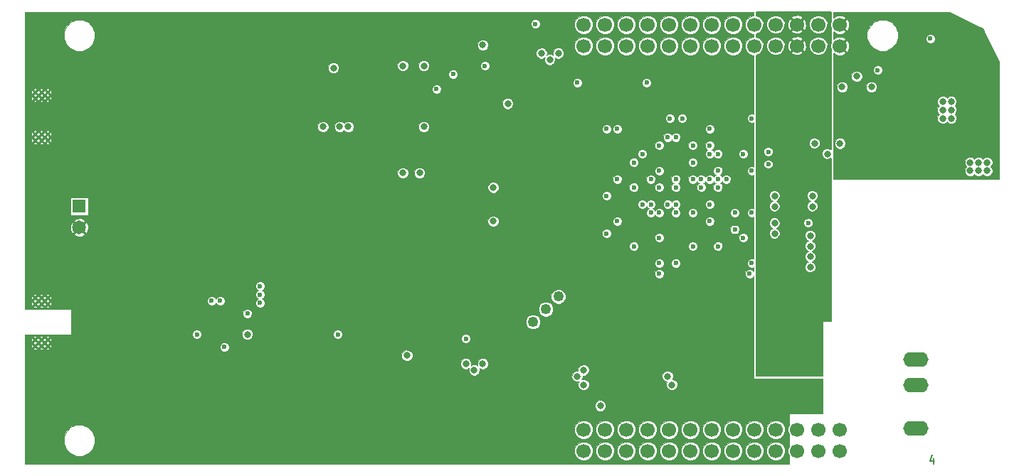
<source format=gbr>
G04 (created by PCBNEW (2013-mar-25)-stable) date Thursday, May 05, 2016 07:05:57 AM*
%MOIN*%
G04 Gerber Fmt 3.4, Leading zero omitted, Abs format*
%FSLAX34Y34*%
G01*
G70*
G90*
G04 APERTURE LIST*
%ADD10C,0.006*%
%ADD11C,0.00590551*%
%ADD12C,0.015748*%
%ADD13C,0.0669291*%
%ADD14C,0.023622*%
%ADD15R,0.0649606X0.0649606*%
%ADD16C,0.0649606*%
%ADD17C,0.0492126*%
%ADD18O,0.11811X0.0688976*%
%ADD19C,0.0314961*%
%ADD20C,0.00393701*%
G04 APERTURE END LIST*
G54D10*
G54D11*
X72697Y-49700D02*
X72697Y-49962D01*
X72622Y-49550D02*
X72547Y-49831D01*
X72742Y-49831D01*
G54D12*
X50787Y-33464D03*
X50393Y-33464D03*
X51181Y-33464D03*
X51181Y-33070D03*
X50787Y-33070D03*
X50393Y-33070D03*
X50393Y-33858D03*
X50787Y-33858D03*
X51181Y-33858D03*
X72440Y-31889D03*
X72677Y-31889D03*
X72204Y-31889D03*
X39173Y-43208D03*
X39566Y-43208D03*
X39173Y-43602D03*
X39566Y-43602D03*
X44488Y-32726D03*
X44488Y-33021D03*
G54D13*
X68305Y-48370D03*
X68305Y-49370D03*
X67305Y-48370D03*
X67305Y-49370D03*
X66305Y-48370D03*
X66305Y-49370D03*
X65305Y-48370D03*
X65305Y-49370D03*
X64305Y-48370D03*
X64305Y-49370D03*
X63305Y-48370D03*
X63305Y-49370D03*
X62305Y-48370D03*
X62305Y-49370D03*
X61305Y-48370D03*
X61305Y-49370D03*
X60305Y-48370D03*
X60305Y-49370D03*
X59305Y-48370D03*
X59305Y-49370D03*
X58305Y-48370D03*
X58305Y-49370D03*
X57305Y-48370D03*
X57305Y-49370D03*
X56305Y-48370D03*
X56305Y-49370D03*
X68305Y-29370D03*
X68305Y-30370D03*
X67305Y-29370D03*
X67305Y-30370D03*
X66305Y-29370D03*
X66305Y-30370D03*
X65305Y-29370D03*
X65305Y-30370D03*
X64305Y-29370D03*
X64305Y-30370D03*
X63305Y-29370D03*
X63305Y-30370D03*
X62305Y-29370D03*
X62305Y-30370D03*
X61305Y-29370D03*
X61305Y-30370D03*
X60305Y-29370D03*
X60305Y-30370D03*
X59305Y-29370D03*
X59305Y-30370D03*
X58305Y-29370D03*
X58305Y-30370D03*
X57305Y-29370D03*
X57305Y-30370D03*
X56305Y-29370D03*
X56305Y-30370D03*
G54D14*
X60334Y-33759D03*
G54D15*
X32677Y-37885D03*
G54D16*
X32677Y-38885D03*
G54D17*
X55118Y-42125D03*
X54527Y-42716D03*
X53937Y-43307D03*
G54D14*
X51673Y-31299D03*
G54D12*
X30610Y-44438D03*
X30610Y-44143D03*
X30905Y-44438D03*
X30905Y-44143D03*
X31200Y-44438D03*
X31200Y-44143D03*
X30610Y-42175D03*
X30610Y-42470D03*
X30905Y-42175D03*
X30905Y-42470D03*
X31200Y-42175D03*
X31200Y-42470D03*
X30610Y-34793D03*
X30610Y-34498D03*
X30905Y-34793D03*
X30905Y-34498D03*
X31200Y-34793D03*
X31200Y-34498D03*
X30610Y-32529D03*
X30610Y-32824D03*
X30905Y-32529D03*
X30905Y-32824D03*
X31200Y-32529D03*
X31200Y-32824D03*
G54D18*
X71850Y-45078D03*
X71850Y-46259D03*
X71850Y-48307D03*
G54D19*
X47834Y-31299D03*
X44586Y-31397D03*
X44094Y-34153D03*
X45275Y-34153D03*
G54D14*
X50196Y-31692D03*
G54D19*
X44881Y-34153D03*
G54D14*
X60236Y-34645D03*
G54D19*
X56003Y-45866D03*
G54D14*
X59251Y-32086D03*
X56003Y-32086D03*
G54D19*
X56299Y-45570D03*
G54D14*
X61811Y-36614D03*
X61417Y-35039D03*
X62204Y-35433D03*
X64173Y-38188D03*
X63385Y-38976D03*
G54D19*
X75196Y-35826D03*
G54D14*
X61811Y-37007D03*
X70078Y-31496D03*
G54D19*
X67125Y-34940D03*
X68307Y-34940D03*
X67716Y-35433D03*
G54D14*
X57874Y-36614D03*
X64960Y-35334D03*
X60629Y-37007D03*
X59842Y-38188D03*
X60629Y-38188D03*
G54D19*
X74803Y-35826D03*
X75196Y-36220D03*
X74803Y-36220D03*
X74409Y-35826D03*
X74409Y-36220D03*
G54D14*
X61417Y-38188D03*
X62204Y-37795D03*
X59842Y-36220D03*
X59448Y-36614D03*
X59842Y-37007D03*
G54D19*
X65255Y-37401D03*
X65255Y-37893D03*
X67027Y-37893D03*
X67027Y-37401D03*
G54D14*
X60629Y-36614D03*
X60629Y-37795D03*
X62204Y-36614D03*
X61417Y-36614D03*
X60236Y-37795D03*
G54D19*
X60236Y-45866D03*
X57086Y-47244D03*
X68405Y-32283D03*
X69783Y-32283D03*
X69094Y-31791D03*
G54D14*
X58661Y-37007D03*
X58661Y-35826D03*
X59842Y-39370D03*
X63779Y-35433D03*
X63779Y-39370D03*
X58661Y-39763D03*
X57381Y-37401D03*
X57381Y-39173D03*
X59842Y-41043D03*
X64074Y-41043D03*
X64960Y-35925D03*
X64173Y-33759D03*
X60925Y-33759D03*
X57381Y-34251D03*
X57874Y-34251D03*
X60629Y-34645D03*
X62204Y-34251D03*
X59842Y-35039D03*
X59055Y-37795D03*
X59842Y-40551D03*
X64173Y-40551D03*
X62598Y-39763D03*
X61417Y-39763D03*
X63385Y-38188D03*
X62204Y-35039D03*
X62598Y-35433D03*
X61417Y-35826D03*
X64173Y-36220D03*
X62598Y-36220D03*
X62598Y-36614D03*
X62992Y-36614D03*
X62598Y-37007D03*
X57874Y-38582D03*
X62204Y-38582D03*
X59448Y-38188D03*
G54D19*
X48818Y-31299D03*
X52755Y-33070D03*
G54D14*
X49409Y-32381D03*
G54D19*
X48818Y-34153D03*
X52066Y-38582D03*
X52066Y-37007D03*
X47834Y-36318D03*
X48622Y-36318D03*
X51574Y-30314D03*
X48031Y-44881D03*
G54D14*
X44783Y-43897D03*
X39468Y-44488D03*
X38188Y-43897D03*
G54D19*
X40551Y-43897D03*
G54D14*
X40551Y-42913D03*
X38877Y-42322D03*
X39271Y-42322D03*
G54D19*
X65452Y-44488D03*
X65452Y-44881D03*
X65452Y-45275D03*
X65452Y-44094D03*
X65059Y-44488D03*
X65059Y-45275D03*
X65059Y-44881D03*
X65059Y-44094D03*
G54D14*
X54035Y-29330D03*
G54D19*
X54330Y-30708D03*
X55118Y-30708D03*
X54724Y-31003D03*
X50787Y-45275D03*
X51574Y-45275D03*
X51181Y-45570D03*
G54D14*
X66830Y-38681D03*
X50787Y-44094D03*
G54D19*
X73523Y-33366D03*
X73523Y-33759D03*
X73129Y-33366D03*
X73523Y-32972D03*
X73129Y-33759D03*
X73129Y-32972D03*
X65255Y-38681D03*
X65255Y-39173D03*
G54D14*
X72539Y-30019D03*
G54D19*
X60433Y-46259D03*
X56299Y-46259D03*
G54D14*
X60629Y-40551D03*
X41141Y-41633D03*
X41141Y-42421D03*
G54D19*
X41338Y-43011D03*
X38385Y-44389D03*
X37204Y-41830D03*
X36122Y-42913D03*
X36614Y-42913D03*
X65452Y-47244D03*
X65452Y-46850D03*
X65452Y-46456D03*
X65452Y-47637D03*
X65059Y-47244D03*
X65059Y-46456D03*
X65059Y-46850D03*
X65059Y-47637D03*
X66929Y-39271D03*
X56692Y-47244D03*
X60137Y-46653D03*
X34251Y-43700D03*
X35039Y-43700D03*
X33464Y-43700D03*
X32677Y-43700D03*
X54133Y-49212D03*
X50196Y-49212D03*
X44291Y-49212D03*
X40354Y-49212D03*
X38385Y-49212D03*
X36417Y-49212D03*
X33464Y-47244D03*
X31496Y-47244D03*
X34448Y-49212D03*
X42322Y-49212D03*
X46259Y-49212D03*
X48228Y-49212D03*
X52165Y-49212D03*
X34251Y-42913D03*
X32677Y-42913D03*
X33464Y-42913D03*
X35039Y-42913D03*
X47047Y-35236D03*
X44881Y-37696D03*
X42519Y-37696D03*
X40157Y-37696D03*
X37795Y-37696D03*
X44881Y-30413D03*
X42519Y-30413D03*
X40157Y-30413D03*
X37795Y-30413D03*
X35531Y-32874D03*
X53248Y-33464D03*
X49606Y-34448D03*
X47834Y-35925D03*
X48622Y-35925D03*
X52460Y-39271D03*
X52460Y-37696D03*
X53740Y-39370D03*
X53740Y-37795D03*
X51377Y-37401D03*
X51377Y-36417D03*
X53149Y-29921D03*
X53149Y-30314D03*
X53149Y-29527D03*
X49606Y-44488D03*
X49606Y-44881D03*
X49606Y-44094D03*
X71850Y-29527D03*
X48228Y-29527D03*
X44291Y-29527D03*
X40354Y-29527D03*
X36417Y-29527D03*
X38385Y-29527D03*
X42322Y-29527D03*
X46259Y-29527D03*
X50196Y-29527D03*
X34448Y-29527D03*
X36417Y-29527D03*
G54D14*
X61417Y-37007D03*
G54D19*
X36122Y-43700D03*
X36909Y-43700D03*
G54D14*
X39074Y-44488D03*
G54D19*
X66929Y-40748D03*
X66929Y-40255D03*
X66929Y-39763D03*
G54D14*
X63385Y-40157D03*
X58661Y-34645D03*
X60629Y-35826D03*
X64173Y-34645D03*
X62992Y-34645D03*
X58267Y-36220D03*
X61417Y-36220D03*
X61417Y-35433D03*
X60236Y-37007D03*
X59055Y-40157D03*
X61811Y-40551D03*
X59448Y-37007D03*
X64173Y-38582D03*
X57874Y-40551D03*
X60629Y-39763D03*
X61811Y-37795D03*
X62598Y-37795D03*
G54D19*
X73228Y-31889D03*
X71653Y-31889D03*
X73228Y-31496D03*
X71653Y-31496D03*
X71653Y-32283D03*
X46259Y-46653D03*
G54D14*
X58267Y-37795D03*
X60236Y-34251D03*
X59055Y-35826D03*
X63385Y-35826D03*
X62204Y-36220D03*
X63779Y-37007D03*
X61417Y-38976D03*
X62992Y-38976D03*
X59055Y-38582D03*
X60629Y-38582D03*
X61811Y-38582D03*
X61811Y-38188D03*
X60236Y-38582D03*
X60236Y-38188D03*
X59842Y-36614D03*
X41141Y-42027D03*
X59448Y-37795D03*
X59055Y-35433D03*
G54D10*
G36*
X67500Y-47618D02*
X65925Y-47618D01*
X65925Y-48155D01*
X65872Y-48283D01*
X65871Y-48455D01*
X65925Y-48584D01*
X65925Y-49155D01*
X65872Y-49283D01*
X65871Y-49455D01*
X65925Y-49584D01*
X65925Y-49980D01*
X65738Y-49980D01*
X65738Y-49284D01*
X65738Y-48284D01*
X65672Y-48125D01*
X65550Y-48003D01*
X65391Y-47937D01*
X65219Y-47936D01*
X65060Y-48002D01*
X64938Y-48124D01*
X64872Y-48283D01*
X64871Y-48455D01*
X64937Y-48615D01*
X65059Y-48737D01*
X65218Y-48803D01*
X65390Y-48803D01*
X65550Y-48737D01*
X65672Y-48615D01*
X65738Y-48456D01*
X65738Y-48284D01*
X65738Y-49284D01*
X65672Y-49125D01*
X65550Y-49003D01*
X65391Y-48937D01*
X65219Y-48936D01*
X65060Y-49002D01*
X64938Y-49124D01*
X64872Y-49283D01*
X64871Y-49455D01*
X64937Y-49615D01*
X65059Y-49737D01*
X65218Y-49803D01*
X65390Y-49803D01*
X65550Y-49737D01*
X65672Y-49615D01*
X65738Y-49456D01*
X65738Y-49284D01*
X65738Y-49980D01*
X64738Y-49980D01*
X64738Y-49284D01*
X64738Y-48284D01*
X64672Y-48125D01*
X64550Y-48003D01*
X64391Y-47937D01*
X64219Y-47936D01*
X64060Y-48002D01*
X63938Y-48124D01*
X63872Y-48283D01*
X63871Y-48455D01*
X63937Y-48615D01*
X64059Y-48737D01*
X64218Y-48803D01*
X64390Y-48803D01*
X64550Y-48737D01*
X64672Y-48615D01*
X64738Y-48456D01*
X64738Y-48284D01*
X64738Y-49284D01*
X64672Y-49125D01*
X64550Y-49003D01*
X64391Y-48937D01*
X64219Y-48936D01*
X64060Y-49002D01*
X63938Y-49124D01*
X63872Y-49283D01*
X63871Y-49455D01*
X63937Y-49615D01*
X64059Y-49737D01*
X64218Y-49803D01*
X64390Y-49803D01*
X64550Y-49737D01*
X64672Y-49615D01*
X64738Y-49456D01*
X64738Y-49284D01*
X64738Y-49980D01*
X63738Y-49980D01*
X63738Y-49284D01*
X63738Y-48284D01*
X63672Y-48125D01*
X63550Y-48003D01*
X63391Y-47937D01*
X63219Y-47936D01*
X63060Y-48002D01*
X62938Y-48124D01*
X62872Y-48283D01*
X62871Y-48455D01*
X62937Y-48615D01*
X63059Y-48737D01*
X63218Y-48803D01*
X63390Y-48803D01*
X63550Y-48737D01*
X63672Y-48615D01*
X63738Y-48456D01*
X63738Y-48284D01*
X63738Y-49284D01*
X63672Y-49125D01*
X63550Y-49003D01*
X63391Y-48937D01*
X63219Y-48936D01*
X63060Y-49002D01*
X62938Y-49124D01*
X62872Y-49283D01*
X62871Y-49455D01*
X62937Y-49615D01*
X63059Y-49737D01*
X63218Y-49803D01*
X63390Y-49803D01*
X63550Y-49737D01*
X63672Y-49615D01*
X63738Y-49456D01*
X63738Y-49284D01*
X63738Y-49980D01*
X62814Y-49980D01*
X62814Y-39720D01*
X62782Y-39641D01*
X62721Y-39580D01*
X62641Y-39547D01*
X62555Y-39547D01*
X62475Y-39580D01*
X62421Y-39634D01*
X62421Y-38539D01*
X62421Y-37752D01*
X62388Y-37672D01*
X62327Y-37611D01*
X62247Y-37578D01*
X62161Y-37578D01*
X62082Y-37611D01*
X62021Y-37672D01*
X61988Y-37752D01*
X61988Y-37838D01*
X62021Y-37917D01*
X62081Y-37978D01*
X62161Y-38011D01*
X62247Y-38011D01*
X62327Y-37978D01*
X62388Y-37918D01*
X62421Y-37838D01*
X62421Y-37752D01*
X62421Y-38539D01*
X62388Y-38460D01*
X62327Y-38399D01*
X62247Y-38366D01*
X62161Y-38366D01*
X62082Y-38399D01*
X62021Y-38459D01*
X61988Y-38539D01*
X61988Y-38625D01*
X62021Y-38705D01*
X62081Y-38766D01*
X62161Y-38799D01*
X62247Y-38799D01*
X62327Y-38766D01*
X62388Y-38705D01*
X62421Y-38625D01*
X62421Y-38539D01*
X62421Y-39634D01*
X62414Y-39640D01*
X62381Y-39720D01*
X62381Y-39806D01*
X62414Y-39886D01*
X62475Y-39947D01*
X62555Y-39980D01*
X62641Y-39980D01*
X62720Y-39947D01*
X62781Y-39886D01*
X62814Y-39807D01*
X62814Y-39720D01*
X62814Y-49980D01*
X62738Y-49980D01*
X62738Y-49284D01*
X62738Y-48284D01*
X62672Y-48125D01*
X62550Y-48003D01*
X62391Y-47937D01*
X62219Y-47936D01*
X62060Y-48002D01*
X61938Y-48124D01*
X61872Y-48283D01*
X61871Y-48455D01*
X61937Y-48615D01*
X62059Y-48737D01*
X62218Y-48803D01*
X62390Y-48803D01*
X62550Y-48737D01*
X62672Y-48615D01*
X62738Y-48456D01*
X62738Y-48284D01*
X62738Y-49284D01*
X62672Y-49125D01*
X62550Y-49003D01*
X62391Y-48937D01*
X62219Y-48936D01*
X62060Y-49002D01*
X61938Y-49124D01*
X61872Y-49283D01*
X61871Y-49455D01*
X61937Y-49615D01*
X62059Y-49737D01*
X62218Y-49803D01*
X62390Y-49803D01*
X62550Y-49737D01*
X62672Y-49615D01*
X62738Y-49456D01*
X62738Y-49284D01*
X62738Y-49980D01*
X61738Y-49980D01*
X61738Y-49284D01*
X61738Y-48284D01*
X61672Y-48125D01*
X61633Y-48086D01*
X61633Y-39720D01*
X61633Y-38146D01*
X61600Y-38066D01*
X61540Y-38005D01*
X61460Y-37972D01*
X61374Y-37972D01*
X61294Y-38005D01*
X61233Y-38066D01*
X61200Y-38145D01*
X61200Y-38231D01*
X61233Y-38311D01*
X61294Y-38372D01*
X61374Y-38405D01*
X61460Y-38405D01*
X61539Y-38372D01*
X61600Y-38311D01*
X61633Y-38232D01*
X61633Y-38146D01*
X61633Y-39720D01*
X61600Y-39641D01*
X61540Y-39580D01*
X61460Y-39547D01*
X61374Y-39547D01*
X61294Y-39580D01*
X61233Y-39640D01*
X61200Y-39720D01*
X61200Y-39806D01*
X61233Y-39886D01*
X61294Y-39947D01*
X61374Y-39980D01*
X61460Y-39980D01*
X61539Y-39947D01*
X61600Y-39886D01*
X61633Y-39807D01*
X61633Y-39720D01*
X61633Y-48086D01*
X61550Y-48003D01*
X61391Y-47937D01*
X61219Y-47936D01*
X61141Y-47968D01*
X61141Y-33716D01*
X61108Y-33637D01*
X61048Y-33576D01*
X60968Y-33543D01*
X60882Y-33543D01*
X60802Y-33576D01*
X60741Y-33637D01*
X60738Y-33645D01*
X60738Y-30284D01*
X60738Y-29284D01*
X60672Y-29125D01*
X60550Y-29003D01*
X60391Y-28937D01*
X60219Y-28936D01*
X60060Y-29002D01*
X59938Y-29124D01*
X59872Y-29283D01*
X59871Y-29455D01*
X59937Y-29615D01*
X60059Y-29737D01*
X60218Y-29803D01*
X60390Y-29803D01*
X60550Y-29737D01*
X60672Y-29615D01*
X60738Y-29456D01*
X60738Y-29284D01*
X60738Y-30284D01*
X60672Y-30125D01*
X60550Y-30003D01*
X60391Y-29937D01*
X60219Y-29936D01*
X60060Y-30002D01*
X59938Y-30124D01*
X59872Y-30283D01*
X59871Y-30455D01*
X59937Y-30615D01*
X60059Y-30737D01*
X60218Y-30803D01*
X60390Y-30803D01*
X60550Y-30737D01*
X60672Y-30615D01*
X60738Y-30456D01*
X60738Y-30284D01*
X60738Y-33645D01*
X60708Y-33716D01*
X60708Y-33802D01*
X60741Y-33882D01*
X60802Y-33943D01*
X60881Y-33976D01*
X60968Y-33976D01*
X61047Y-33943D01*
X61108Y-33882D01*
X61141Y-33803D01*
X61141Y-33716D01*
X61141Y-47968D01*
X61060Y-48002D01*
X60938Y-48124D01*
X60872Y-48283D01*
X60871Y-48455D01*
X60937Y-48615D01*
X61059Y-48737D01*
X61218Y-48803D01*
X61390Y-48803D01*
X61550Y-48737D01*
X61672Y-48615D01*
X61738Y-48456D01*
X61738Y-48284D01*
X61738Y-49284D01*
X61672Y-49125D01*
X61550Y-49003D01*
X61391Y-48937D01*
X61219Y-48936D01*
X61060Y-49002D01*
X60938Y-49124D01*
X60872Y-49283D01*
X60871Y-49455D01*
X60937Y-49615D01*
X61059Y-49737D01*
X61218Y-49803D01*
X61390Y-49803D01*
X61550Y-49737D01*
X61672Y-49615D01*
X61738Y-49456D01*
X61738Y-49284D01*
X61738Y-49980D01*
X60846Y-49980D01*
X60846Y-40508D01*
X60846Y-38146D01*
X60813Y-38066D01*
X60752Y-38005D01*
X60720Y-37992D01*
X60752Y-37978D01*
X60813Y-37918D01*
X60846Y-37838D01*
X60846Y-37752D01*
X60846Y-36964D01*
X60813Y-36885D01*
X60752Y-36824D01*
X60720Y-36811D01*
X60752Y-36797D01*
X60813Y-36736D01*
X60846Y-36657D01*
X60846Y-36571D01*
X60846Y-34602D01*
X60813Y-34523D01*
X60752Y-34462D01*
X60673Y-34429D01*
X60587Y-34429D01*
X60551Y-34443D01*
X60551Y-33716D01*
X60518Y-33637D01*
X60457Y-33576D01*
X60377Y-33543D01*
X60291Y-33543D01*
X60212Y-33576D01*
X60151Y-33637D01*
X60118Y-33716D01*
X60118Y-33802D01*
X60150Y-33882D01*
X60211Y-33943D01*
X60291Y-33976D01*
X60377Y-33976D01*
X60457Y-33943D01*
X60518Y-33882D01*
X60551Y-33803D01*
X60551Y-33716D01*
X60551Y-34443D01*
X60507Y-34461D01*
X60446Y-34522D01*
X60433Y-34555D01*
X60419Y-34523D01*
X60359Y-34462D01*
X60279Y-34429D01*
X60193Y-34429D01*
X60113Y-34461D01*
X60052Y-34522D01*
X60019Y-34602D01*
X60019Y-34688D01*
X60052Y-34768D01*
X60113Y-34829D01*
X60192Y-34862D01*
X60279Y-34862D01*
X60358Y-34829D01*
X60419Y-34768D01*
X60433Y-34736D01*
X60446Y-34768D01*
X60507Y-34829D01*
X60586Y-34862D01*
X60672Y-34862D01*
X60752Y-34829D01*
X60813Y-34768D01*
X60846Y-34688D01*
X60846Y-34602D01*
X60846Y-36571D01*
X60813Y-36491D01*
X60752Y-36430D01*
X60673Y-36397D01*
X60587Y-36397D01*
X60507Y-36430D01*
X60446Y-36491D01*
X60413Y-36570D01*
X60413Y-36657D01*
X60446Y-36736D01*
X60507Y-36797D01*
X60539Y-36811D01*
X60507Y-36824D01*
X60446Y-36885D01*
X60413Y-36964D01*
X60413Y-37050D01*
X60446Y-37130D01*
X60507Y-37191D01*
X60586Y-37224D01*
X60672Y-37224D01*
X60752Y-37191D01*
X60813Y-37130D01*
X60846Y-37051D01*
X60846Y-36964D01*
X60846Y-37752D01*
X60813Y-37672D01*
X60752Y-37611D01*
X60673Y-37578D01*
X60587Y-37578D01*
X60507Y-37611D01*
X60446Y-37672D01*
X60433Y-37704D01*
X60419Y-37672D01*
X60359Y-37611D01*
X60279Y-37578D01*
X60193Y-37578D01*
X60113Y-37611D01*
X60059Y-37666D01*
X60059Y-36964D01*
X60059Y-36177D01*
X60059Y-34996D01*
X60026Y-34916D01*
X59965Y-34855D01*
X59885Y-34822D01*
X59799Y-34822D01*
X59738Y-34848D01*
X59738Y-30284D01*
X59738Y-29284D01*
X59672Y-29125D01*
X59550Y-29003D01*
X59391Y-28937D01*
X59219Y-28936D01*
X59060Y-29002D01*
X58938Y-29124D01*
X58872Y-29283D01*
X58871Y-29455D01*
X58937Y-29615D01*
X59059Y-29737D01*
X59218Y-29803D01*
X59390Y-29803D01*
X59550Y-29737D01*
X59672Y-29615D01*
X59738Y-29456D01*
X59738Y-29284D01*
X59738Y-30284D01*
X59672Y-30125D01*
X59550Y-30003D01*
X59391Y-29937D01*
X59219Y-29936D01*
X59060Y-30002D01*
X58938Y-30124D01*
X58872Y-30283D01*
X58871Y-30455D01*
X58937Y-30615D01*
X59059Y-30737D01*
X59218Y-30803D01*
X59390Y-30803D01*
X59550Y-30737D01*
X59672Y-30615D01*
X59738Y-30456D01*
X59738Y-30284D01*
X59738Y-34848D01*
X59720Y-34855D01*
X59659Y-34916D01*
X59626Y-34996D01*
X59625Y-35082D01*
X59658Y-35161D01*
X59719Y-35222D01*
X59799Y-35255D01*
X59885Y-35255D01*
X59965Y-35223D01*
X60025Y-35162D01*
X60059Y-35082D01*
X60059Y-34996D01*
X60059Y-36177D01*
X60026Y-36097D01*
X59965Y-36037D01*
X59885Y-36003D01*
X59799Y-36003D01*
X59720Y-36036D01*
X59659Y-36097D01*
X59626Y-36177D01*
X59625Y-36263D01*
X59658Y-36342D01*
X59719Y-36403D01*
X59799Y-36436D01*
X59885Y-36437D01*
X59965Y-36404D01*
X60025Y-36343D01*
X60059Y-36263D01*
X60059Y-36177D01*
X60059Y-36964D01*
X60026Y-36885D01*
X59965Y-36824D01*
X59885Y-36791D01*
X59799Y-36791D01*
X59720Y-36824D01*
X59665Y-36878D01*
X59665Y-36571D01*
X59632Y-36491D01*
X59571Y-36430D01*
X59492Y-36397D01*
X59468Y-36397D01*
X59468Y-32043D01*
X59435Y-31964D01*
X59374Y-31903D01*
X59295Y-31870D01*
X59209Y-31870D01*
X59129Y-31902D01*
X59068Y-31963D01*
X59035Y-32043D01*
X59035Y-32129D01*
X59068Y-32209D01*
X59129Y-32270D01*
X59208Y-32303D01*
X59294Y-32303D01*
X59374Y-32270D01*
X59435Y-32209D01*
X59468Y-32129D01*
X59468Y-32043D01*
X59468Y-36397D01*
X59405Y-36397D01*
X59326Y-36430D01*
X59271Y-36485D01*
X59271Y-35390D01*
X59238Y-35310D01*
X59177Y-35249D01*
X59098Y-35216D01*
X59012Y-35216D01*
X58932Y-35249D01*
X58871Y-35310D01*
X58838Y-35389D01*
X58838Y-35475D01*
X58871Y-35555D01*
X58932Y-35616D01*
X59011Y-35649D01*
X59098Y-35649D01*
X59177Y-35616D01*
X59238Y-35555D01*
X59271Y-35476D01*
X59271Y-35390D01*
X59271Y-36485D01*
X59265Y-36491D01*
X59232Y-36570D01*
X59232Y-36657D01*
X59265Y-36736D01*
X59326Y-36797D01*
X59405Y-36830D01*
X59491Y-36830D01*
X59571Y-36797D01*
X59632Y-36736D01*
X59665Y-36657D01*
X59665Y-36571D01*
X59665Y-36878D01*
X59659Y-36885D01*
X59626Y-36964D01*
X59625Y-37050D01*
X59658Y-37130D01*
X59719Y-37191D01*
X59799Y-37224D01*
X59885Y-37224D01*
X59965Y-37191D01*
X60025Y-37130D01*
X60059Y-37051D01*
X60059Y-36964D01*
X60059Y-37666D01*
X60052Y-37672D01*
X60019Y-37752D01*
X60019Y-37838D01*
X60052Y-37917D01*
X60113Y-37978D01*
X60192Y-38011D01*
X60279Y-38011D01*
X60358Y-37978D01*
X60419Y-37918D01*
X60433Y-37885D01*
X60446Y-37917D01*
X60507Y-37978D01*
X60539Y-37992D01*
X60507Y-38005D01*
X60446Y-38066D01*
X60413Y-38145D01*
X60413Y-38231D01*
X60446Y-38311D01*
X60507Y-38372D01*
X60586Y-38405D01*
X60672Y-38405D01*
X60752Y-38372D01*
X60813Y-38311D01*
X60846Y-38232D01*
X60846Y-38146D01*
X60846Y-40508D01*
X60813Y-40428D01*
X60752Y-40367D01*
X60673Y-40334D01*
X60587Y-40334D01*
X60507Y-40367D01*
X60446Y-40428D01*
X60413Y-40507D01*
X60413Y-40594D01*
X60446Y-40673D01*
X60507Y-40734D01*
X60586Y-40767D01*
X60672Y-40767D01*
X60752Y-40734D01*
X60813Y-40673D01*
X60846Y-40594D01*
X60846Y-40508D01*
X60846Y-49980D01*
X60738Y-49980D01*
X60738Y-49284D01*
X60738Y-48284D01*
X60689Y-48165D01*
X60689Y-46209D01*
X60650Y-46115D01*
X60578Y-46043D01*
X60484Y-46003D01*
X60456Y-46003D01*
X60492Y-45917D01*
X60492Y-45815D01*
X60453Y-45721D01*
X60381Y-45649D01*
X60287Y-45610D01*
X60185Y-45610D01*
X60091Y-45649D01*
X60059Y-45681D01*
X60059Y-41000D01*
X60059Y-40508D01*
X60059Y-39327D01*
X60059Y-38146D01*
X60026Y-38066D01*
X59965Y-38005D01*
X59885Y-37972D01*
X59799Y-37972D01*
X59720Y-38005D01*
X59659Y-38066D01*
X59645Y-38098D01*
X59632Y-38066D01*
X59571Y-38005D01*
X59539Y-37992D01*
X59571Y-37978D01*
X59632Y-37918D01*
X59665Y-37838D01*
X59665Y-37752D01*
X59632Y-37672D01*
X59571Y-37611D01*
X59492Y-37578D01*
X59405Y-37578D01*
X59326Y-37611D01*
X59265Y-37672D01*
X59251Y-37704D01*
X59238Y-37672D01*
X59177Y-37611D01*
X59098Y-37578D01*
X59012Y-37578D01*
X58932Y-37611D01*
X58877Y-37666D01*
X58877Y-36964D01*
X58877Y-35783D01*
X58845Y-35704D01*
X58784Y-35643D01*
X58738Y-35624D01*
X58738Y-30284D01*
X58738Y-29284D01*
X58672Y-29125D01*
X58550Y-29003D01*
X58391Y-28937D01*
X58219Y-28936D01*
X58060Y-29002D01*
X57938Y-29124D01*
X57872Y-29283D01*
X57871Y-29455D01*
X57937Y-29615D01*
X58059Y-29737D01*
X58218Y-29803D01*
X58390Y-29803D01*
X58550Y-29737D01*
X58672Y-29615D01*
X58738Y-29456D01*
X58738Y-29284D01*
X58738Y-30284D01*
X58672Y-30125D01*
X58550Y-30003D01*
X58391Y-29937D01*
X58219Y-29936D01*
X58060Y-30002D01*
X57938Y-30124D01*
X57872Y-30283D01*
X57871Y-30455D01*
X57937Y-30615D01*
X58059Y-30737D01*
X58218Y-30803D01*
X58390Y-30803D01*
X58550Y-30737D01*
X58672Y-30615D01*
X58738Y-30456D01*
X58738Y-30284D01*
X58738Y-35624D01*
X58704Y-35610D01*
X58618Y-35610D01*
X58538Y-35643D01*
X58477Y-35703D01*
X58444Y-35783D01*
X58444Y-35869D01*
X58477Y-35949D01*
X58538Y-36010D01*
X58618Y-36043D01*
X58704Y-36043D01*
X58783Y-36010D01*
X58844Y-35949D01*
X58877Y-35870D01*
X58877Y-35783D01*
X58877Y-36964D01*
X58845Y-36885D01*
X58784Y-36824D01*
X58704Y-36791D01*
X58618Y-36791D01*
X58538Y-36824D01*
X58477Y-36885D01*
X58444Y-36964D01*
X58444Y-37050D01*
X58477Y-37130D01*
X58538Y-37191D01*
X58618Y-37224D01*
X58704Y-37224D01*
X58783Y-37191D01*
X58844Y-37130D01*
X58877Y-37051D01*
X58877Y-36964D01*
X58877Y-37666D01*
X58871Y-37672D01*
X58838Y-37752D01*
X58838Y-37838D01*
X58871Y-37917D01*
X58932Y-37978D01*
X59011Y-38011D01*
X59098Y-38011D01*
X59177Y-37978D01*
X59238Y-37918D01*
X59251Y-37885D01*
X59265Y-37917D01*
X59326Y-37978D01*
X59358Y-37992D01*
X59326Y-38005D01*
X59265Y-38066D01*
X59232Y-38145D01*
X59232Y-38231D01*
X59265Y-38311D01*
X59326Y-38372D01*
X59405Y-38405D01*
X59491Y-38405D01*
X59571Y-38372D01*
X59632Y-38311D01*
X59645Y-38279D01*
X59658Y-38311D01*
X59719Y-38372D01*
X59799Y-38405D01*
X59885Y-38405D01*
X59965Y-38372D01*
X60025Y-38311D01*
X60059Y-38232D01*
X60059Y-38146D01*
X60059Y-39327D01*
X60026Y-39247D01*
X59965Y-39186D01*
X59885Y-39153D01*
X59799Y-39153D01*
X59720Y-39186D01*
X59659Y-39247D01*
X59626Y-39326D01*
X59625Y-39412D01*
X59658Y-39492D01*
X59719Y-39553D01*
X59799Y-39586D01*
X59885Y-39586D01*
X59965Y-39553D01*
X60025Y-39492D01*
X60059Y-39413D01*
X60059Y-39327D01*
X60059Y-40508D01*
X60026Y-40428D01*
X59965Y-40367D01*
X59885Y-40334D01*
X59799Y-40334D01*
X59720Y-40367D01*
X59659Y-40428D01*
X59626Y-40507D01*
X59625Y-40594D01*
X59658Y-40673D01*
X59719Y-40734D01*
X59799Y-40767D01*
X59885Y-40767D01*
X59965Y-40734D01*
X60025Y-40673D01*
X60059Y-40594D01*
X60059Y-40508D01*
X60059Y-41000D01*
X60026Y-40920D01*
X59965Y-40859D01*
X59885Y-40826D01*
X59799Y-40826D01*
X59720Y-40859D01*
X59659Y-40920D01*
X59626Y-41000D01*
X59625Y-41086D01*
X59658Y-41165D01*
X59719Y-41226D01*
X59799Y-41259D01*
X59885Y-41259D01*
X59965Y-41226D01*
X60025Y-41166D01*
X60059Y-41086D01*
X60059Y-41000D01*
X60059Y-45681D01*
X60019Y-45720D01*
X59980Y-45815D01*
X59980Y-45916D01*
X60019Y-46010D01*
X60091Y-46082D01*
X60185Y-46122D01*
X60213Y-46122D01*
X60177Y-46208D01*
X60177Y-46310D01*
X60215Y-46404D01*
X60287Y-46476D01*
X60381Y-46515D01*
X60483Y-46515D01*
X60577Y-46476D01*
X60649Y-46404D01*
X60688Y-46310D01*
X60689Y-46209D01*
X60689Y-48165D01*
X60672Y-48125D01*
X60550Y-48003D01*
X60391Y-47937D01*
X60219Y-47936D01*
X60060Y-48002D01*
X59938Y-48124D01*
X59872Y-48283D01*
X59871Y-48455D01*
X59937Y-48615D01*
X60059Y-48737D01*
X60218Y-48803D01*
X60390Y-48803D01*
X60550Y-48737D01*
X60672Y-48615D01*
X60738Y-48456D01*
X60738Y-48284D01*
X60738Y-49284D01*
X60672Y-49125D01*
X60550Y-49003D01*
X60391Y-48937D01*
X60219Y-48936D01*
X60060Y-49002D01*
X59938Y-49124D01*
X59872Y-49283D01*
X59871Y-49455D01*
X59937Y-49615D01*
X60059Y-49737D01*
X60218Y-49803D01*
X60390Y-49803D01*
X60550Y-49737D01*
X60672Y-49615D01*
X60738Y-49456D01*
X60738Y-49284D01*
X60738Y-49980D01*
X59738Y-49980D01*
X59738Y-49284D01*
X59738Y-48284D01*
X59672Y-48125D01*
X59550Y-48003D01*
X59391Y-47937D01*
X59219Y-47936D01*
X59060Y-48002D01*
X58938Y-48124D01*
X58877Y-48269D01*
X58877Y-39720D01*
X58845Y-39641D01*
X58784Y-39580D01*
X58704Y-39547D01*
X58618Y-39547D01*
X58538Y-39580D01*
X58477Y-39640D01*
X58444Y-39720D01*
X58444Y-39806D01*
X58477Y-39886D01*
X58538Y-39947D01*
X58618Y-39980D01*
X58704Y-39980D01*
X58783Y-39947D01*
X58844Y-39886D01*
X58877Y-39807D01*
X58877Y-39720D01*
X58877Y-48269D01*
X58872Y-48283D01*
X58871Y-48455D01*
X58937Y-48615D01*
X59059Y-48737D01*
X59218Y-48803D01*
X59390Y-48803D01*
X59550Y-48737D01*
X59672Y-48615D01*
X59738Y-48456D01*
X59738Y-48284D01*
X59738Y-49284D01*
X59672Y-49125D01*
X59550Y-49003D01*
X59391Y-48937D01*
X59219Y-48936D01*
X59060Y-49002D01*
X58938Y-49124D01*
X58872Y-49283D01*
X58871Y-49455D01*
X58937Y-49615D01*
X59059Y-49737D01*
X59218Y-49803D01*
X59390Y-49803D01*
X59550Y-49737D01*
X59672Y-49615D01*
X59738Y-49456D01*
X59738Y-49284D01*
X59738Y-49980D01*
X58738Y-49980D01*
X58738Y-49284D01*
X58738Y-48284D01*
X58672Y-48125D01*
X58550Y-48003D01*
X58391Y-47937D01*
X58219Y-47936D01*
X58090Y-47990D01*
X58090Y-38539D01*
X58090Y-36571D01*
X58090Y-34209D01*
X58057Y-34129D01*
X57996Y-34068D01*
X57917Y-34035D01*
X57831Y-34035D01*
X57751Y-34068D01*
X57738Y-34081D01*
X57738Y-30284D01*
X57738Y-29284D01*
X57672Y-29125D01*
X57550Y-29003D01*
X57391Y-28937D01*
X57219Y-28936D01*
X57060Y-29002D01*
X56938Y-29124D01*
X56872Y-29283D01*
X56871Y-29455D01*
X56937Y-29615D01*
X57059Y-29737D01*
X57218Y-29803D01*
X57390Y-29803D01*
X57550Y-29737D01*
X57672Y-29615D01*
X57738Y-29456D01*
X57738Y-29284D01*
X57738Y-30284D01*
X57672Y-30125D01*
X57550Y-30003D01*
X57391Y-29937D01*
X57219Y-29936D01*
X57060Y-30002D01*
X56938Y-30124D01*
X56872Y-30283D01*
X56871Y-30455D01*
X56937Y-30615D01*
X57059Y-30737D01*
X57218Y-30803D01*
X57390Y-30803D01*
X57550Y-30737D01*
X57672Y-30615D01*
X57738Y-30456D01*
X57738Y-30284D01*
X57738Y-34081D01*
X57690Y-34129D01*
X57657Y-34208D01*
X57657Y-34294D01*
X57690Y-34374D01*
X57751Y-34435D01*
X57830Y-34468D01*
X57916Y-34468D01*
X57996Y-34435D01*
X58057Y-34374D01*
X58090Y-34295D01*
X58090Y-34209D01*
X58090Y-36571D01*
X58057Y-36491D01*
X57996Y-36430D01*
X57917Y-36397D01*
X57831Y-36397D01*
X57751Y-36430D01*
X57690Y-36491D01*
X57657Y-36570D01*
X57657Y-36657D01*
X57690Y-36736D01*
X57751Y-36797D01*
X57830Y-36830D01*
X57916Y-36830D01*
X57996Y-36797D01*
X58057Y-36736D01*
X58090Y-36657D01*
X58090Y-36571D01*
X58090Y-38539D01*
X58057Y-38460D01*
X57996Y-38399D01*
X57917Y-38366D01*
X57831Y-38366D01*
X57751Y-38399D01*
X57690Y-38459D01*
X57657Y-38539D01*
X57657Y-38625D01*
X57690Y-38705D01*
X57751Y-38766D01*
X57830Y-38799D01*
X57916Y-38799D01*
X57996Y-38766D01*
X58057Y-38705D01*
X58090Y-38625D01*
X58090Y-38539D01*
X58090Y-47990D01*
X58060Y-48002D01*
X57938Y-48124D01*
X57872Y-48283D01*
X57871Y-48455D01*
X57937Y-48615D01*
X58059Y-48737D01*
X58218Y-48803D01*
X58390Y-48803D01*
X58550Y-48737D01*
X58672Y-48615D01*
X58738Y-48456D01*
X58738Y-48284D01*
X58738Y-49284D01*
X58672Y-49125D01*
X58550Y-49003D01*
X58391Y-48937D01*
X58219Y-48936D01*
X58060Y-49002D01*
X57938Y-49124D01*
X57872Y-49283D01*
X57871Y-49455D01*
X57937Y-49615D01*
X58059Y-49737D01*
X58218Y-49803D01*
X58390Y-49803D01*
X58550Y-49737D01*
X58672Y-49615D01*
X58738Y-49456D01*
X58738Y-49284D01*
X58738Y-49980D01*
X57738Y-49980D01*
X57738Y-49284D01*
X57738Y-48284D01*
X57672Y-48125D01*
X57598Y-48050D01*
X57598Y-39130D01*
X57598Y-37358D01*
X57598Y-34209D01*
X57565Y-34129D01*
X57504Y-34068D01*
X57425Y-34035D01*
X57339Y-34035D01*
X57259Y-34068D01*
X57198Y-34129D01*
X57165Y-34208D01*
X57165Y-34294D01*
X57198Y-34374D01*
X57259Y-34435D01*
X57338Y-34468D01*
X57424Y-34468D01*
X57504Y-34435D01*
X57565Y-34374D01*
X57598Y-34295D01*
X57598Y-34209D01*
X57598Y-37358D01*
X57565Y-37279D01*
X57504Y-37218D01*
X57425Y-37185D01*
X57339Y-37185D01*
X57259Y-37217D01*
X57198Y-37278D01*
X57165Y-37358D01*
X57165Y-37444D01*
X57198Y-37524D01*
X57259Y-37585D01*
X57338Y-37618D01*
X57424Y-37618D01*
X57504Y-37585D01*
X57565Y-37524D01*
X57598Y-37444D01*
X57598Y-37358D01*
X57598Y-39130D01*
X57565Y-39050D01*
X57504Y-38989D01*
X57425Y-38956D01*
X57339Y-38956D01*
X57259Y-38989D01*
X57198Y-39050D01*
X57165Y-39129D01*
X57165Y-39216D01*
X57198Y-39295D01*
X57259Y-39356D01*
X57338Y-39389D01*
X57424Y-39389D01*
X57504Y-39356D01*
X57565Y-39296D01*
X57598Y-39216D01*
X57598Y-39130D01*
X57598Y-48050D01*
X57550Y-48003D01*
X57391Y-47937D01*
X57342Y-47937D01*
X57342Y-47193D01*
X57303Y-47099D01*
X57231Y-47027D01*
X57137Y-46988D01*
X57035Y-46988D01*
X56941Y-47027D01*
X56869Y-47098D01*
X56830Y-47192D01*
X56830Y-47294D01*
X56869Y-47388D01*
X56941Y-47460D01*
X57035Y-47499D01*
X57137Y-47500D01*
X57231Y-47461D01*
X57303Y-47389D01*
X57342Y-47295D01*
X57342Y-47193D01*
X57342Y-47937D01*
X57219Y-47936D01*
X57060Y-48002D01*
X56938Y-48124D01*
X56872Y-48283D01*
X56871Y-48455D01*
X56937Y-48615D01*
X57059Y-48737D01*
X57218Y-48803D01*
X57390Y-48803D01*
X57550Y-48737D01*
X57672Y-48615D01*
X57738Y-48456D01*
X57738Y-48284D01*
X57738Y-49284D01*
X57672Y-49125D01*
X57550Y-49003D01*
X57391Y-48937D01*
X57219Y-48936D01*
X57060Y-49002D01*
X56938Y-49124D01*
X56872Y-49283D01*
X56871Y-49455D01*
X56937Y-49615D01*
X57059Y-49737D01*
X57218Y-49803D01*
X57390Y-49803D01*
X57550Y-49737D01*
X57672Y-49615D01*
X57738Y-49456D01*
X57738Y-49284D01*
X57738Y-49980D01*
X56738Y-49980D01*
X56738Y-49284D01*
X56738Y-48284D01*
X56738Y-30284D01*
X56738Y-29284D01*
X56672Y-29125D01*
X56550Y-29003D01*
X56391Y-28937D01*
X56219Y-28936D01*
X56060Y-29002D01*
X55938Y-29124D01*
X55872Y-29283D01*
X55871Y-29455D01*
X55937Y-29615D01*
X56059Y-29737D01*
X56218Y-29803D01*
X56390Y-29803D01*
X56550Y-29737D01*
X56672Y-29615D01*
X56738Y-29456D01*
X56738Y-29284D01*
X56738Y-30284D01*
X56672Y-30125D01*
X56550Y-30003D01*
X56391Y-29937D01*
X56219Y-29936D01*
X56060Y-30002D01*
X55938Y-30124D01*
X55872Y-30283D01*
X55871Y-30455D01*
X55937Y-30615D01*
X56059Y-30737D01*
X56218Y-30803D01*
X56390Y-30803D01*
X56550Y-30737D01*
X56672Y-30615D01*
X56738Y-30456D01*
X56738Y-30284D01*
X56738Y-48284D01*
X56672Y-48125D01*
X56555Y-48007D01*
X56555Y-46209D01*
X56516Y-46115D01*
X56444Y-46043D01*
X56350Y-46003D01*
X56248Y-46003D01*
X56213Y-46018D01*
X56220Y-46011D01*
X56259Y-45917D01*
X56259Y-45826D01*
X56349Y-45826D01*
X56443Y-45787D01*
X56516Y-45716D01*
X56555Y-45621D01*
X56555Y-45520D01*
X56516Y-45426D01*
X56444Y-45354D01*
X56350Y-45315D01*
X56248Y-45314D01*
X56220Y-45326D01*
X56220Y-32043D01*
X56187Y-31964D01*
X56126Y-31903D01*
X56047Y-31870D01*
X55961Y-31870D01*
X55881Y-31902D01*
X55820Y-31963D01*
X55787Y-32043D01*
X55787Y-32129D01*
X55820Y-32209D01*
X55881Y-32270D01*
X55960Y-32303D01*
X56046Y-32303D01*
X56126Y-32270D01*
X56187Y-32209D01*
X56220Y-32129D01*
X56220Y-32043D01*
X56220Y-45326D01*
X56154Y-45353D01*
X56082Y-45425D01*
X56043Y-45519D01*
X56043Y-45610D01*
X55953Y-45610D01*
X55859Y-45649D01*
X55787Y-45720D01*
X55748Y-45815D01*
X55747Y-45916D01*
X55786Y-46010D01*
X55858Y-46082D01*
X55952Y-46122D01*
X56054Y-46122D01*
X56089Y-46107D01*
X56082Y-46114D01*
X56043Y-46208D01*
X56043Y-46310D01*
X56082Y-46404D01*
X56154Y-46476D01*
X56248Y-46515D01*
X56349Y-46515D01*
X56443Y-46476D01*
X56516Y-46404D01*
X56555Y-46310D01*
X56555Y-46209D01*
X56555Y-48007D01*
X56550Y-48003D01*
X56391Y-47937D01*
X56219Y-47936D01*
X56060Y-48002D01*
X55938Y-48124D01*
X55872Y-48283D01*
X55871Y-48455D01*
X55937Y-48615D01*
X56059Y-48737D01*
X56218Y-48803D01*
X56390Y-48803D01*
X56550Y-48737D01*
X56672Y-48615D01*
X56738Y-48456D01*
X56738Y-48284D01*
X56738Y-49284D01*
X56672Y-49125D01*
X56550Y-49003D01*
X56391Y-48937D01*
X56219Y-48936D01*
X56060Y-49002D01*
X55938Y-49124D01*
X55872Y-49283D01*
X55871Y-49455D01*
X55937Y-49615D01*
X56059Y-49737D01*
X56218Y-49803D01*
X56390Y-49803D01*
X56550Y-49737D01*
X56672Y-49615D01*
X56738Y-49456D01*
X56738Y-49284D01*
X56738Y-49980D01*
X55462Y-49980D01*
X55462Y-42057D01*
X55410Y-41931D01*
X55374Y-41894D01*
X55374Y-30657D01*
X55335Y-30563D01*
X55263Y-30491D01*
X55169Y-30452D01*
X55067Y-30452D01*
X54973Y-30491D01*
X54901Y-30563D01*
X54862Y-30657D01*
X54862Y-30759D01*
X54876Y-30794D01*
X54869Y-30787D01*
X54775Y-30748D01*
X54673Y-30747D01*
X54579Y-30786D01*
X54572Y-30794D01*
X54586Y-30759D01*
X54586Y-30657D01*
X54547Y-30563D01*
X54475Y-30491D01*
X54381Y-30452D01*
X54280Y-30452D01*
X54252Y-30464D01*
X54252Y-29287D01*
X54219Y-29208D01*
X54158Y-29147D01*
X54078Y-29114D01*
X53992Y-29114D01*
X53912Y-29147D01*
X53851Y-29207D01*
X53818Y-29287D01*
X53818Y-29373D01*
X53851Y-29453D01*
X53912Y-29514D01*
X53992Y-29547D01*
X54078Y-29547D01*
X54157Y-29514D01*
X54218Y-29453D01*
X54251Y-29373D01*
X54252Y-29287D01*
X54252Y-30464D01*
X54185Y-30491D01*
X54113Y-30563D01*
X54074Y-30657D01*
X54074Y-30759D01*
X54113Y-30853D01*
X54185Y-30925D01*
X54279Y-30964D01*
X54381Y-30964D01*
X54475Y-30925D01*
X54482Y-30918D01*
X54468Y-30952D01*
X54468Y-31054D01*
X54507Y-31148D01*
X54579Y-31220D01*
X54673Y-31259D01*
X54775Y-31259D01*
X54869Y-31221D01*
X54941Y-31149D01*
X54980Y-31055D01*
X54980Y-30953D01*
X54966Y-30918D01*
X54972Y-30925D01*
X55066Y-30964D01*
X55168Y-30964D01*
X55262Y-30925D01*
X55334Y-30853D01*
X55373Y-30759D01*
X55374Y-30657D01*
X55374Y-41894D01*
X55313Y-41834D01*
X55186Y-41781D01*
X55049Y-41781D01*
X54923Y-41833D01*
X54826Y-41930D01*
X54773Y-42057D01*
X54773Y-42194D01*
X54825Y-42320D01*
X54922Y-42417D01*
X55049Y-42470D01*
X55186Y-42470D01*
X55312Y-42418D01*
X55409Y-42321D01*
X55462Y-42194D01*
X55462Y-42057D01*
X55462Y-49980D01*
X54872Y-49980D01*
X54872Y-42648D01*
X54819Y-42521D01*
X54722Y-42424D01*
X54596Y-42372D01*
X54459Y-42371D01*
X54332Y-42424D01*
X54235Y-42521D01*
X54183Y-42647D01*
X54183Y-42784D01*
X54235Y-42911D01*
X54332Y-43008D01*
X54458Y-43060D01*
X54595Y-43061D01*
X54722Y-43008D01*
X54819Y-42911D01*
X54871Y-42785D01*
X54872Y-42648D01*
X54872Y-49980D01*
X54281Y-49980D01*
X54281Y-43238D01*
X54229Y-43112D01*
X54132Y-43015D01*
X54005Y-42962D01*
X53868Y-42962D01*
X53742Y-43014D01*
X53645Y-43111D01*
X53592Y-43238D01*
X53592Y-43375D01*
X53644Y-43501D01*
X53741Y-43598D01*
X53868Y-43651D01*
X54005Y-43651D01*
X54131Y-43599D01*
X54228Y-43502D01*
X54281Y-43375D01*
X54281Y-43238D01*
X54281Y-49980D01*
X53011Y-49980D01*
X53011Y-33020D01*
X52972Y-32926D01*
X52901Y-32854D01*
X52807Y-32815D01*
X52705Y-32814D01*
X52611Y-32853D01*
X52539Y-32925D01*
X52500Y-33019D01*
X52499Y-33121D01*
X52538Y-33215D01*
X52610Y-33287D01*
X52704Y-33326D01*
X52806Y-33326D01*
X52900Y-33287D01*
X52972Y-33216D01*
X53011Y-33121D01*
X53011Y-33020D01*
X53011Y-49980D01*
X52322Y-49980D01*
X52322Y-38531D01*
X52322Y-36957D01*
X52284Y-36863D01*
X52212Y-36791D01*
X52118Y-36752D01*
X52016Y-36751D01*
X51922Y-36790D01*
X51889Y-36823D01*
X51889Y-31256D01*
X51856Y-31176D01*
X51830Y-31150D01*
X51830Y-30264D01*
X51791Y-30170D01*
X51719Y-30098D01*
X51625Y-30059D01*
X51524Y-30059D01*
X51430Y-30097D01*
X51357Y-30169D01*
X51318Y-30263D01*
X51318Y-30365D01*
X51357Y-30459D01*
X51429Y-30531D01*
X51523Y-30570D01*
X51625Y-30570D01*
X51719Y-30532D01*
X51791Y-30460D01*
X51830Y-30366D01*
X51830Y-30264D01*
X51830Y-31150D01*
X51796Y-31115D01*
X51716Y-31082D01*
X51630Y-31082D01*
X51550Y-31115D01*
X51489Y-31176D01*
X51456Y-31255D01*
X51456Y-31342D01*
X51489Y-31421D01*
X51550Y-31482D01*
X51629Y-31515D01*
X51716Y-31515D01*
X51795Y-31482D01*
X51856Y-31422D01*
X51889Y-31342D01*
X51889Y-31256D01*
X51889Y-36823D01*
X51850Y-36862D01*
X51811Y-36956D01*
X51810Y-37058D01*
X51849Y-37152D01*
X51921Y-37224D01*
X52015Y-37263D01*
X52117Y-37263D01*
X52211Y-37224D01*
X52283Y-37153D01*
X52322Y-37059D01*
X52322Y-36957D01*
X52322Y-38531D01*
X52284Y-38437D01*
X52212Y-38365D01*
X52118Y-38326D01*
X52016Y-38326D01*
X51922Y-38365D01*
X51850Y-38437D01*
X51811Y-38531D01*
X51810Y-38633D01*
X51849Y-38727D01*
X51921Y-38799D01*
X52015Y-38838D01*
X52117Y-38838D01*
X52211Y-38799D01*
X52283Y-38727D01*
X52322Y-38633D01*
X52322Y-38531D01*
X52322Y-49980D01*
X51830Y-49980D01*
X51830Y-45224D01*
X51791Y-45130D01*
X51719Y-45058D01*
X51625Y-45019D01*
X51524Y-45019D01*
X51430Y-45058D01*
X51357Y-45130D01*
X51318Y-45224D01*
X51318Y-45326D01*
X51333Y-45361D01*
X51326Y-45354D01*
X51232Y-45315D01*
X51130Y-45314D01*
X51036Y-45353D01*
X51028Y-45361D01*
X51043Y-45326D01*
X51043Y-45224D01*
X51004Y-45130D01*
X51003Y-45130D01*
X51003Y-44051D01*
X50971Y-43971D01*
X50910Y-43911D01*
X50830Y-43877D01*
X50744Y-43877D01*
X50664Y-43910D01*
X50603Y-43971D01*
X50570Y-44051D01*
X50570Y-44137D01*
X50603Y-44216D01*
X50664Y-44277D01*
X50744Y-44310D01*
X50830Y-44311D01*
X50909Y-44278D01*
X50970Y-44217D01*
X51003Y-44137D01*
X51003Y-44051D01*
X51003Y-45130D01*
X50932Y-45058D01*
X50838Y-45019D01*
X50736Y-45019D01*
X50642Y-45058D01*
X50570Y-45130D01*
X50531Y-45224D01*
X50531Y-45326D01*
X50570Y-45420D01*
X50642Y-45492D01*
X50736Y-45531D01*
X50838Y-45531D01*
X50932Y-45492D01*
X50939Y-45485D01*
X50925Y-45519D01*
X50925Y-45621D01*
X50964Y-45715D01*
X51035Y-45787D01*
X51129Y-45826D01*
X51231Y-45826D01*
X51325Y-45787D01*
X51397Y-45716D01*
X51436Y-45621D01*
X51437Y-45520D01*
X51422Y-45485D01*
X51429Y-45492D01*
X51523Y-45531D01*
X51625Y-45531D01*
X51719Y-45492D01*
X51791Y-45420D01*
X51830Y-45326D01*
X51830Y-45224D01*
X51830Y-49980D01*
X50413Y-49980D01*
X50413Y-31650D01*
X50380Y-31570D01*
X50319Y-31509D01*
X50240Y-31476D01*
X50153Y-31476D01*
X50074Y-31509D01*
X50013Y-31570D01*
X49980Y-31649D01*
X49980Y-31735D01*
X50013Y-31815D01*
X50074Y-31876D01*
X50153Y-31909D01*
X50239Y-31909D01*
X50319Y-31876D01*
X50380Y-31815D01*
X50413Y-31736D01*
X50413Y-31650D01*
X50413Y-49980D01*
X49626Y-49980D01*
X49626Y-32339D01*
X49593Y-32259D01*
X49532Y-32198D01*
X49452Y-32165D01*
X49366Y-32165D01*
X49286Y-32198D01*
X49225Y-32259D01*
X49192Y-32338D01*
X49192Y-32424D01*
X49225Y-32504D01*
X49286Y-32565D01*
X49366Y-32598D01*
X49452Y-32598D01*
X49531Y-32565D01*
X49592Y-32504D01*
X49625Y-32425D01*
X49626Y-32339D01*
X49626Y-49980D01*
X49074Y-49980D01*
X49074Y-34102D01*
X49074Y-31248D01*
X49035Y-31154D01*
X48964Y-31082D01*
X48870Y-31043D01*
X48768Y-31043D01*
X48674Y-31082D01*
X48602Y-31154D01*
X48563Y-31248D01*
X48562Y-31349D01*
X48601Y-31443D01*
X48673Y-31516D01*
X48767Y-31555D01*
X48869Y-31555D01*
X48963Y-31516D01*
X49035Y-31444D01*
X49074Y-31350D01*
X49074Y-31248D01*
X49074Y-34102D01*
X49035Y-34008D01*
X48964Y-33936D01*
X48870Y-33897D01*
X48768Y-33897D01*
X48674Y-33936D01*
X48602Y-34008D01*
X48563Y-34102D01*
X48562Y-34204D01*
X48601Y-34298D01*
X48673Y-34370D01*
X48767Y-34409D01*
X48869Y-34409D01*
X48963Y-34370D01*
X49035Y-34298D01*
X49074Y-34204D01*
X49074Y-34102D01*
X49074Y-49980D01*
X48877Y-49980D01*
X48877Y-36268D01*
X48839Y-36174D01*
X48767Y-36102D01*
X48673Y-36063D01*
X48571Y-36062D01*
X48477Y-36101D01*
X48405Y-36173D01*
X48366Y-36267D01*
X48366Y-36369D01*
X48404Y-36463D01*
X48476Y-36535D01*
X48570Y-36574D01*
X48672Y-36574D01*
X48766Y-36535D01*
X48838Y-36464D01*
X48877Y-36370D01*
X48877Y-36268D01*
X48877Y-49980D01*
X48287Y-49980D01*
X48287Y-44831D01*
X48248Y-44737D01*
X48176Y-44665D01*
X48090Y-44629D01*
X48090Y-36268D01*
X48090Y-31248D01*
X48051Y-31154D01*
X47979Y-31082D01*
X47885Y-31043D01*
X47783Y-31043D01*
X47689Y-31082D01*
X47617Y-31154D01*
X47578Y-31248D01*
X47578Y-31349D01*
X47617Y-31443D01*
X47689Y-31516D01*
X47783Y-31555D01*
X47885Y-31555D01*
X47979Y-31516D01*
X48051Y-31444D01*
X48090Y-31350D01*
X48090Y-31248D01*
X48090Y-36268D01*
X48051Y-36174D01*
X47979Y-36102D01*
X47885Y-36063D01*
X47783Y-36062D01*
X47689Y-36101D01*
X47617Y-36173D01*
X47578Y-36267D01*
X47578Y-36369D01*
X47617Y-36463D01*
X47689Y-36535D01*
X47783Y-36574D01*
X47885Y-36574D01*
X47979Y-36535D01*
X48051Y-36464D01*
X48090Y-36370D01*
X48090Y-36268D01*
X48090Y-44629D01*
X48082Y-44626D01*
X47980Y-44625D01*
X47886Y-44664D01*
X47814Y-44736D01*
X47775Y-44830D01*
X47775Y-44932D01*
X47814Y-45026D01*
X47886Y-45098D01*
X47980Y-45137D01*
X48082Y-45137D01*
X48176Y-45098D01*
X48248Y-45027D01*
X48287Y-44933D01*
X48287Y-44831D01*
X48287Y-49980D01*
X45531Y-49980D01*
X45531Y-34102D01*
X45492Y-34008D01*
X45420Y-33936D01*
X45326Y-33897D01*
X45224Y-33897D01*
X45130Y-33936D01*
X45078Y-33988D01*
X45027Y-33936D01*
X44933Y-33897D01*
X44842Y-33897D01*
X44842Y-31346D01*
X44803Y-31252D01*
X44731Y-31180D01*
X44637Y-31141D01*
X44535Y-31141D01*
X44441Y-31180D01*
X44369Y-31252D01*
X44330Y-31346D01*
X44330Y-31448D01*
X44369Y-31542D01*
X44441Y-31614D01*
X44535Y-31653D01*
X44637Y-31653D01*
X44731Y-31614D01*
X44803Y-31542D01*
X44842Y-31448D01*
X44842Y-31346D01*
X44842Y-33897D01*
X44831Y-33897D01*
X44737Y-33936D01*
X44665Y-34008D01*
X44626Y-34102D01*
X44625Y-34204D01*
X44664Y-34298D01*
X44736Y-34370D01*
X44830Y-34409D01*
X44932Y-34409D01*
X45026Y-34370D01*
X45078Y-34318D01*
X45130Y-34370D01*
X45224Y-34409D01*
X45326Y-34409D01*
X45420Y-34370D01*
X45492Y-34298D01*
X45531Y-34204D01*
X45531Y-34102D01*
X45531Y-49980D01*
X45000Y-49980D01*
X45000Y-43854D01*
X44967Y-43775D01*
X44906Y-43714D01*
X44826Y-43681D01*
X44740Y-43681D01*
X44660Y-43713D01*
X44600Y-43774D01*
X44566Y-43854D01*
X44566Y-43940D01*
X44599Y-44020D01*
X44660Y-44081D01*
X44740Y-44114D01*
X44826Y-44114D01*
X44905Y-44081D01*
X44966Y-44020D01*
X44999Y-43940D01*
X45000Y-43854D01*
X45000Y-49980D01*
X44350Y-49980D01*
X44350Y-34102D01*
X44311Y-34008D01*
X44239Y-33936D01*
X44145Y-33897D01*
X44043Y-33897D01*
X43949Y-33936D01*
X43877Y-34008D01*
X43838Y-34102D01*
X43838Y-34204D01*
X43877Y-34298D01*
X43949Y-34370D01*
X44043Y-34409D01*
X44145Y-34409D01*
X44239Y-34370D01*
X44311Y-34298D01*
X44350Y-34204D01*
X44350Y-34102D01*
X44350Y-49980D01*
X41358Y-49980D01*
X41358Y-42378D01*
X41325Y-42298D01*
X41264Y-42237D01*
X41232Y-42224D01*
X41264Y-42211D01*
X41325Y-42150D01*
X41358Y-42070D01*
X41358Y-41984D01*
X41325Y-41905D01*
X41264Y-41844D01*
X41232Y-41830D01*
X41264Y-41817D01*
X41325Y-41756D01*
X41358Y-41677D01*
X41358Y-41590D01*
X41325Y-41511D01*
X41264Y-41450D01*
X41184Y-41417D01*
X41098Y-41417D01*
X41019Y-41450D01*
X40958Y-41511D01*
X40925Y-41590D01*
X40925Y-41676D01*
X40958Y-41756D01*
X41018Y-41817D01*
X41051Y-41830D01*
X41019Y-41843D01*
X40958Y-41904D01*
X40925Y-41984D01*
X40925Y-42070D01*
X40958Y-42150D01*
X41018Y-42211D01*
X41051Y-42224D01*
X41019Y-42237D01*
X40958Y-42298D01*
X40925Y-42377D01*
X40925Y-42464D01*
X40958Y-42543D01*
X41018Y-42604D01*
X41098Y-42637D01*
X41184Y-42637D01*
X41264Y-42604D01*
X41325Y-42544D01*
X41358Y-42464D01*
X41358Y-42378D01*
X41358Y-49980D01*
X40807Y-49980D01*
X40807Y-43846D01*
X40768Y-43752D01*
X40767Y-43752D01*
X40767Y-42870D01*
X40734Y-42790D01*
X40673Y-42729D01*
X40594Y-42696D01*
X40508Y-42696D01*
X40428Y-42729D01*
X40367Y-42790D01*
X40334Y-42870D01*
X40334Y-42956D01*
X40367Y-43035D01*
X40428Y-43096D01*
X40507Y-43129D01*
X40594Y-43129D01*
X40673Y-43097D01*
X40734Y-43036D01*
X40767Y-42956D01*
X40767Y-42870D01*
X40767Y-43752D01*
X40696Y-43680D01*
X40602Y-43641D01*
X40500Y-43641D01*
X40406Y-43680D01*
X40334Y-43752D01*
X40295Y-43846D01*
X40295Y-43948D01*
X40334Y-44042D01*
X40406Y-44114D01*
X40500Y-44153D01*
X40601Y-44153D01*
X40695Y-44114D01*
X40768Y-44042D01*
X40807Y-43948D01*
X40807Y-43846D01*
X40807Y-49980D01*
X39685Y-49980D01*
X39685Y-44445D01*
X39652Y-44365D01*
X39591Y-44304D01*
X39511Y-44271D01*
X39488Y-44271D01*
X39488Y-42279D01*
X39455Y-42200D01*
X39394Y-42139D01*
X39314Y-42106D01*
X39228Y-42106D01*
X39149Y-42139D01*
X39088Y-42200D01*
X39074Y-42232D01*
X39061Y-42200D01*
X39000Y-42139D01*
X38921Y-42106D01*
X38835Y-42106D01*
X38755Y-42139D01*
X38694Y-42200D01*
X38661Y-42279D01*
X38661Y-42365D01*
X38694Y-42445D01*
X38755Y-42506D01*
X38834Y-42539D01*
X38920Y-42539D01*
X39000Y-42506D01*
X39061Y-42445D01*
X39074Y-42413D01*
X39087Y-42445D01*
X39148Y-42506D01*
X39228Y-42539D01*
X39314Y-42539D01*
X39394Y-42506D01*
X39455Y-42445D01*
X39488Y-42366D01*
X39488Y-42279D01*
X39488Y-44271D01*
X39425Y-44271D01*
X39346Y-44304D01*
X39285Y-44365D01*
X39252Y-44444D01*
X39251Y-44531D01*
X39284Y-44610D01*
X39345Y-44671D01*
X39425Y-44704D01*
X39511Y-44704D01*
X39591Y-44671D01*
X39651Y-44611D01*
X39685Y-44531D01*
X39685Y-44445D01*
X39685Y-49980D01*
X38405Y-49980D01*
X38405Y-43854D01*
X38372Y-43775D01*
X38311Y-43714D01*
X38232Y-43681D01*
X38146Y-43681D01*
X38066Y-43713D01*
X38005Y-43774D01*
X37972Y-43854D01*
X37972Y-43940D01*
X38005Y-44020D01*
X38066Y-44081D01*
X38145Y-44114D01*
X38231Y-44114D01*
X38311Y-44081D01*
X38372Y-44020D01*
X38405Y-43940D01*
X38405Y-43854D01*
X38405Y-49980D01*
X33400Y-49980D01*
X33400Y-48726D01*
X33400Y-29726D01*
X33290Y-29460D01*
X33087Y-29257D01*
X32821Y-29146D01*
X32533Y-29146D01*
X32267Y-29256D01*
X32064Y-29459D01*
X31953Y-29725D01*
X31953Y-30013D01*
X32063Y-30279D01*
X32266Y-30483D01*
X32532Y-30593D01*
X32820Y-30593D01*
X33086Y-30483D01*
X33290Y-30280D01*
X33400Y-30014D01*
X33400Y-29726D01*
X33400Y-48726D01*
X33290Y-48460D01*
X33104Y-48273D01*
X33104Y-38947D01*
X33100Y-38875D01*
X33100Y-38191D01*
X33100Y-37541D01*
X33085Y-37505D01*
X33057Y-37477D01*
X33021Y-37462D01*
X32982Y-37462D01*
X32332Y-37462D01*
X32296Y-37477D01*
X32268Y-37505D01*
X32253Y-37541D01*
X32253Y-37580D01*
X32253Y-38230D01*
X32268Y-38266D01*
X32296Y-38294D01*
X32332Y-38309D01*
X32371Y-38309D01*
X33021Y-38309D01*
X33057Y-38294D01*
X33085Y-38266D01*
X33100Y-38230D01*
X33100Y-38191D01*
X33100Y-38875D01*
X33095Y-38779D01*
X33047Y-38665D01*
X32991Y-38627D01*
X32935Y-38682D01*
X32935Y-38571D01*
X32897Y-38515D01*
X32739Y-38458D01*
X32571Y-38467D01*
X32456Y-38515D01*
X32418Y-38571D01*
X32677Y-38830D01*
X32935Y-38571D01*
X32935Y-38682D01*
X32732Y-38885D01*
X32991Y-39144D01*
X33047Y-39106D01*
X33104Y-38947D01*
X33104Y-48273D01*
X33087Y-48257D01*
X32935Y-48194D01*
X32935Y-39200D01*
X32677Y-38941D01*
X32621Y-38997D01*
X32621Y-38885D01*
X32362Y-38627D01*
X32306Y-38665D01*
X32250Y-38823D01*
X32258Y-38991D01*
X32306Y-39106D01*
X32362Y-39144D01*
X32621Y-38885D01*
X32621Y-38997D01*
X32418Y-39200D01*
X32456Y-39256D01*
X32615Y-39312D01*
X32783Y-39304D01*
X32897Y-39256D01*
X32935Y-39200D01*
X32935Y-48194D01*
X32821Y-48146D01*
X32533Y-48146D01*
X32267Y-48256D01*
X32064Y-48459D01*
X31953Y-48725D01*
X31953Y-49013D01*
X32063Y-49279D01*
X32266Y-49483D01*
X32532Y-49593D01*
X32820Y-49593D01*
X33086Y-49483D01*
X33290Y-49280D01*
X33400Y-49014D01*
X33400Y-48726D01*
X33400Y-49980D01*
X31381Y-49980D01*
X31381Y-44441D01*
X31381Y-44146D01*
X31368Y-44077D01*
X31366Y-44071D01*
X31335Y-44064D01*
X31279Y-44120D01*
X31279Y-44009D01*
X31272Y-43977D01*
X31203Y-43963D01*
X31134Y-43975D01*
X31129Y-43977D01*
X31121Y-44009D01*
X31200Y-44088D01*
X31279Y-44009D01*
X31279Y-44120D01*
X31256Y-44143D01*
X31335Y-44222D01*
X31366Y-44215D01*
X31381Y-44146D01*
X31381Y-44441D01*
X31368Y-44372D01*
X31366Y-44367D01*
X31335Y-44360D01*
X31279Y-44415D01*
X31279Y-44304D01*
X31276Y-44291D01*
X31279Y-44278D01*
X31200Y-44199D01*
X31145Y-44255D01*
X31145Y-44143D01*
X31066Y-44064D01*
X31053Y-44067D01*
X31040Y-44064D01*
X30984Y-44120D01*
X30984Y-44009D01*
X30977Y-43977D01*
X30908Y-43963D01*
X30839Y-43975D01*
X30833Y-43977D01*
X30826Y-44009D01*
X30905Y-44088D01*
X30984Y-44009D01*
X30984Y-44120D01*
X30961Y-44143D01*
X31040Y-44222D01*
X31053Y-44219D01*
X31066Y-44222D01*
X31145Y-44143D01*
X31145Y-44255D01*
X31121Y-44278D01*
X31124Y-44291D01*
X31121Y-44304D01*
X31200Y-44383D01*
X31279Y-44304D01*
X31279Y-44415D01*
X31256Y-44438D01*
X31335Y-44517D01*
X31366Y-44510D01*
X31381Y-44441D01*
X31381Y-49980D01*
X31279Y-49980D01*
X31279Y-44573D01*
X31200Y-44494D01*
X31145Y-44550D01*
X31145Y-44438D01*
X31066Y-44360D01*
X31053Y-44363D01*
X31040Y-44360D01*
X30984Y-44415D01*
X30984Y-44304D01*
X30981Y-44291D01*
X30984Y-44278D01*
X30905Y-44199D01*
X30849Y-44255D01*
X30849Y-44143D01*
X30770Y-44064D01*
X30757Y-44067D01*
X30744Y-44064D01*
X30689Y-44120D01*
X30689Y-44009D01*
X30682Y-43977D01*
X30613Y-43963D01*
X30543Y-43975D01*
X30538Y-43977D01*
X30531Y-44009D01*
X30610Y-44088D01*
X30689Y-44009D01*
X30689Y-44120D01*
X30665Y-44143D01*
X30744Y-44222D01*
X30757Y-44219D01*
X30770Y-44222D01*
X30849Y-44143D01*
X30849Y-44255D01*
X30826Y-44278D01*
X30829Y-44291D01*
X30826Y-44304D01*
X30905Y-44383D01*
X30984Y-44304D01*
X30984Y-44415D01*
X30961Y-44438D01*
X31040Y-44517D01*
X31053Y-44514D01*
X31066Y-44517D01*
X31145Y-44438D01*
X31145Y-44550D01*
X31121Y-44573D01*
X31129Y-44604D01*
X31197Y-44619D01*
X31267Y-44606D01*
X31272Y-44604D01*
X31279Y-44573D01*
X31279Y-49980D01*
X30984Y-49980D01*
X30984Y-44573D01*
X30905Y-44494D01*
X30849Y-44550D01*
X30849Y-44438D01*
X30770Y-44360D01*
X30757Y-44363D01*
X30744Y-44360D01*
X30689Y-44415D01*
X30689Y-44304D01*
X30686Y-44291D01*
X30689Y-44278D01*
X30610Y-44199D01*
X30554Y-44255D01*
X30554Y-44143D01*
X30475Y-44064D01*
X30444Y-44071D01*
X30429Y-44140D01*
X30442Y-44210D01*
X30444Y-44215D01*
X30475Y-44222D01*
X30554Y-44143D01*
X30554Y-44255D01*
X30531Y-44278D01*
X30534Y-44291D01*
X30531Y-44304D01*
X30610Y-44383D01*
X30689Y-44304D01*
X30689Y-44415D01*
X30665Y-44438D01*
X30744Y-44517D01*
X30757Y-44514D01*
X30770Y-44517D01*
X30849Y-44438D01*
X30849Y-44550D01*
X30826Y-44573D01*
X30833Y-44604D01*
X30902Y-44619D01*
X30971Y-44606D01*
X30977Y-44604D01*
X30984Y-44573D01*
X30984Y-49980D01*
X30689Y-49980D01*
X30689Y-44573D01*
X30610Y-44494D01*
X30554Y-44550D01*
X30554Y-44438D01*
X30475Y-44360D01*
X30444Y-44367D01*
X30429Y-44436D01*
X30442Y-44505D01*
X30444Y-44510D01*
X30475Y-44517D01*
X30554Y-44438D01*
X30554Y-44550D01*
X30531Y-44573D01*
X30538Y-44604D01*
X30607Y-44619D01*
X30676Y-44606D01*
X30682Y-44604D01*
X30689Y-44573D01*
X30689Y-49980D01*
X30137Y-49980D01*
X30137Y-43917D01*
X32303Y-43917D01*
X32303Y-42696D01*
X31381Y-42696D01*
X31381Y-42473D01*
X31381Y-42178D01*
X31381Y-34796D01*
X31381Y-34500D01*
X31381Y-32827D01*
X31381Y-32532D01*
X31368Y-32463D01*
X31366Y-32457D01*
X31335Y-32450D01*
X31279Y-32506D01*
X31279Y-32394D01*
X31272Y-32363D01*
X31203Y-32348D01*
X31134Y-32361D01*
X31129Y-32363D01*
X31121Y-32394D01*
X31200Y-32473D01*
X31279Y-32394D01*
X31279Y-32506D01*
X31256Y-32529D01*
X31335Y-32608D01*
X31366Y-32601D01*
X31381Y-32532D01*
X31381Y-32827D01*
X31368Y-32758D01*
X31366Y-32753D01*
X31335Y-32745D01*
X31279Y-32801D01*
X31279Y-32690D01*
X31276Y-32677D01*
X31279Y-32664D01*
X31200Y-32585D01*
X31145Y-32640D01*
X31145Y-32529D01*
X31066Y-32450D01*
X31053Y-32453D01*
X31040Y-32450D01*
X30984Y-32506D01*
X30984Y-32394D01*
X30977Y-32363D01*
X30908Y-32348D01*
X30839Y-32361D01*
X30833Y-32363D01*
X30826Y-32394D01*
X30905Y-32473D01*
X30984Y-32394D01*
X30984Y-32506D01*
X30961Y-32529D01*
X31040Y-32608D01*
X31053Y-32605D01*
X31066Y-32608D01*
X31145Y-32529D01*
X31145Y-32640D01*
X31121Y-32664D01*
X31124Y-32677D01*
X31121Y-32690D01*
X31200Y-32769D01*
X31279Y-32690D01*
X31279Y-32801D01*
X31256Y-32824D01*
X31335Y-32903D01*
X31366Y-32896D01*
X31381Y-32827D01*
X31381Y-34500D01*
X31368Y-34431D01*
X31366Y-34426D01*
X31335Y-34419D01*
X31279Y-34474D01*
X31279Y-34363D01*
X31279Y-32959D01*
X31200Y-32880D01*
X31145Y-32936D01*
X31145Y-32824D01*
X31066Y-32745D01*
X31053Y-32748D01*
X31040Y-32745D01*
X30984Y-32801D01*
X30984Y-32690D01*
X30981Y-32677D01*
X30984Y-32664D01*
X30905Y-32585D01*
X30849Y-32640D01*
X30849Y-32529D01*
X30770Y-32450D01*
X30757Y-32453D01*
X30744Y-32450D01*
X30689Y-32506D01*
X30689Y-32394D01*
X30682Y-32363D01*
X30613Y-32348D01*
X30543Y-32361D01*
X30538Y-32363D01*
X30531Y-32394D01*
X30610Y-32473D01*
X30689Y-32394D01*
X30689Y-32506D01*
X30665Y-32529D01*
X30744Y-32608D01*
X30757Y-32605D01*
X30770Y-32608D01*
X30849Y-32529D01*
X30849Y-32640D01*
X30826Y-32664D01*
X30829Y-32677D01*
X30826Y-32690D01*
X30905Y-32769D01*
X30984Y-32690D01*
X30984Y-32801D01*
X30961Y-32824D01*
X31040Y-32903D01*
X31053Y-32900D01*
X31066Y-32903D01*
X31145Y-32824D01*
X31145Y-32936D01*
X31121Y-32959D01*
X31129Y-32990D01*
X31197Y-33005D01*
X31267Y-32992D01*
X31272Y-32990D01*
X31279Y-32959D01*
X31279Y-34363D01*
X31272Y-34332D01*
X31203Y-34317D01*
X31134Y-34330D01*
X31129Y-34332D01*
X31121Y-34363D01*
X31200Y-34442D01*
X31279Y-34363D01*
X31279Y-34474D01*
X31256Y-34498D01*
X31335Y-34576D01*
X31366Y-34569D01*
X31381Y-34500D01*
X31381Y-34796D01*
X31368Y-34726D01*
X31366Y-34721D01*
X31335Y-34714D01*
X31279Y-34770D01*
X31279Y-34658D01*
X31276Y-34645D01*
X31279Y-34632D01*
X31200Y-34553D01*
X31145Y-34609D01*
X31145Y-34498D01*
X31066Y-34419D01*
X31053Y-34422D01*
X31040Y-34419D01*
X30984Y-34474D01*
X30984Y-34363D01*
X30984Y-32959D01*
X30905Y-32880D01*
X30849Y-32936D01*
X30849Y-32824D01*
X30770Y-32745D01*
X30757Y-32748D01*
X30744Y-32745D01*
X30689Y-32801D01*
X30689Y-32690D01*
X30686Y-32677D01*
X30689Y-32664D01*
X30610Y-32585D01*
X30554Y-32640D01*
X30554Y-32529D01*
X30475Y-32450D01*
X30444Y-32457D01*
X30429Y-32526D01*
X30442Y-32595D01*
X30444Y-32601D01*
X30475Y-32608D01*
X30554Y-32529D01*
X30554Y-32640D01*
X30531Y-32664D01*
X30534Y-32677D01*
X30531Y-32690D01*
X30610Y-32769D01*
X30689Y-32690D01*
X30689Y-32801D01*
X30665Y-32824D01*
X30744Y-32903D01*
X30757Y-32900D01*
X30770Y-32903D01*
X30849Y-32824D01*
X30849Y-32936D01*
X30826Y-32959D01*
X30833Y-32990D01*
X30902Y-33005D01*
X30971Y-32992D01*
X30977Y-32990D01*
X30984Y-32959D01*
X30984Y-34363D01*
X30977Y-34332D01*
X30908Y-34317D01*
X30839Y-34330D01*
X30833Y-34332D01*
X30826Y-34363D01*
X30905Y-34442D01*
X30984Y-34363D01*
X30984Y-34474D01*
X30961Y-34498D01*
X31040Y-34576D01*
X31053Y-34573D01*
X31066Y-34576D01*
X31145Y-34498D01*
X31145Y-34609D01*
X31121Y-34632D01*
X31124Y-34645D01*
X31121Y-34658D01*
X31200Y-34737D01*
X31279Y-34658D01*
X31279Y-34770D01*
X31256Y-34793D01*
X31335Y-34872D01*
X31366Y-34865D01*
X31381Y-34796D01*
X31381Y-42178D01*
X31368Y-42108D01*
X31366Y-42103D01*
X31335Y-42096D01*
X31279Y-42151D01*
X31279Y-42040D01*
X31279Y-34927D01*
X31200Y-34848D01*
X31145Y-34904D01*
X31145Y-34793D01*
X31066Y-34714D01*
X31053Y-34717D01*
X31040Y-34714D01*
X30984Y-34770D01*
X30984Y-34658D01*
X30981Y-34645D01*
X30984Y-34632D01*
X30905Y-34553D01*
X30849Y-34609D01*
X30849Y-34498D01*
X30770Y-34419D01*
X30757Y-34422D01*
X30744Y-34419D01*
X30689Y-34474D01*
X30689Y-34363D01*
X30689Y-32959D01*
X30610Y-32880D01*
X30554Y-32936D01*
X30554Y-32824D01*
X30475Y-32745D01*
X30444Y-32753D01*
X30429Y-32821D01*
X30442Y-32891D01*
X30444Y-32896D01*
X30475Y-32903D01*
X30554Y-32824D01*
X30554Y-32936D01*
X30531Y-32959D01*
X30538Y-32990D01*
X30607Y-33005D01*
X30676Y-32992D01*
X30682Y-32990D01*
X30689Y-32959D01*
X30689Y-34363D01*
X30682Y-34332D01*
X30613Y-34317D01*
X30543Y-34330D01*
X30538Y-34332D01*
X30531Y-34363D01*
X30610Y-34442D01*
X30689Y-34363D01*
X30689Y-34474D01*
X30665Y-34498D01*
X30744Y-34576D01*
X30757Y-34573D01*
X30770Y-34576D01*
X30849Y-34498D01*
X30849Y-34609D01*
X30826Y-34632D01*
X30829Y-34645D01*
X30826Y-34658D01*
X30905Y-34737D01*
X30984Y-34658D01*
X30984Y-34770D01*
X30961Y-34793D01*
X31040Y-34872D01*
X31053Y-34869D01*
X31066Y-34872D01*
X31145Y-34793D01*
X31145Y-34904D01*
X31121Y-34927D01*
X31129Y-34959D01*
X31197Y-34973D01*
X31267Y-34961D01*
X31272Y-34959D01*
X31279Y-34927D01*
X31279Y-42040D01*
X31272Y-42009D01*
X31203Y-41994D01*
X31134Y-42007D01*
X31129Y-42009D01*
X31121Y-42040D01*
X31200Y-42119D01*
X31279Y-42040D01*
X31279Y-42151D01*
X31256Y-42175D01*
X31335Y-42254D01*
X31366Y-42246D01*
X31381Y-42178D01*
X31381Y-42473D01*
X31368Y-42404D01*
X31366Y-42398D01*
X31335Y-42391D01*
X31279Y-42447D01*
X31279Y-42335D01*
X31276Y-42322D01*
X31279Y-42309D01*
X31200Y-42230D01*
X31145Y-42286D01*
X31145Y-42175D01*
X31066Y-42096D01*
X31053Y-42099D01*
X31040Y-42096D01*
X30984Y-42151D01*
X30984Y-42040D01*
X30984Y-34927D01*
X30905Y-34848D01*
X30849Y-34904D01*
X30849Y-34793D01*
X30770Y-34714D01*
X30757Y-34717D01*
X30744Y-34714D01*
X30689Y-34770D01*
X30689Y-34658D01*
X30686Y-34645D01*
X30689Y-34632D01*
X30610Y-34553D01*
X30554Y-34609D01*
X30554Y-34498D01*
X30475Y-34419D01*
X30444Y-34426D01*
X30429Y-34495D01*
X30442Y-34564D01*
X30444Y-34569D01*
X30475Y-34576D01*
X30554Y-34498D01*
X30554Y-34609D01*
X30531Y-34632D01*
X30534Y-34645D01*
X30531Y-34658D01*
X30610Y-34737D01*
X30689Y-34658D01*
X30689Y-34770D01*
X30665Y-34793D01*
X30744Y-34872D01*
X30757Y-34869D01*
X30770Y-34872D01*
X30849Y-34793D01*
X30849Y-34904D01*
X30826Y-34927D01*
X30833Y-34959D01*
X30902Y-34973D01*
X30971Y-34961D01*
X30977Y-34959D01*
X30984Y-34927D01*
X30984Y-42040D01*
X30977Y-42009D01*
X30908Y-41994D01*
X30839Y-42007D01*
X30833Y-42009D01*
X30826Y-42040D01*
X30905Y-42119D01*
X30984Y-42040D01*
X30984Y-42151D01*
X30961Y-42175D01*
X31040Y-42254D01*
X31053Y-42251D01*
X31066Y-42254D01*
X31145Y-42175D01*
X31145Y-42286D01*
X31121Y-42309D01*
X31124Y-42322D01*
X31121Y-42335D01*
X31200Y-42414D01*
X31279Y-42335D01*
X31279Y-42447D01*
X31256Y-42470D01*
X31335Y-42549D01*
X31366Y-42542D01*
X31381Y-42473D01*
X31381Y-42696D01*
X31279Y-42696D01*
X31279Y-42605D01*
X31200Y-42526D01*
X31145Y-42581D01*
X31145Y-42470D01*
X31066Y-42391D01*
X31053Y-42394D01*
X31040Y-42391D01*
X30984Y-42447D01*
X30984Y-42335D01*
X30981Y-42322D01*
X30984Y-42309D01*
X30905Y-42230D01*
X30849Y-42286D01*
X30849Y-42175D01*
X30770Y-42096D01*
X30757Y-42099D01*
X30744Y-42096D01*
X30689Y-42151D01*
X30689Y-42040D01*
X30689Y-34927D01*
X30610Y-34848D01*
X30554Y-34904D01*
X30554Y-34793D01*
X30475Y-34714D01*
X30444Y-34721D01*
X30429Y-34790D01*
X30442Y-34859D01*
X30444Y-34865D01*
X30475Y-34872D01*
X30554Y-34793D01*
X30554Y-34904D01*
X30531Y-34927D01*
X30538Y-34959D01*
X30607Y-34973D01*
X30676Y-34961D01*
X30682Y-34959D01*
X30689Y-34927D01*
X30689Y-42040D01*
X30682Y-42009D01*
X30613Y-41994D01*
X30543Y-42007D01*
X30538Y-42009D01*
X30531Y-42040D01*
X30610Y-42119D01*
X30689Y-42040D01*
X30689Y-42151D01*
X30665Y-42175D01*
X30744Y-42254D01*
X30757Y-42251D01*
X30770Y-42254D01*
X30849Y-42175D01*
X30849Y-42286D01*
X30826Y-42309D01*
X30829Y-42322D01*
X30826Y-42335D01*
X30905Y-42414D01*
X30984Y-42335D01*
X30984Y-42447D01*
X30961Y-42470D01*
X31040Y-42549D01*
X31053Y-42546D01*
X31066Y-42549D01*
X31145Y-42470D01*
X31145Y-42581D01*
X31121Y-42605D01*
X31129Y-42636D01*
X31197Y-42651D01*
X31267Y-42638D01*
X31272Y-42636D01*
X31279Y-42605D01*
X31279Y-42696D01*
X30984Y-42696D01*
X30984Y-42605D01*
X30905Y-42526D01*
X30849Y-42581D01*
X30849Y-42470D01*
X30770Y-42391D01*
X30757Y-42394D01*
X30744Y-42391D01*
X30689Y-42447D01*
X30689Y-42335D01*
X30686Y-42322D01*
X30689Y-42309D01*
X30610Y-42230D01*
X30554Y-42286D01*
X30554Y-42175D01*
X30475Y-42096D01*
X30444Y-42103D01*
X30429Y-42172D01*
X30442Y-42241D01*
X30444Y-42246D01*
X30475Y-42254D01*
X30554Y-42175D01*
X30554Y-42286D01*
X30531Y-42309D01*
X30534Y-42322D01*
X30531Y-42335D01*
X30610Y-42414D01*
X30689Y-42335D01*
X30689Y-42447D01*
X30665Y-42470D01*
X30744Y-42549D01*
X30757Y-42546D01*
X30770Y-42549D01*
X30849Y-42470D01*
X30849Y-42581D01*
X30826Y-42605D01*
X30833Y-42636D01*
X30902Y-42651D01*
X30971Y-42638D01*
X30977Y-42636D01*
X30984Y-42605D01*
X30984Y-42696D01*
X30689Y-42696D01*
X30689Y-42605D01*
X30610Y-42526D01*
X30554Y-42581D01*
X30554Y-42470D01*
X30475Y-42391D01*
X30444Y-42398D01*
X30429Y-42467D01*
X30442Y-42536D01*
X30444Y-42542D01*
X30475Y-42549D01*
X30554Y-42470D01*
X30554Y-42581D01*
X30531Y-42605D01*
X30538Y-42636D01*
X30607Y-42651D01*
X30676Y-42638D01*
X30682Y-42636D01*
X30689Y-42605D01*
X30689Y-42696D01*
X30137Y-42696D01*
X30137Y-28759D01*
X64271Y-28759D01*
X64271Y-28936D01*
X64219Y-28936D01*
X64060Y-29002D01*
X63938Y-29124D01*
X63872Y-29283D01*
X63871Y-29455D01*
X63937Y-29615D01*
X64059Y-29737D01*
X64218Y-29803D01*
X64271Y-29803D01*
X64271Y-29936D01*
X64219Y-29936D01*
X64060Y-30002D01*
X63938Y-30124D01*
X63872Y-30283D01*
X63871Y-30455D01*
X63937Y-30615D01*
X64059Y-30737D01*
X64218Y-30803D01*
X64271Y-30803D01*
X64271Y-33566D01*
X64216Y-33543D01*
X64130Y-33543D01*
X64050Y-33576D01*
X63989Y-33637D01*
X63956Y-33716D01*
X63956Y-33802D01*
X63989Y-33882D01*
X64050Y-33943D01*
X64129Y-33976D01*
X64216Y-33976D01*
X64271Y-33953D01*
X64271Y-36026D01*
X64216Y-36003D01*
X64130Y-36003D01*
X64050Y-36036D01*
X63996Y-36091D01*
X63996Y-35390D01*
X63963Y-35310D01*
X63902Y-35249D01*
X63822Y-35216D01*
X63738Y-35216D01*
X63738Y-30284D01*
X63738Y-29284D01*
X63672Y-29125D01*
X63550Y-29003D01*
X63391Y-28937D01*
X63219Y-28936D01*
X63060Y-29002D01*
X62938Y-29124D01*
X62872Y-29283D01*
X62871Y-29455D01*
X62937Y-29615D01*
X63059Y-29737D01*
X63218Y-29803D01*
X63390Y-29803D01*
X63550Y-29737D01*
X63672Y-29615D01*
X63738Y-29456D01*
X63738Y-29284D01*
X63738Y-30284D01*
X63672Y-30125D01*
X63550Y-30003D01*
X63391Y-29937D01*
X63219Y-29936D01*
X63060Y-30002D01*
X62938Y-30124D01*
X62872Y-30283D01*
X62871Y-30455D01*
X62937Y-30615D01*
X63059Y-30737D01*
X63218Y-30803D01*
X63390Y-30803D01*
X63550Y-30737D01*
X63672Y-30615D01*
X63738Y-30456D01*
X63738Y-30284D01*
X63738Y-35216D01*
X63736Y-35216D01*
X63657Y-35249D01*
X63596Y-35310D01*
X63563Y-35389D01*
X63562Y-35475D01*
X63595Y-35555D01*
X63656Y-35616D01*
X63736Y-35649D01*
X63822Y-35649D01*
X63902Y-35616D01*
X63962Y-35555D01*
X63996Y-35476D01*
X63996Y-35390D01*
X63996Y-36091D01*
X63989Y-36097D01*
X63956Y-36177D01*
X63956Y-36263D01*
X63989Y-36342D01*
X64050Y-36403D01*
X64129Y-36436D01*
X64216Y-36437D01*
X64271Y-36414D01*
X64271Y-37995D01*
X64216Y-37972D01*
X64130Y-37972D01*
X64050Y-38005D01*
X63989Y-38066D01*
X63956Y-38145D01*
X63956Y-38231D01*
X63989Y-38311D01*
X64050Y-38372D01*
X64129Y-38405D01*
X64216Y-38405D01*
X64271Y-38382D01*
X64271Y-40357D01*
X64216Y-40334D01*
X64130Y-40334D01*
X64050Y-40367D01*
X63996Y-40422D01*
X63996Y-39327D01*
X63963Y-39247D01*
X63902Y-39186D01*
X63822Y-39153D01*
X63736Y-39153D01*
X63657Y-39186D01*
X63602Y-39240D01*
X63602Y-38933D01*
X63602Y-38146D01*
X63569Y-38066D01*
X63508Y-38005D01*
X63429Y-37972D01*
X63342Y-37972D01*
X63263Y-38005D01*
X63208Y-38059D01*
X63208Y-36571D01*
X63175Y-36491D01*
X63114Y-36430D01*
X63035Y-36397D01*
X62949Y-36397D01*
X62869Y-36430D01*
X62808Y-36491D01*
X62795Y-36523D01*
X62782Y-36491D01*
X62721Y-36430D01*
X62689Y-36417D01*
X62720Y-36404D01*
X62781Y-36343D01*
X62814Y-36263D01*
X62814Y-36177D01*
X62814Y-35390D01*
X62782Y-35310D01*
X62738Y-35266D01*
X62738Y-30284D01*
X62738Y-29284D01*
X62672Y-29125D01*
X62550Y-29003D01*
X62391Y-28937D01*
X62219Y-28936D01*
X62060Y-29002D01*
X61938Y-29124D01*
X61872Y-29283D01*
X61871Y-29455D01*
X61937Y-29615D01*
X62059Y-29737D01*
X62218Y-29803D01*
X62390Y-29803D01*
X62550Y-29737D01*
X62672Y-29615D01*
X62738Y-29456D01*
X62738Y-29284D01*
X62738Y-30284D01*
X62672Y-30125D01*
X62550Y-30003D01*
X62391Y-29937D01*
X62219Y-29936D01*
X62060Y-30002D01*
X61938Y-30124D01*
X61872Y-30283D01*
X61871Y-30455D01*
X61937Y-30615D01*
X62059Y-30737D01*
X62218Y-30803D01*
X62390Y-30803D01*
X62550Y-30737D01*
X62672Y-30615D01*
X62738Y-30456D01*
X62738Y-30284D01*
X62738Y-35266D01*
X62721Y-35249D01*
X62641Y-35216D01*
X62555Y-35216D01*
X62475Y-35249D01*
X62414Y-35310D01*
X62401Y-35342D01*
X62388Y-35310D01*
X62327Y-35249D01*
X62295Y-35236D01*
X62327Y-35223D01*
X62388Y-35162D01*
X62421Y-35082D01*
X62421Y-34996D01*
X62421Y-34209D01*
X62388Y-34129D01*
X62327Y-34068D01*
X62247Y-34035D01*
X62161Y-34035D01*
X62082Y-34068D01*
X62021Y-34129D01*
X61988Y-34208D01*
X61988Y-34294D01*
X62021Y-34374D01*
X62081Y-34435D01*
X62161Y-34468D01*
X62247Y-34468D01*
X62327Y-34435D01*
X62388Y-34374D01*
X62421Y-34295D01*
X62421Y-34209D01*
X62421Y-34996D01*
X62388Y-34916D01*
X62327Y-34855D01*
X62247Y-34822D01*
X62161Y-34822D01*
X62082Y-34855D01*
X62021Y-34916D01*
X61988Y-34996D01*
X61988Y-35082D01*
X62021Y-35161D01*
X62081Y-35222D01*
X62114Y-35236D01*
X62082Y-35249D01*
X62021Y-35310D01*
X61988Y-35389D01*
X61988Y-35475D01*
X62021Y-35555D01*
X62081Y-35616D01*
X62161Y-35649D01*
X62247Y-35649D01*
X62327Y-35616D01*
X62388Y-35555D01*
X62401Y-35523D01*
X62414Y-35555D01*
X62475Y-35616D01*
X62555Y-35649D01*
X62641Y-35649D01*
X62720Y-35616D01*
X62781Y-35555D01*
X62814Y-35476D01*
X62814Y-35390D01*
X62814Y-36177D01*
X62782Y-36097D01*
X62721Y-36037D01*
X62641Y-36003D01*
X62555Y-36003D01*
X62475Y-36036D01*
X62414Y-36097D01*
X62381Y-36177D01*
X62381Y-36263D01*
X62414Y-36342D01*
X62475Y-36403D01*
X62507Y-36417D01*
X62475Y-36430D01*
X62414Y-36491D01*
X62401Y-36523D01*
X62388Y-36491D01*
X62327Y-36430D01*
X62247Y-36397D01*
X62161Y-36397D01*
X62082Y-36430D01*
X62021Y-36491D01*
X62007Y-36523D01*
X61994Y-36491D01*
X61933Y-36430D01*
X61854Y-36397D01*
X61768Y-36397D01*
X61738Y-36409D01*
X61738Y-30284D01*
X61738Y-29284D01*
X61672Y-29125D01*
X61550Y-29003D01*
X61391Y-28937D01*
X61219Y-28936D01*
X61060Y-29002D01*
X60938Y-29124D01*
X60872Y-29283D01*
X60871Y-29455D01*
X60937Y-29615D01*
X61059Y-29737D01*
X61218Y-29803D01*
X61390Y-29803D01*
X61550Y-29737D01*
X61672Y-29615D01*
X61738Y-29456D01*
X61738Y-29284D01*
X61738Y-30284D01*
X61672Y-30125D01*
X61550Y-30003D01*
X61391Y-29937D01*
X61219Y-29936D01*
X61060Y-30002D01*
X60938Y-30124D01*
X60872Y-30283D01*
X60871Y-30455D01*
X60937Y-30615D01*
X61059Y-30737D01*
X61218Y-30803D01*
X61390Y-30803D01*
X61550Y-30737D01*
X61672Y-30615D01*
X61738Y-30456D01*
X61738Y-30284D01*
X61738Y-36409D01*
X61688Y-36430D01*
X61633Y-36485D01*
X61633Y-35783D01*
X61633Y-34996D01*
X61600Y-34916D01*
X61540Y-34855D01*
X61460Y-34822D01*
X61374Y-34822D01*
X61294Y-34855D01*
X61233Y-34916D01*
X61200Y-34996D01*
X61200Y-35082D01*
X61233Y-35161D01*
X61294Y-35222D01*
X61374Y-35255D01*
X61460Y-35255D01*
X61539Y-35223D01*
X61600Y-35162D01*
X61633Y-35082D01*
X61633Y-34996D01*
X61633Y-35783D01*
X61600Y-35704D01*
X61540Y-35643D01*
X61460Y-35610D01*
X61374Y-35610D01*
X61294Y-35643D01*
X61233Y-35703D01*
X61200Y-35783D01*
X61200Y-35869D01*
X61233Y-35949D01*
X61294Y-36010D01*
X61374Y-36043D01*
X61460Y-36043D01*
X61539Y-36010D01*
X61600Y-35949D01*
X61633Y-35870D01*
X61633Y-35783D01*
X61633Y-36485D01*
X61627Y-36491D01*
X61614Y-36523D01*
X61600Y-36491D01*
X61540Y-36430D01*
X61460Y-36397D01*
X61374Y-36397D01*
X61294Y-36430D01*
X61233Y-36491D01*
X61200Y-36570D01*
X61200Y-36657D01*
X61233Y-36736D01*
X61294Y-36797D01*
X61374Y-36830D01*
X61460Y-36830D01*
X61539Y-36797D01*
X61600Y-36736D01*
X61614Y-36704D01*
X61627Y-36736D01*
X61688Y-36797D01*
X61720Y-36811D01*
X61688Y-36824D01*
X61627Y-36885D01*
X61594Y-36964D01*
X61594Y-37050D01*
X61627Y-37130D01*
X61688Y-37191D01*
X61767Y-37224D01*
X61853Y-37224D01*
X61933Y-37191D01*
X61994Y-37130D01*
X62027Y-37051D01*
X62027Y-36964D01*
X61994Y-36885D01*
X61933Y-36824D01*
X61901Y-36811D01*
X61933Y-36797D01*
X61994Y-36736D01*
X62007Y-36704D01*
X62021Y-36736D01*
X62081Y-36797D01*
X62161Y-36830D01*
X62247Y-36830D01*
X62327Y-36797D01*
X62388Y-36736D01*
X62401Y-36704D01*
X62414Y-36736D01*
X62475Y-36797D01*
X62507Y-36811D01*
X62475Y-36824D01*
X62414Y-36885D01*
X62381Y-36964D01*
X62381Y-37050D01*
X62414Y-37130D01*
X62475Y-37191D01*
X62555Y-37224D01*
X62641Y-37224D01*
X62720Y-37191D01*
X62781Y-37130D01*
X62814Y-37051D01*
X62814Y-36964D01*
X62782Y-36885D01*
X62721Y-36824D01*
X62689Y-36811D01*
X62720Y-36797D01*
X62781Y-36736D01*
X62795Y-36704D01*
X62808Y-36736D01*
X62869Y-36797D01*
X62948Y-36830D01*
X63035Y-36830D01*
X63114Y-36797D01*
X63175Y-36736D01*
X63208Y-36657D01*
X63208Y-36571D01*
X63208Y-38059D01*
X63202Y-38066D01*
X63169Y-38145D01*
X63169Y-38231D01*
X63202Y-38311D01*
X63263Y-38372D01*
X63342Y-38405D01*
X63428Y-38405D01*
X63508Y-38372D01*
X63569Y-38311D01*
X63602Y-38232D01*
X63602Y-38146D01*
X63602Y-38933D01*
X63569Y-38853D01*
X63508Y-38792D01*
X63429Y-38759D01*
X63342Y-38759D01*
X63263Y-38792D01*
X63202Y-38853D01*
X63169Y-38933D01*
X63169Y-39019D01*
X63202Y-39098D01*
X63263Y-39159D01*
X63342Y-39192D01*
X63428Y-39192D01*
X63508Y-39160D01*
X63569Y-39099D01*
X63602Y-39019D01*
X63602Y-38933D01*
X63602Y-39240D01*
X63596Y-39247D01*
X63563Y-39326D01*
X63562Y-39412D01*
X63595Y-39492D01*
X63656Y-39553D01*
X63736Y-39586D01*
X63822Y-39586D01*
X63902Y-39553D01*
X63962Y-39492D01*
X63996Y-39413D01*
X63996Y-39327D01*
X63996Y-40422D01*
X63989Y-40428D01*
X63956Y-40507D01*
X63956Y-40594D01*
X63989Y-40673D01*
X64050Y-40734D01*
X64129Y-40767D01*
X64216Y-40767D01*
X64271Y-40744D01*
X64271Y-40952D01*
X64258Y-40920D01*
X64197Y-40859D01*
X64118Y-40826D01*
X64031Y-40826D01*
X63952Y-40859D01*
X63891Y-40920D01*
X63858Y-41000D01*
X63858Y-41086D01*
X63891Y-41165D01*
X63951Y-41226D01*
X64031Y-41259D01*
X64117Y-41259D01*
X64197Y-41226D01*
X64258Y-41166D01*
X64271Y-41133D01*
X64271Y-45964D01*
X67500Y-45964D01*
X67500Y-47618D01*
X67500Y-47618D01*
G37*
G54D20*
X67500Y-47618D02*
X65925Y-47618D01*
X65925Y-48155D01*
X65872Y-48283D01*
X65871Y-48455D01*
X65925Y-48584D01*
X65925Y-49155D01*
X65872Y-49283D01*
X65871Y-49455D01*
X65925Y-49584D01*
X65925Y-49980D01*
X65738Y-49980D01*
X65738Y-49284D01*
X65738Y-48284D01*
X65672Y-48125D01*
X65550Y-48003D01*
X65391Y-47937D01*
X65219Y-47936D01*
X65060Y-48002D01*
X64938Y-48124D01*
X64872Y-48283D01*
X64871Y-48455D01*
X64937Y-48615D01*
X65059Y-48737D01*
X65218Y-48803D01*
X65390Y-48803D01*
X65550Y-48737D01*
X65672Y-48615D01*
X65738Y-48456D01*
X65738Y-48284D01*
X65738Y-49284D01*
X65672Y-49125D01*
X65550Y-49003D01*
X65391Y-48937D01*
X65219Y-48936D01*
X65060Y-49002D01*
X64938Y-49124D01*
X64872Y-49283D01*
X64871Y-49455D01*
X64937Y-49615D01*
X65059Y-49737D01*
X65218Y-49803D01*
X65390Y-49803D01*
X65550Y-49737D01*
X65672Y-49615D01*
X65738Y-49456D01*
X65738Y-49284D01*
X65738Y-49980D01*
X64738Y-49980D01*
X64738Y-49284D01*
X64738Y-48284D01*
X64672Y-48125D01*
X64550Y-48003D01*
X64391Y-47937D01*
X64219Y-47936D01*
X64060Y-48002D01*
X63938Y-48124D01*
X63872Y-48283D01*
X63871Y-48455D01*
X63937Y-48615D01*
X64059Y-48737D01*
X64218Y-48803D01*
X64390Y-48803D01*
X64550Y-48737D01*
X64672Y-48615D01*
X64738Y-48456D01*
X64738Y-48284D01*
X64738Y-49284D01*
X64672Y-49125D01*
X64550Y-49003D01*
X64391Y-48937D01*
X64219Y-48936D01*
X64060Y-49002D01*
X63938Y-49124D01*
X63872Y-49283D01*
X63871Y-49455D01*
X63937Y-49615D01*
X64059Y-49737D01*
X64218Y-49803D01*
X64390Y-49803D01*
X64550Y-49737D01*
X64672Y-49615D01*
X64738Y-49456D01*
X64738Y-49284D01*
X64738Y-49980D01*
X63738Y-49980D01*
X63738Y-49284D01*
X63738Y-48284D01*
X63672Y-48125D01*
X63550Y-48003D01*
X63391Y-47937D01*
X63219Y-47936D01*
X63060Y-48002D01*
X62938Y-48124D01*
X62872Y-48283D01*
X62871Y-48455D01*
X62937Y-48615D01*
X63059Y-48737D01*
X63218Y-48803D01*
X63390Y-48803D01*
X63550Y-48737D01*
X63672Y-48615D01*
X63738Y-48456D01*
X63738Y-48284D01*
X63738Y-49284D01*
X63672Y-49125D01*
X63550Y-49003D01*
X63391Y-48937D01*
X63219Y-48936D01*
X63060Y-49002D01*
X62938Y-49124D01*
X62872Y-49283D01*
X62871Y-49455D01*
X62937Y-49615D01*
X63059Y-49737D01*
X63218Y-49803D01*
X63390Y-49803D01*
X63550Y-49737D01*
X63672Y-49615D01*
X63738Y-49456D01*
X63738Y-49284D01*
X63738Y-49980D01*
X62814Y-49980D01*
X62814Y-39720D01*
X62782Y-39641D01*
X62721Y-39580D01*
X62641Y-39547D01*
X62555Y-39547D01*
X62475Y-39580D01*
X62421Y-39634D01*
X62421Y-38539D01*
X62421Y-37752D01*
X62388Y-37672D01*
X62327Y-37611D01*
X62247Y-37578D01*
X62161Y-37578D01*
X62082Y-37611D01*
X62021Y-37672D01*
X61988Y-37752D01*
X61988Y-37838D01*
X62021Y-37917D01*
X62081Y-37978D01*
X62161Y-38011D01*
X62247Y-38011D01*
X62327Y-37978D01*
X62388Y-37918D01*
X62421Y-37838D01*
X62421Y-37752D01*
X62421Y-38539D01*
X62388Y-38460D01*
X62327Y-38399D01*
X62247Y-38366D01*
X62161Y-38366D01*
X62082Y-38399D01*
X62021Y-38459D01*
X61988Y-38539D01*
X61988Y-38625D01*
X62021Y-38705D01*
X62081Y-38766D01*
X62161Y-38799D01*
X62247Y-38799D01*
X62327Y-38766D01*
X62388Y-38705D01*
X62421Y-38625D01*
X62421Y-38539D01*
X62421Y-39634D01*
X62414Y-39640D01*
X62381Y-39720D01*
X62381Y-39806D01*
X62414Y-39886D01*
X62475Y-39947D01*
X62555Y-39980D01*
X62641Y-39980D01*
X62720Y-39947D01*
X62781Y-39886D01*
X62814Y-39807D01*
X62814Y-39720D01*
X62814Y-49980D01*
X62738Y-49980D01*
X62738Y-49284D01*
X62738Y-48284D01*
X62672Y-48125D01*
X62550Y-48003D01*
X62391Y-47937D01*
X62219Y-47936D01*
X62060Y-48002D01*
X61938Y-48124D01*
X61872Y-48283D01*
X61871Y-48455D01*
X61937Y-48615D01*
X62059Y-48737D01*
X62218Y-48803D01*
X62390Y-48803D01*
X62550Y-48737D01*
X62672Y-48615D01*
X62738Y-48456D01*
X62738Y-48284D01*
X62738Y-49284D01*
X62672Y-49125D01*
X62550Y-49003D01*
X62391Y-48937D01*
X62219Y-48936D01*
X62060Y-49002D01*
X61938Y-49124D01*
X61872Y-49283D01*
X61871Y-49455D01*
X61937Y-49615D01*
X62059Y-49737D01*
X62218Y-49803D01*
X62390Y-49803D01*
X62550Y-49737D01*
X62672Y-49615D01*
X62738Y-49456D01*
X62738Y-49284D01*
X62738Y-49980D01*
X61738Y-49980D01*
X61738Y-49284D01*
X61738Y-48284D01*
X61672Y-48125D01*
X61633Y-48086D01*
X61633Y-39720D01*
X61633Y-38146D01*
X61600Y-38066D01*
X61540Y-38005D01*
X61460Y-37972D01*
X61374Y-37972D01*
X61294Y-38005D01*
X61233Y-38066D01*
X61200Y-38145D01*
X61200Y-38231D01*
X61233Y-38311D01*
X61294Y-38372D01*
X61374Y-38405D01*
X61460Y-38405D01*
X61539Y-38372D01*
X61600Y-38311D01*
X61633Y-38232D01*
X61633Y-38146D01*
X61633Y-39720D01*
X61600Y-39641D01*
X61540Y-39580D01*
X61460Y-39547D01*
X61374Y-39547D01*
X61294Y-39580D01*
X61233Y-39640D01*
X61200Y-39720D01*
X61200Y-39806D01*
X61233Y-39886D01*
X61294Y-39947D01*
X61374Y-39980D01*
X61460Y-39980D01*
X61539Y-39947D01*
X61600Y-39886D01*
X61633Y-39807D01*
X61633Y-39720D01*
X61633Y-48086D01*
X61550Y-48003D01*
X61391Y-47937D01*
X61219Y-47936D01*
X61141Y-47968D01*
X61141Y-33716D01*
X61108Y-33637D01*
X61048Y-33576D01*
X60968Y-33543D01*
X60882Y-33543D01*
X60802Y-33576D01*
X60741Y-33637D01*
X60738Y-33645D01*
X60738Y-30284D01*
X60738Y-29284D01*
X60672Y-29125D01*
X60550Y-29003D01*
X60391Y-28937D01*
X60219Y-28936D01*
X60060Y-29002D01*
X59938Y-29124D01*
X59872Y-29283D01*
X59871Y-29455D01*
X59937Y-29615D01*
X60059Y-29737D01*
X60218Y-29803D01*
X60390Y-29803D01*
X60550Y-29737D01*
X60672Y-29615D01*
X60738Y-29456D01*
X60738Y-29284D01*
X60738Y-30284D01*
X60672Y-30125D01*
X60550Y-30003D01*
X60391Y-29937D01*
X60219Y-29936D01*
X60060Y-30002D01*
X59938Y-30124D01*
X59872Y-30283D01*
X59871Y-30455D01*
X59937Y-30615D01*
X60059Y-30737D01*
X60218Y-30803D01*
X60390Y-30803D01*
X60550Y-30737D01*
X60672Y-30615D01*
X60738Y-30456D01*
X60738Y-30284D01*
X60738Y-33645D01*
X60708Y-33716D01*
X60708Y-33802D01*
X60741Y-33882D01*
X60802Y-33943D01*
X60881Y-33976D01*
X60968Y-33976D01*
X61047Y-33943D01*
X61108Y-33882D01*
X61141Y-33803D01*
X61141Y-33716D01*
X61141Y-47968D01*
X61060Y-48002D01*
X60938Y-48124D01*
X60872Y-48283D01*
X60871Y-48455D01*
X60937Y-48615D01*
X61059Y-48737D01*
X61218Y-48803D01*
X61390Y-48803D01*
X61550Y-48737D01*
X61672Y-48615D01*
X61738Y-48456D01*
X61738Y-48284D01*
X61738Y-49284D01*
X61672Y-49125D01*
X61550Y-49003D01*
X61391Y-48937D01*
X61219Y-48936D01*
X61060Y-49002D01*
X60938Y-49124D01*
X60872Y-49283D01*
X60871Y-49455D01*
X60937Y-49615D01*
X61059Y-49737D01*
X61218Y-49803D01*
X61390Y-49803D01*
X61550Y-49737D01*
X61672Y-49615D01*
X61738Y-49456D01*
X61738Y-49284D01*
X61738Y-49980D01*
X60846Y-49980D01*
X60846Y-40508D01*
X60846Y-38146D01*
X60813Y-38066D01*
X60752Y-38005D01*
X60720Y-37992D01*
X60752Y-37978D01*
X60813Y-37918D01*
X60846Y-37838D01*
X60846Y-37752D01*
X60846Y-36964D01*
X60813Y-36885D01*
X60752Y-36824D01*
X60720Y-36811D01*
X60752Y-36797D01*
X60813Y-36736D01*
X60846Y-36657D01*
X60846Y-36571D01*
X60846Y-34602D01*
X60813Y-34523D01*
X60752Y-34462D01*
X60673Y-34429D01*
X60587Y-34429D01*
X60551Y-34443D01*
X60551Y-33716D01*
X60518Y-33637D01*
X60457Y-33576D01*
X60377Y-33543D01*
X60291Y-33543D01*
X60212Y-33576D01*
X60151Y-33637D01*
X60118Y-33716D01*
X60118Y-33802D01*
X60150Y-33882D01*
X60211Y-33943D01*
X60291Y-33976D01*
X60377Y-33976D01*
X60457Y-33943D01*
X60518Y-33882D01*
X60551Y-33803D01*
X60551Y-33716D01*
X60551Y-34443D01*
X60507Y-34461D01*
X60446Y-34522D01*
X60433Y-34555D01*
X60419Y-34523D01*
X60359Y-34462D01*
X60279Y-34429D01*
X60193Y-34429D01*
X60113Y-34461D01*
X60052Y-34522D01*
X60019Y-34602D01*
X60019Y-34688D01*
X60052Y-34768D01*
X60113Y-34829D01*
X60192Y-34862D01*
X60279Y-34862D01*
X60358Y-34829D01*
X60419Y-34768D01*
X60433Y-34736D01*
X60446Y-34768D01*
X60507Y-34829D01*
X60586Y-34862D01*
X60672Y-34862D01*
X60752Y-34829D01*
X60813Y-34768D01*
X60846Y-34688D01*
X60846Y-34602D01*
X60846Y-36571D01*
X60813Y-36491D01*
X60752Y-36430D01*
X60673Y-36397D01*
X60587Y-36397D01*
X60507Y-36430D01*
X60446Y-36491D01*
X60413Y-36570D01*
X60413Y-36657D01*
X60446Y-36736D01*
X60507Y-36797D01*
X60539Y-36811D01*
X60507Y-36824D01*
X60446Y-36885D01*
X60413Y-36964D01*
X60413Y-37050D01*
X60446Y-37130D01*
X60507Y-37191D01*
X60586Y-37224D01*
X60672Y-37224D01*
X60752Y-37191D01*
X60813Y-37130D01*
X60846Y-37051D01*
X60846Y-36964D01*
X60846Y-37752D01*
X60813Y-37672D01*
X60752Y-37611D01*
X60673Y-37578D01*
X60587Y-37578D01*
X60507Y-37611D01*
X60446Y-37672D01*
X60433Y-37704D01*
X60419Y-37672D01*
X60359Y-37611D01*
X60279Y-37578D01*
X60193Y-37578D01*
X60113Y-37611D01*
X60059Y-37666D01*
X60059Y-36964D01*
X60059Y-36177D01*
X60059Y-34996D01*
X60026Y-34916D01*
X59965Y-34855D01*
X59885Y-34822D01*
X59799Y-34822D01*
X59738Y-34848D01*
X59738Y-30284D01*
X59738Y-29284D01*
X59672Y-29125D01*
X59550Y-29003D01*
X59391Y-28937D01*
X59219Y-28936D01*
X59060Y-29002D01*
X58938Y-29124D01*
X58872Y-29283D01*
X58871Y-29455D01*
X58937Y-29615D01*
X59059Y-29737D01*
X59218Y-29803D01*
X59390Y-29803D01*
X59550Y-29737D01*
X59672Y-29615D01*
X59738Y-29456D01*
X59738Y-29284D01*
X59738Y-30284D01*
X59672Y-30125D01*
X59550Y-30003D01*
X59391Y-29937D01*
X59219Y-29936D01*
X59060Y-30002D01*
X58938Y-30124D01*
X58872Y-30283D01*
X58871Y-30455D01*
X58937Y-30615D01*
X59059Y-30737D01*
X59218Y-30803D01*
X59390Y-30803D01*
X59550Y-30737D01*
X59672Y-30615D01*
X59738Y-30456D01*
X59738Y-30284D01*
X59738Y-34848D01*
X59720Y-34855D01*
X59659Y-34916D01*
X59626Y-34996D01*
X59625Y-35082D01*
X59658Y-35161D01*
X59719Y-35222D01*
X59799Y-35255D01*
X59885Y-35255D01*
X59965Y-35223D01*
X60025Y-35162D01*
X60059Y-35082D01*
X60059Y-34996D01*
X60059Y-36177D01*
X60026Y-36097D01*
X59965Y-36037D01*
X59885Y-36003D01*
X59799Y-36003D01*
X59720Y-36036D01*
X59659Y-36097D01*
X59626Y-36177D01*
X59625Y-36263D01*
X59658Y-36342D01*
X59719Y-36403D01*
X59799Y-36436D01*
X59885Y-36437D01*
X59965Y-36404D01*
X60025Y-36343D01*
X60059Y-36263D01*
X60059Y-36177D01*
X60059Y-36964D01*
X60026Y-36885D01*
X59965Y-36824D01*
X59885Y-36791D01*
X59799Y-36791D01*
X59720Y-36824D01*
X59665Y-36878D01*
X59665Y-36571D01*
X59632Y-36491D01*
X59571Y-36430D01*
X59492Y-36397D01*
X59468Y-36397D01*
X59468Y-32043D01*
X59435Y-31964D01*
X59374Y-31903D01*
X59295Y-31870D01*
X59209Y-31870D01*
X59129Y-31902D01*
X59068Y-31963D01*
X59035Y-32043D01*
X59035Y-32129D01*
X59068Y-32209D01*
X59129Y-32270D01*
X59208Y-32303D01*
X59294Y-32303D01*
X59374Y-32270D01*
X59435Y-32209D01*
X59468Y-32129D01*
X59468Y-32043D01*
X59468Y-36397D01*
X59405Y-36397D01*
X59326Y-36430D01*
X59271Y-36485D01*
X59271Y-35390D01*
X59238Y-35310D01*
X59177Y-35249D01*
X59098Y-35216D01*
X59012Y-35216D01*
X58932Y-35249D01*
X58871Y-35310D01*
X58838Y-35389D01*
X58838Y-35475D01*
X58871Y-35555D01*
X58932Y-35616D01*
X59011Y-35649D01*
X59098Y-35649D01*
X59177Y-35616D01*
X59238Y-35555D01*
X59271Y-35476D01*
X59271Y-35390D01*
X59271Y-36485D01*
X59265Y-36491D01*
X59232Y-36570D01*
X59232Y-36657D01*
X59265Y-36736D01*
X59326Y-36797D01*
X59405Y-36830D01*
X59491Y-36830D01*
X59571Y-36797D01*
X59632Y-36736D01*
X59665Y-36657D01*
X59665Y-36571D01*
X59665Y-36878D01*
X59659Y-36885D01*
X59626Y-36964D01*
X59625Y-37050D01*
X59658Y-37130D01*
X59719Y-37191D01*
X59799Y-37224D01*
X59885Y-37224D01*
X59965Y-37191D01*
X60025Y-37130D01*
X60059Y-37051D01*
X60059Y-36964D01*
X60059Y-37666D01*
X60052Y-37672D01*
X60019Y-37752D01*
X60019Y-37838D01*
X60052Y-37917D01*
X60113Y-37978D01*
X60192Y-38011D01*
X60279Y-38011D01*
X60358Y-37978D01*
X60419Y-37918D01*
X60433Y-37885D01*
X60446Y-37917D01*
X60507Y-37978D01*
X60539Y-37992D01*
X60507Y-38005D01*
X60446Y-38066D01*
X60413Y-38145D01*
X60413Y-38231D01*
X60446Y-38311D01*
X60507Y-38372D01*
X60586Y-38405D01*
X60672Y-38405D01*
X60752Y-38372D01*
X60813Y-38311D01*
X60846Y-38232D01*
X60846Y-38146D01*
X60846Y-40508D01*
X60813Y-40428D01*
X60752Y-40367D01*
X60673Y-40334D01*
X60587Y-40334D01*
X60507Y-40367D01*
X60446Y-40428D01*
X60413Y-40507D01*
X60413Y-40594D01*
X60446Y-40673D01*
X60507Y-40734D01*
X60586Y-40767D01*
X60672Y-40767D01*
X60752Y-40734D01*
X60813Y-40673D01*
X60846Y-40594D01*
X60846Y-40508D01*
X60846Y-49980D01*
X60738Y-49980D01*
X60738Y-49284D01*
X60738Y-48284D01*
X60689Y-48165D01*
X60689Y-46209D01*
X60650Y-46115D01*
X60578Y-46043D01*
X60484Y-46003D01*
X60456Y-46003D01*
X60492Y-45917D01*
X60492Y-45815D01*
X60453Y-45721D01*
X60381Y-45649D01*
X60287Y-45610D01*
X60185Y-45610D01*
X60091Y-45649D01*
X60059Y-45681D01*
X60059Y-41000D01*
X60059Y-40508D01*
X60059Y-39327D01*
X60059Y-38146D01*
X60026Y-38066D01*
X59965Y-38005D01*
X59885Y-37972D01*
X59799Y-37972D01*
X59720Y-38005D01*
X59659Y-38066D01*
X59645Y-38098D01*
X59632Y-38066D01*
X59571Y-38005D01*
X59539Y-37992D01*
X59571Y-37978D01*
X59632Y-37918D01*
X59665Y-37838D01*
X59665Y-37752D01*
X59632Y-37672D01*
X59571Y-37611D01*
X59492Y-37578D01*
X59405Y-37578D01*
X59326Y-37611D01*
X59265Y-37672D01*
X59251Y-37704D01*
X59238Y-37672D01*
X59177Y-37611D01*
X59098Y-37578D01*
X59012Y-37578D01*
X58932Y-37611D01*
X58877Y-37666D01*
X58877Y-36964D01*
X58877Y-35783D01*
X58845Y-35704D01*
X58784Y-35643D01*
X58738Y-35624D01*
X58738Y-30284D01*
X58738Y-29284D01*
X58672Y-29125D01*
X58550Y-29003D01*
X58391Y-28937D01*
X58219Y-28936D01*
X58060Y-29002D01*
X57938Y-29124D01*
X57872Y-29283D01*
X57871Y-29455D01*
X57937Y-29615D01*
X58059Y-29737D01*
X58218Y-29803D01*
X58390Y-29803D01*
X58550Y-29737D01*
X58672Y-29615D01*
X58738Y-29456D01*
X58738Y-29284D01*
X58738Y-30284D01*
X58672Y-30125D01*
X58550Y-30003D01*
X58391Y-29937D01*
X58219Y-29936D01*
X58060Y-30002D01*
X57938Y-30124D01*
X57872Y-30283D01*
X57871Y-30455D01*
X57937Y-30615D01*
X58059Y-30737D01*
X58218Y-30803D01*
X58390Y-30803D01*
X58550Y-30737D01*
X58672Y-30615D01*
X58738Y-30456D01*
X58738Y-30284D01*
X58738Y-35624D01*
X58704Y-35610D01*
X58618Y-35610D01*
X58538Y-35643D01*
X58477Y-35703D01*
X58444Y-35783D01*
X58444Y-35869D01*
X58477Y-35949D01*
X58538Y-36010D01*
X58618Y-36043D01*
X58704Y-36043D01*
X58783Y-36010D01*
X58844Y-35949D01*
X58877Y-35870D01*
X58877Y-35783D01*
X58877Y-36964D01*
X58845Y-36885D01*
X58784Y-36824D01*
X58704Y-36791D01*
X58618Y-36791D01*
X58538Y-36824D01*
X58477Y-36885D01*
X58444Y-36964D01*
X58444Y-37050D01*
X58477Y-37130D01*
X58538Y-37191D01*
X58618Y-37224D01*
X58704Y-37224D01*
X58783Y-37191D01*
X58844Y-37130D01*
X58877Y-37051D01*
X58877Y-36964D01*
X58877Y-37666D01*
X58871Y-37672D01*
X58838Y-37752D01*
X58838Y-37838D01*
X58871Y-37917D01*
X58932Y-37978D01*
X59011Y-38011D01*
X59098Y-38011D01*
X59177Y-37978D01*
X59238Y-37918D01*
X59251Y-37885D01*
X59265Y-37917D01*
X59326Y-37978D01*
X59358Y-37992D01*
X59326Y-38005D01*
X59265Y-38066D01*
X59232Y-38145D01*
X59232Y-38231D01*
X59265Y-38311D01*
X59326Y-38372D01*
X59405Y-38405D01*
X59491Y-38405D01*
X59571Y-38372D01*
X59632Y-38311D01*
X59645Y-38279D01*
X59658Y-38311D01*
X59719Y-38372D01*
X59799Y-38405D01*
X59885Y-38405D01*
X59965Y-38372D01*
X60025Y-38311D01*
X60059Y-38232D01*
X60059Y-38146D01*
X60059Y-39327D01*
X60026Y-39247D01*
X59965Y-39186D01*
X59885Y-39153D01*
X59799Y-39153D01*
X59720Y-39186D01*
X59659Y-39247D01*
X59626Y-39326D01*
X59625Y-39412D01*
X59658Y-39492D01*
X59719Y-39553D01*
X59799Y-39586D01*
X59885Y-39586D01*
X59965Y-39553D01*
X60025Y-39492D01*
X60059Y-39413D01*
X60059Y-39327D01*
X60059Y-40508D01*
X60026Y-40428D01*
X59965Y-40367D01*
X59885Y-40334D01*
X59799Y-40334D01*
X59720Y-40367D01*
X59659Y-40428D01*
X59626Y-40507D01*
X59625Y-40594D01*
X59658Y-40673D01*
X59719Y-40734D01*
X59799Y-40767D01*
X59885Y-40767D01*
X59965Y-40734D01*
X60025Y-40673D01*
X60059Y-40594D01*
X60059Y-40508D01*
X60059Y-41000D01*
X60026Y-40920D01*
X59965Y-40859D01*
X59885Y-40826D01*
X59799Y-40826D01*
X59720Y-40859D01*
X59659Y-40920D01*
X59626Y-41000D01*
X59625Y-41086D01*
X59658Y-41165D01*
X59719Y-41226D01*
X59799Y-41259D01*
X59885Y-41259D01*
X59965Y-41226D01*
X60025Y-41166D01*
X60059Y-41086D01*
X60059Y-41000D01*
X60059Y-45681D01*
X60019Y-45720D01*
X59980Y-45815D01*
X59980Y-45916D01*
X60019Y-46010D01*
X60091Y-46082D01*
X60185Y-46122D01*
X60213Y-46122D01*
X60177Y-46208D01*
X60177Y-46310D01*
X60215Y-46404D01*
X60287Y-46476D01*
X60381Y-46515D01*
X60483Y-46515D01*
X60577Y-46476D01*
X60649Y-46404D01*
X60688Y-46310D01*
X60689Y-46209D01*
X60689Y-48165D01*
X60672Y-48125D01*
X60550Y-48003D01*
X60391Y-47937D01*
X60219Y-47936D01*
X60060Y-48002D01*
X59938Y-48124D01*
X59872Y-48283D01*
X59871Y-48455D01*
X59937Y-48615D01*
X60059Y-48737D01*
X60218Y-48803D01*
X60390Y-48803D01*
X60550Y-48737D01*
X60672Y-48615D01*
X60738Y-48456D01*
X60738Y-48284D01*
X60738Y-49284D01*
X60672Y-49125D01*
X60550Y-49003D01*
X60391Y-48937D01*
X60219Y-48936D01*
X60060Y-49002D01*
X59938Y-49124D01*
X59872Y-49283D01*
X59871Y-49455D01*
X59937Y-49615D01*
X60059Y-49737D01*
X60218Y-49803D01*
X60390Y-49803D01*
X60550Y-49737D01*
X60672Y-49615D01*
X60738Y-49456D01*
X60738Y-49284D01*
X60738Y-49980D01*
X59738Y-49980D01*
X59738Y-49284D01*
X59738Y-48284D01*
X59672Y-48125D01*
X59550Y-48003D01*
X59391Y-47937D01*
X59219Y-47936D01*
X59060Y-48002D01*
X58938Y-48124D01*
X58877Y-48269D01*
X58877Y-39720D01*
X58845Y-39641D01*
X58784Y-39580D01*
X58704Y-39547D01*
X58618Y-39547D01*
X58538Y-39580D01*
X58477Y-39640D01*
X58444Y-39720D01*
X58444Y-39806D01*
X58477Y-39886D01*
X58538Y-39947D01*
X58618Y-39980D01*
X58704Y-39980D01*
X58783Y-39947D01*
X58844Y-39886D01*
X58877Y-39807D01*
X58877Y-39720D01*
X58877Y-48269D01*
X58872Y-48283D01*
X58871Y-48455D01*
X58937Y-48615D01*
X59059Y-48737D01*
X59218Y-48803D01*
X59390Y-48803D01*
X59550Y-48737D01*
X59672Y-48615D01*
X59738Y-48456D01*
X59738Y-48284D01*
X59738Y-49284D01*
X59672Y-49125D01*
X59550Y-49003D01*
X59391Y-48937D01*
X59219Y-48936D01*
X59060Y-49002D01*
X58938Y-49124D01*
X58872Y-49283D01*
X58871Y-49455D01*
X58937Y-49615D01*
X59059Y-49737D01*
X59218Y-49803D01*
X59390Y-49803D01*
X59550Y-49737D01*
X59672Y-49615D01*
X59738Y-49456D01*
X59738Y-49284D01*
X59738Y-49980D01*
X58738Y-49980D01*
X58738Y-49284D01*
X58738Y-48284D01*
X58672Y-48125D01*
X58550Y-48003D01*
X58391Y-47937D01*
X58219Y-47936D01*
X58090Y-47990D01*
X58090Y-38539D01*
X58090Y-36571D01*
X58090Y-34209D01*
X58057Y-34129D01*
X57996Y-34068D01*
X57917Y-34035D01*
X57831Y-34035D01*
X57751Y-34068D01*
X57738Y-34081D01*
X57738Y-30284D01*
X57738Y-29284D01*
X57672Y-29125D01*
X57550Y-29003D01*
X57391Y-28937D01*
X57219Y-28936D01*
X57060Y-29002D01*
X56938Y-29124D01*
X56872Y-29283D01*
X56871Y-29455D01*
X56937Y-29615D01*
X57059Y-29737D01*
X57218Y-29803D01*
X57390Y-29803D01*
X57550Y-29737D01*
X57672Y-29615D01*
X57738Y-29456D01*
X57738Y-29284D01*
X57738Y-30284D01*
X57672Y-30125D01*
X57550Y-30003D01*
X57391Y-29937D01*
X57219Y-29936D01*
X57060Y-30002D01*
X56938Y-30124D01*
X56872Y-30283D01*
X56871Y-30455D01*
X56937Y-30615D01*
X57059Y-30737D01*
X57218Y-30803D01*
X57390Y-30803D01*
X57550Y-30737D01*
X57672Y-30615D01*
X57738Y-30456D01*
X57738Y-30284D01*
X57738Y-34081D01*
X57690Y-34129D01*
X57657Y-34208D01*
X57657Y-34294D01*
X57690Y-34374D01*
X57751Y-34435D01*
X57830Y-34468D01*
X57916Y-34468D01*
X57996Y-34435D01*
X58057Y-34374D01*
X58090Y-34295D01*
X58090Y-34209D01*
X58090Y-36571D01*
X58057Y-36491D01*
X57996Y-36430D01*
X57917Y-36397D01*
X57831Y-36397D01*
X57751Y-36430D01*
X57690Y-36491D01*
X57657Y-36570D01*
X57657Y-36657D01*
X57690Y-36736D01*
X57751Y-36797D01*
X57830Y-36830D01*
X57916Y-36830D01*
X57996Y-36797D01*
X58057Y-36736D01*
X58090Y-36657D01*
X58090Y-36571D01*
X58090Y-38539D01*
X58057Y-38460D01*
X57996Y-38399D01*
X57917Y-38366D01*
X57831Y-38366D01*
X57751Y-38399D01*
X57690Y-38459D01*
X57657Y-38539D01*
X57657Y-38625D01*
X57690Y-38705D01*
X57751Y-38766D01*
X57830Y-38799D01*
X57916Y-38799D01*
X57996Y-38766D01*
X58057Y-38705D01*
X58090Y-38625D01*
X58090Y-38539D01*
X58090Y-47990D01*
X58060Y-48002D01*
X57938Y-48124D01*
X57872Y-48283D01*
X57871Y-48455D01*
X57937Y-48615D01*
X58059Y-48737D01*
X58218Y-48803D01*
X58390Y-48803D01*
X58550Y-48737D01*
X58672Y-48615D01*
X58738Y-48456D01*
X58738Y-48284D01*
X58738Y-49284D01*
X58672Y-49125D01*
X58550Y-49003D01*
X58391Y-48937D01*
X58219Y-48936D01*
X58060Y-49002D01*
X57938Y-49124D01*
X57872Y-49283D01*
X57871Y-49455D01*
X57937Y-49615D01*
X58059Y-49737D01*
X58218Y-49803D01*
X58390Y-49803D01*
X58550Y-49737D01*
X58672Y-49615D01*
X58738Y-49456D01*
X58738Y-49284D01*
X58738Y-49980D01*
X57738Y-49980D01*
X57738Y-49284D01*
X57738Y-48284D01*
X57672Y-48125D01*
X57598Y-48050D01*
X57598Y-39130D01*
X57598Y-37358D01*
X57598Y-34209D01*
X57565Y-34129D01*
X57504Y-34068D01*
X57425Y-34035D01*
X57339Y-34035D01*
X57259Y-34068D01*
X57198Y-34129D01*
X57165Y-34208D01*
X57165Y-34294D01*
X57198Y-34374D01*
X57259Y-34435D01*
X57338Y-34468D01*
X57424Y-34468D01*
X57504Y-34435D01*
X57565Y-34374D01*
X57598Y-34295D01*
X57598Y-34209D01*
X57598Y-37358D01*
X57565Y-37279D01*
X57504Y-37218D01*
X57425Y-37185D01*
X57339Y-37185D01*
X57259Y-37217D01*
X57198Y-37278D01*
X57165Y-37358D01*
X57165Y-37444D01*
X57198Y-37524D01*
X57259Y-37585D01*
X57338Y-37618D01*
X57424Y-37618D01*
X57504Y-37585D01*
X57565Y-37524D01*
X57598Y-37444D01*
X57598Y-37358D01*
X57598Y-39130D01*
X57565Y-39050D01*
X57504Y-38989D01*
X57425Y-38956D01*
X57339Y-38956D01*
X57259Y-38989D01*
X57198Y-39050D01*
X57165Y-39129D01*
X57165Y-39216D01*
X57198Y-39295D01*
X57259Y-39356D01*
X57338Y-39389D01*
X57424Y-39389D01*
X57504Y-39356D01*
X57565Y-39296D01*
X57598Y-39216D01*
X57598Y-39130D01*
X57598Y-48050D01*
X57550Y-48003D01*
X57391Y-47937D01*
X57342Y-47937D01*
X57342Y-47193D01*
X57303Y-47099D01*
X57231Y-47027D01*
X57137Y-46988D01*
X57035Y-46988D01*
X56941Y-47027D01*
X56869Y-47098D01*
X56830Y-47192D01*
X56830Y-47294D01*
X56869Y-47388D01*
X56941Y-47460D01*
X57035Y-47499D01*
X57137Y-47500D01*
X57231Y-47461D01*
X57303Y-47389D01*
X57342Y-47295D01*
X57342Y-47193D01*
X57342Y-47937D01*
X57219Y-47936D01*
X57060Y-48002D01*
X56938Y-48124D01*
X56872Y-48283D01*
X56871Y-48455D01*
X56937Y-48615D01*
X57059Y-48737D01*
X57218Y-48803D01*
X57390Y-48803D01*
X57550Y-48737D01*
X57672Y-48615D01*
X57738Y-48456D01*
X57738Y-48284D01*
X57738Y-49284D01*
X57672Y-49125D01*
X57550Y-49003D01*
X57391Y-48937D01*
X57219Y-48936D01*
X57060Y-49002D01*
X56938Y-49124D01*
X56872Y-49283D01*
X56871Y-49455D01*
X56937Y-49615D01*
X57059Y-49737D01*
X57218Y-49803D01*
X57390Y-49803D01*
X57550Y-49737D01*
X57672Y-49615D01*
X57738Y-49456D01*
X57738Y-49284D01*
X57738Y-49980D01*
X56738Y-49980D01*
X56738Y-49284D01*
X56738Y-48284D01*
X56738Y-30284D01*
X56738Y-29284D01*
X56672Y-29125D01*
X56550Y-29003D01*
X56391Y-28937D01*
X56219Y-28936D01*
X56060Y-29002D01*
X55938Y-29124D01*
X55872Y-29283D01*
X55871Y-29455D01*
X55937Y-29615D01*
X56059Y-29737D01*
X56218Y-29803D01*
X56390Y-29803D01*
X56550Y-29737D01*
X56672Y-29615D01*
X56738Y-29456D01*
X56738Y-29284D01*
X56738Y-30284D01*
X56672Y-30125D01*
X56550Y-30003D01*
X56391Y-29937D01*
X56219Y-29936D01*
X56060Y-30002D01*
X55938Y-30124D01*
X55872Y-30283D01*
X55871Y-30455D01*
X55937Y-30615D01*
X56059Y-30737D01*
X56218Y-30803D01*
X56390Y-30803D01*
X56550Y-30737D01*
X56672Y-30615D01*
X56738Y-30456D01*
X56738Y-30284D01*
X56738Y-48284D01*
X56672Y-48125D01*
X56555Y-48007D01*
X56555Y-46209D01*
X56516Y-46115D01*
X56444Y-46043D01*
X56350Y-46003D01*
X56248Y-46003D01*
X56213Y-46018D01*
X56220Y-46011D01*
X56259Y-45917D01*
X56259Y-45826D01*
X56349Y-45826D01*
X56443Y-45787D01*
X56516Y-45716D01*
X56555Y-45621D01*
X56555Y-45520D01*
X56516Y-45426D01*
X56444Y-45354D01*
X56350Y-45315D01*
X56248Y-45314D01*
X56220Y-45326D01*
X56220Y-32043D01*
X56187Y-31964D01*
X56126Y-31903D01*
X56047Y-31870D01*
X55961Y-31870D01*
X55881Y-31902D01*
X55820Y-31963D01*
X55787Y-32043D01*
X55787Y-32129D01*
X55820Y-32209D01*
X55881Y-32270D01*
X55960Y-32303D01*
X56046Y-32303D01*
X56126Y-32270D01*
X56187Y-32209D01*
X56220Y-32129D01*
X56220Y-32043D01*
X56220Y-45326D01*
X56154Y-45353D01*
X56082Y-45425D01*
X56043Y-45519D01*
X56043Y-45610D01*
X55953Y-45610D01*
X55859Y-45649D01*
X55787Y-45720D01*
X55748Y-45815D01*
X55747Y-45916D01*
X55786Y-46010D01*
X55858Y-46082D01*
X55952Y-46122D01*
X56054Y-46122D01*
X56089Y-46107D01*
X56082Y-46114D01*
X56043Y-46208D01*
X56043Y-46310D01*
X56082Y-46404D01*
X56154Y-46476D01*
X56248Y-46515D01*
X56349Y-46515D01*
X56443Y-46476D01*
X56516Y-46404D01*
X56555Y-46310D01*
X56555Y-46209D01*
X56555Y-48007D01*
X56550Y-48003D01*
X56391Y-47937D01*
X56219Y-47936D01*
X56060Y-48002D01*
X55938Y-48124D01*
X55872Y-48283D01*
X55871Y-48455D01*
X55937Y-48615D01*
X56059Y-48737D01*
X56218Y-48803D01*
X56390Y-48803D01*
X56550Y-48737D01*
X56672Y-48615D01*
X56738Y-48456D01*
X56738Y-48284D01*
X56738Y-49284D01*
X56672Y-49125D01*
X56550Y-49003D01*
X56391Y-48937D01*
X56219Y-48936D01*
X56060Y-49002D01*
X55938Y-49124D01*
X55872Y-49283D01*
X55871Y-49455D01*
X55937Y-49615D01*
X56059Y-49737D01*
X56218Y-49803D01*
X56390Y-49803D01*
X56550Y-49737D01*
X56672Y-49615D01*
X56738Y-49456D01*
X56738Y-49284D01*
X56738Y-49980D01*
X55462Y-49980D01*
X55462Y-42057D01*
X55410Y-41931D01*
X55374Y-41894D01*
X55374Y-30657D01*
X55335Y-30563D01*
X55263Y-30491D01*
X55169Y-30452D01*
X55067Y-30452D01*
X54973Y-30491D01*
X54901Y-30563D01*
X54862Y-30657D01*
X54862Y-30759D01*
X54876Y-30794D01*
X54869Y-30787D01*
X54775Y-30748D01*
X54673Y-30747D01*
X54579Y-30786D01*
X54572Y-30794D01*
X54586Y-30759D01*
X54586Y-30657D01*
X54547Y-30563D01*
X54475Y-30491D01*
X54381Y-30452D01*
X54280Y-30452D01*
X54252Y-30464D01*
X54252Y-29287D01*
X54219Y-29208D01*
X54158Y-29147D01*
X54078Y-29114D01*
X53992Y-29114D01*
X53912Y-29147D01*
X53851Y-29207D01*
X53818Y-29287D01*
X53818Y-29373D01*
X53851Y-29453D01*
X53912Y-29514D01*
X53992Y-29547D01*
X54078Y-29547D01*
X54157Y-29514D01*
X54218Y-29453D01*
X54251Y-29373D01*
X54252Y-29287D01*
X54252Y-30464D01*
X54185Y-30491D01*
X54113Y-30563D01*
X54074Y-30657D01*
X54074Y-30759D01*
X54113Y-30853D01*
X54185Y-30925D01*
X54279Y-30964D01*
X54381Y-30964D01*
X54475Y-30925D01*
X54482Y-30918D01*
X54468Y-30952D01*
X54468Y-31054D01*
X54507Y-31148D01*
X54579Y-31220D01*
X54673Y-31259D01*
X54775Y-31259D01*
X54869Y-31221D01*
X54941Y-31149D01*
X54980Y-31055D01*
X54980Y-30953D01*
X54966Y-30918D01*
X54972Y-30925D01*
X55066Y-30964D01*
X55168Y-30964D01*
X55262Y-30925D01*
X55334Y-30853D01*
X55373Y-30759D01*
X55374Y-30657D01*
X55374Y-41894D01*
X55313Y-41834D01*
X55186Y-41781D01*
X55049Y-41781D01*
X54923Y-41833D01*
X54826Y-41930D01*
X54773Y-42057D01*
X54773Y-42194D01*
X54825Y-42320D01*
X54922Y-42417D01*
X55049Y-42470D01*
X55186Y-42470D01*
X55312Y-42418D01*
X55409Y-42321D01*
X55462Y-42194D01*
X55462Y-42057D01*
X55462Y-49980D01*
X54872Y-49980D01*
X54872Y-42648D01*
X54819Y-42521D01*
X54722Y-42424D01*
X54596Y-42372D01*
X54459Y-42371D01*
X54332Y-42424D01*
X54235Y-42521D01*
X54183Y-42647D01*
X54183Y-42784D01*
X54235Y-42911D01*
X54332Y-43008D01*
X54458Y-43060D01*
X54595Y-43061D01*
X54722Y-43008D01*
X54819Y-42911D01*
X54871Y-42785D01*
X54872Y-42648D01*
X54872Y-49980D01*
X54281Y-49980D01*
X54281Y-43238D01*
X54229Y-43112D01*
X54132Y-43015D01*
X54005Y-42962D01*
X53868Y-42962D01*
X53742Y-43014D01*
X53645Y-43111D01*
X53592Y-43238D01*
X53592Y-43375D01*
X53644Y-43501D01*
X53741Y-43598D01*
X53868Y-43651D01*
X54005Y-43651D01*
X54131Y-43599D01*
X54228Y-43502D01*
X54281Y-43375D01*
X54281Y-43238D01*
X54281Y-49980D01*
X53011Y-49980D01*
X53011Y-33020D01*
X52972Y-32926D01*
X52901Y-32854D01*
X52807Y-32815D01*
X52705Y-32814D01*
X52611Y-32853D01*
X52539Y-32925D01*
X52500Y-33019D01*
X52499Y-33121D01*
X52538Y-33215D01*
X52610Y-33287D01*
X52704Y-33326D01*
X52806Y-33326D01*
X52900Y-33287D01*
X52972Y-33216D01*
X53011Y-33121D01*
X53011Y-33020D01*
X53011Y-49980D01*
X52322Y-49980D01*
X52322Y-38531D01*
X52322Y-36957D01*
X52284Y-36863D01*
X52212Y-36791D01*
X52118Y-36752D01*
X52016Y-36751D01*
X51922Y-36790D01*
X51889Y-36823D01*
X51889Y-31256D01*
X51856Y-31176D01*
X51830Y-31150D01*
X51830Y-30264D01*
X51791Y-30170D01*
X51719Y-30098D01*
X51625Y-30059D01*
X51524Y-30059D01*
X51430Y-30097D01*
X51357Y-30169D01*
X51318Y-30263D01*
X51318Y-30365D01*
X51357Y-30459D01*
X51429Y-30531D01*
X51523Y-30570D01*
X51625Y-30570D01*
X51719Y-30532D01*
X51791Y-30460D01*
X51830Y-30366D01*
X51830Y-30264D01*
X51830Y-31150D01*
X51796Y-31115D01*
X51716Y-31082D01*
X51630Y-31082D01*
X51550Y-31115D01*
X51489Y-31176D01*
X51456Y-31255D01*
X51456Y-31342D01*
X51489Y-31421D01*
X51550Y-31482D01*
X51629Y-31515D01*
X51716Y-31515D01*
X51795Y-31482D01*
X51856Y-31422D01*
X51889Y-31342D01*
X51889Y-31256D01*
X51889Y-36823D01*
X51850Y-36862D01*
X51811Y-36956D01*
X51810Y-37058D01*
X51849Y-37152D01*
X51921Y-37224D01*
X52015Y-37263D01*
X52117Y-37263D01*
X52211Y-37224D01*
X52283Y-37153D01*
X52322Y-37059D01*
X52322Y-36957D01*
X52322Y-38531D01*
X52284Y-38437D01*
X52212Y-38365D01*
X52118Y-38326D01*
X52016Y-38326D01*
X51922Y-38365D01*
X51850Y-38437D01*
X51811Y-38531D01*
X51810Y-38633D01*
X51849Y-38727D01*
X51921Y-38799D01*
X52015Y-38838D01*
X52117Y-38838D01*
X52211Y-38799D01*
X52283Y-38727D01*
X52322Y-38633D01*
X52322Y-38531D01*
X52322Y-49980D01*
X51830Y-49980D01*
X51830Y-45224D01*
X51791Y-45130D01*
X51719Y-45058D01*
X51625Y-45019D01*
X51524Y-45019D01*
X51430Y-45058D01*
X51357Y-45130D01*
X51318Y-45224D01*
X51318Y-45326D01*
X51333Y-45361D01*
X51326Y-45354D01*
X51232Y-45315D01*
X51130Y-45314D01*
X51036Y-45353D01*
X51028Y-45361D01*
X51043Y-45326D01*
X51043Y-45224D01*
X51004Y-45130D01*
X51003Y-45130D01*
X51003Y-44051D01*
X50971Y-43971D01*
X50910Y-43911D01*
X50830Y-43877D01*
X50744Y-43877D01*
X50664Y-43910D01*
X50603Y-43971D01*
X50570Y-44051D01*
X50570Y-44137D01*
X50603Y-44216D01*
X50664Y-44277D01*
X50744Y-44310D01*
X50830Y-44311D01*
X50909Y-44278D01*
X50970Y-44217D01*
X51003Y-44137D01*
X51003Y-44051D01*
X51003Y-45130D01*
X50932Y-45058D01*
X50838Y-45019D01*
X50736Y-45019D01*
X50642Y-45058D01*
X50570Y-45130D01*
X50531Y-45224D01*
X50531Y-45326D01*
X50570Y-45420D01*
X50642Y-45492D01*
X50736Y-45531D01*
X50838Y-45531D01*
X50932Y-45492D01*
X50939Y-45485D01*
X50925Y-45519D01*
X50925Y-45621D01*
X50964Y-45715D01*
X51035Y-45787D01*
X51129Y-45826D01*
X51231Y-45826D01*
X51325Y-45787D01*
X51397Y-45716D01*
X51436Y-45621D01*
X51437Y-45520D01*
X51422Y-45485D01*
X51429Y-45492D01*
X51523Y-45531D01*
X51625Y-45531D01*
X51719Y-45492D01*
X51791Y-45420D01*
X51830Y-45326D01*
X51830Y-45224D01*
X51830Y-49980D01*
X50413Y-49980D01*
X50413Y-31650D01*
X50380Y-31570D01*
X50319Y-31509D01*
X50240Y-31476D01*
X50153Y-31476D01*
X50074Y-31509D01*
X50013Y-31570D01*
X49980Y-31649D01*
X49980Y-31735D01*
X50013Y-31815D01*
X50074Y-31876D01*
X50153Y-31909D01*
X50239Y-31909D01*
X50319Y-31876D01*
X50380Y-31815D01*
X50413Y-31736D01*
X50413Y-31650D01*
X50413Y-49980D01*
X49626Y-49980D01*
X49626Y-32339D01*
X49593Y-32259D01*
X49532Y-32198D01*
X49452Y-32165D01*
X49366Y-32165D01*
X49286Y-32198D01*
X49225Y-32259D01*
X49192Y-32338D01*
X49192Y-32424D01*
X49225Y-32504D01*
X49286Y-32565D01*
X49366Y-32598D01*
X49452Y-32598D01*
X49531Y-32565D01*
X49592Y-32504D01*
X49625Y-32425D01*
X49626Y-32339D01*
X49626Y-49980D01*
X49074Y-49980D01*
X49074Y-34102D01*
X49074Y-31248D01*
X49035Y-31154D01*
X48964Y-31082D01*
X48870Y-31043D01*
X48768Y-31043D01*
X48674Y-31082D01*
X48602Y-31154D01*
X48563Y-31248D01*
X48562Y-31349D01*
X48601Y-31443D01*
X48673Y-31516D01*
X48767Y-31555D01*
X48869Y-31555D01*
X48963Y-31516D01*
X49035Y-31444D01*
X49074Y-31350D01*
X49074Y-31248D01*
X49074Y-34102D01*
X49035Y-34008D01*
X48964Y-33936D01*
X48870Y-33897D01*
X48768Y-33897D01*
X48674Y-33936D01*
X48602Y-34008D01*
X48563Y-34102D01*
X48562Y-34204D01*
X48601Y-34298D01*
X48673Y-34370D01*
X48767Y-34409D01*
X48869Y-34409D01*
X48963Y-34370D01*
X49035Y-34298D01*
X49074Y-34204D01*
X49074Y-34102D01*
X49074Y-49980D01*
X48877Y-49980D01*
X48877Y-36268D01*
X48839Y-36174D01*
X48767Y-36102D01*
X48673Y-36063D01*
X48571Y-36062D01*
X48477Y-36101D01*
X48405Y-36173D01*
X48366Y-36267D01*
X48366Y-36369D01*
X48404Y-36463D01*
X48476Y-36535D01*
X48570Y-36574D01*
X48672Y-36574D01*
X48766Y-36535D01*
X48838Y-36464D01*
X48877Y-36370D01*
X48877Y-36268D01*
X48877Y-49980D01*
X48287Y-49980D01*
X48287Y-44831D01*
X48248Y-44737D01*
X48176Y-44665D01*
X48090Y-44629D01*
X48090Y-36268D01*
X48090Y-31248D01*
X48051Y-31154D01*
X47979Y-31082D01*
X47885Y-31043D01*
X47783Y-31043D01*
X47689Y-31082D01*
X47617Y-31154D01*
X47578Y-31248D01*
X47578Y-31349D01*
X47617Y-31443D01*
X47689Y-31516D01*
X47783Y-31555D01*
X47885Y-31555D01*
X47979Y-31516D01*
X48051Y-31444D01*
X48090Y-31350D01*
X48090Y-31248D01*
X48090Y-36268D01*
X48051Y-36174D01*
X47979Y-36102D01*
X47885Y-36063D01*
X47783Y-36062D01*
X47689Y-36101D01*
X47617Y-36173D01*
X47578Y-36267D01*
X47578Y-36369D01*
X47617Y-36463D01*
X47689Y-36535D01*
X47783Y-36574D01*
X47885Y-36574D01*
X47979Y-36535D01*
X48051Y-36464D01*
X48090Y-36370D01*
X48090Y-36268D01*
X48090Y-44629D01*
X48082Y-44626D01*
X47980Y-44625D01*
X47886Y-44664D01*
X47814Y-44736D01*
X47775Y-44830D01*
X47775Y-44932D01*
X47814Y-45026D01*
X47886Y-45098D01*
X47980Y-45137D01*
X48082Y-45137D01*
X48176Y-45098D01*
X48248Y-45027D01*
X48287Y-44933D01*
X48287Y-44831D01*
X48287Y-49980D01*
X45531Y-49980D01*
X45531Y-34102D01*
X45492Y-34008D01*
X45420Y-33936D01*
X45326Y-33897D01*
X45224Y-33897D01*
X45130Y-33936D01*
X45078Y-33988D01*
X45027Y-33936D01*
X44933Y-33897D01*
X44842Y-33897D01*
X44842Y-31346D01*
X44803Y-31252D01*
X44731Y-31180D01*
X44637Y-31141D01*
X44535Y-31141D01*
X44441Y-31180D01*
X44369Y-31252D01*
X44330Y-31346D01*
X44330Y-31448D01*
X44369Y-31542D01*
X44441Y-31614D01*
X44535Y-31653D01*
X44637Y-31653D01*
X44731Y-31614D01*
X44803Y-31542D01*
X44842Y-31448D01*
X44842Y-31346D01*
X44842Y-33897D01*
X44831Y-33897D01*
X44737Y-33936D01*
X44665Y-34008D01*
X44626Y-34102D01*
X44625Y-34204D01*
X44664Y-34298D01*
X44736Y-34370D01*
X44830Y-34409D01*
X44932Y-34409D01*
X45026Y-34370D01*
X45078Y-34318D01*
X45130Y-34370D01*
X45224Y-34409D01*
X45326Y-34409D01*
X45420Y-34370D01*
X45492Y-34298D01*
X45531Y-34204D01*
X45531Y-34102D01*
X45531Y-49980D01*
X45000Y-49980D01*
X45000Y-43854D01*
X44967Y-43775D01*
X44906Y-43714D01*
X44826Y-43681D01*
X44740Y-43681D01*
X44660Y-43713D01*
X44600Y-43774D01*
X44566Y-43854D01*
X44566Y-43940D01*
X44599Y-44020D01*
X44660Y-44081D01*
X44740Y-44114D01*
X44826Y-44114D01*
X44905Y-44081D01*
X44966Y-44020D01*
X44999Y-43940D01*
X45000Y-43854D01*
X45000Y-49980D01*
X44350Y-49980D01*
X44350Y-34102D01*
X44311Y-34008D01*
X44239Y-33936D01*
X44145Y-33897D01*
X44043Y-33897D01*
X43949Y-33936D01*
X43877Y-34008D01*
X43838Y-34102D01*
X43838Y-34204D01*
X43877Y-34298D01*
X43949Y-34370D01*
X44043Y-34409D01*
X44145Y-34409D01*
X44239Y-34370D01*
X44311Y-34298D01*
X44350Y-34204D01*
X44350Y-34102D01*
X44350Y-49980D01*
X41358Y-49980D01*
X41358Y-42378D01*
X41325Y-42298D01*
X41264Y-42237D01*
X41232Y-42224D01*
X41264Y-42211D01*
X41325Y-42150D01*
X41358Y-42070D01*
X41358Y-41984D01*
X41325Y-41905D01*
X41264Y-41844D01*
X41232Y-41830D01*
X41264Y-41817D01*
X41325Y-41756D01*
X41358Y-41677D01*
X41358Y-41590D01*
X41325Y-41511D01*
X41264Y-41450D01*
X41184Y-41417D01*
X41098Y-41417D01*
X41019Y-41450D01*
X40958Y-41511D01*
X40925Y-41590D01*
X40925Y-41676D01*
X40958Y-41756D01*
X41018Y-41817D01*
X41051Y-41830D01*
X41019Y-41843D01*
X40958Y-41904D01*
X40925Y-41984D01*
X40925Y-42070D01*
X40958Y-42150D01*
X41018Y-42211D01*
X41051Y-42224D01*
X41019Y-42237D01*
X40958Y-42298D01*
X40925Y-42377D01*
X40925Y-42464D01*
X40958Y-42543D01*
X41018Y-42604D01*
X41098Y-42637D01*
X41184Y-42637D01*
X41264Y-42604D01*
X41325Y-42544D01*
X41358Y-42464D01*
X41358Y-42378D01*
X41358Y-49980D01*
X40807Y-49980D01*
X40807Y-43846D01*
X40768Y-43752D01*
X40767Y-43752D01*
X40767Y-42870D01*
X40734Y-42790D01*
X40673Y-42729D01*
X40594Y-42696D01*
X40508Y-42696D01*
X40428Y-42729D01*
X40367Y-42790D01*
X40334Y-42870D01*
X40334Y-42956D01*
X40367Y-43035D01*
X40428Y-43096D01*
X40507Y-43129D01*
X40594Y-43129D01*
X40673Y-43097D01*
X40734Y-43036D01*
X40767Y-42956D01*
X40767Y-42870D01*
X40767Y-43752D01*
X40696Y-43680D01*
X40602Y-43641D01*
X40500Y-43641D01*
X40406Y-43680D01*
X40334Y-43752D01*
X40295Y-43846D01*
X40295Y-43948D01*
X40334Y-44042D01*
X40406Y-44114D01*
X40500Y-44153D01*
X40601Y-44153D01*
X40695Y-44114D01*
X40768Y-44042D01*
X40807Y-43948D01*
X40807Y-43846D01*
X40807Y-49980D01*
X39685Y-49980D01*
X39685Y-44445D01*
X39652Y-44365D01*
X39591Y-44304D01*
X39511Y-44271D01*
X39488Y-44271D01*
X39488Y-42279D01*
X39455Y-42200D01*
X39394Y-42139D01*
X39314Y-42106D01*
X39228Y-42106D01*
X39149Y-42139D01*
X39088Y-42200D01*
X39074Y-42232D01*
X39061Y-42200D01*
X39000Y-42139D01*
X38921Y-42106D01*
X38835Y-42106D01*
X38755Y-42139D01*
X38694Y-42200D01*
X38661Y-42279D01*
X38661Y-42365D01*
X38694Y-42445D01*
X38755Y-42506D01*
X38834Y-42539D01*
X38920Y-42539D01*
X39000Y-42506D01*
X39061Y-42445D01*
X39074Y-42413D01*
X39087Y-42445D01*
X39148Y-42506D01*
X39228Y-42539D01*
X39314Y-42539D01*
X39394Y-42506D01*
X39455Y-42445D01*
X39488Y-42366D01*
X39488Y-42279D01*
X39488Y-44271D01*
X39425Y-44271D01*
X39346Y-44304D01*
X39285Y-44365D01*
X39252Y-44444D01*
X39251Y-44531D01*
X39284Y-44610D01*
X39345Y-44671D01*
X39425Y-44704D01*
X39511Y-44704D01*
X39591Y-44671D01*
X39651Y-44611D01*
X39685Y-44531D01*
X39685Y-44445D01*
X39685Y-49980D01*
X38405Y-49980D01*
X38405Y-43854D01*
X38372Y-43775D01*
X38311Y-43714D01*
X38232Y-43681D01*
X38146Y-43681D01*
X38066Y-43713D01*
X38005Y-43774D01*
X37972Y-43854D01*
X37972Y-43940D01*
X38005Y-44020D01*
X38066Y-44081D01*
X38145Y-44114D01*
X38231Y-44114D01*
X38311Y-44081D01*
X38372Y-44020D01*
X38405Y-43940D01*
X38405Y-43854D01*
X38405Y-49980D01*
X33400Y-49980D01*
X33400Y-48726D01*
X33400Y-29726D01*
X33290Y-29460D01*
X33087Y-29257D01*
X32821Y-29146D01*
X32533Y-29146D01*
X32267Y-29256D01*
X32064Y-29459D01*
X31953Y-29725D01*
X31953Y-30013D01*
X32063Y-30279D01*
X32266Y-30483D01*
X32532Y-30593D01*
X32820Y-30593D01*
X33086Y-30483D01*
X33290Y-30280D01*
X33400Y-30014D01*
X33400Y-29726D01*
X33400Y-48726D01*
X33290Y-48460D01*
X33104Y-48273D01*
X33104Y-38947D01*
X33100Y-38875D01*
X33100Y-38191D01*
X33100Y-37541D01*
X33085Y-37505D01*
X33057Y-37477D01*
X33021Y-37462D01*
X32982Y-37462D01*
X32332Y-37462D01*
X32296Y-37477D01*
X32268Y-37505D01*
X32253Y-37541D01*
X32253Y-37580D01*
X32253Y-38230D01*
X32268Y-38266D01*
X32296Y-38294D01*
X32332Y-38309D01*
X32371Y-38309D01*
X33021Y-38309D01*
X33057Y-38294D01*
X33085Y-38266D01*
X33100Y-38230D01*
X33100Y-38191D01*
X33100Y-38875D01*
X33095Y-38779D01*
X33047Y-38665D01*
X32991Y-38627D01*
X32935Y-38682D01*
X32935Y-38571D01*
X32897Y-38515D01*
X32739Y-38458D01*
X32571Y-38467D01*
X32456Y-38515D01*
X32418Y-38571D01*
X32677Y-38830D01*
X32935Y-38571D01*
X32935Y-38682D01*
X32732Y-38885D01*
X32991Y-39144D01*
X33047Y-39106D01*
X33104Y-38947D01*
X33104Y-48273D01*
X33087Y-48257D01*
X32935Y-48194D01*
X32935Y-39200D01*
X32677Y-38941D01*
X32621Y-38997D01*
X32621Y-38885D01*
X32362Y-38627D01*
X32306Y-38665D01*
X32250Y-38823D01*
X32258Y-38991D01*
X32306Y-39106D01*
X32362Y-39144D01*
X32621Y-38885D01*
X32621Y-38997D01*
X32418Y-39200D01*
X32456Y-39256D01*
X32615Y-39312D01*
X32783Y-39304D01*
X32897Y-39256D01*
X32935Y-39200D01*
X32935Y-48194D01*
X32821Y-48146D01*
X32533Y-48146D01*
X32267Y-48256D01*
X32064Y-48459D01*
X31953Y-48725D01*
X31953Y-49013D01*
X32063Y-49279D01*
X32266Y-49483D01*
X32532Y-49593D01*
X32820Y-49593D01*
X33086Y-49483D01*
X33290Y-49280D01*
X33400Y-49014D01*
X33400Y-48726D01*
X33400Y-49980D01*
X31381Y-49980D01*
X31381Y-44441D01*
X31381Y-44146D01*
X31368Y-44077D01*
X31366Y-44071D01*
X31335Y-44064D01*
X31279Y-44120D01*
X31279Y-44009D01*
X31272Y-43977D01*
X31203Y-43963D01*
X31134Y-43975D01*
X31129Y-43977D01*
X31121Y-44009D01*
X31200Y-44088D01*
X31279Y-44009D01*
X31279Y-44120D01*
X31256Y-44143D01*
X31335Y-44222D01*
X31366Y-44215D01*
X31381Y-44146D01*
X31381Y-44441D01*
X31368Y-44372D01*
X31366Y-44367D01*
X31335Y-44360D01*
X31279Y-44415D01*
X31279Y-44304D01*
X31276Y-44291D01*
X31279Y-44278D01*
X31200Y-44199D01*
X31145Y-44255D01*
X31145Y-44143D01*
X31066Y-44064D01*
X31053Y-44067D01*
X31040Y-44064D01*
X30984Y-44120D01*
X30984Y-44009D01*
X30977Y-43977D01*
X30908Y-43963D01*
X30839Y-43975D01*
X30833Y-43977D01*
X30826Y-44009D01*
X30905Y-44088D01*
X30984Y-44009D01*
X30984Y-44120D01*
X30961Y-44143D01*
X31040Y-44222D01*
X31053Y-44219D01*
X31066Y-44222D01*
X31145Y-44143D01*
X31145Y-44255D01*
X31121Y-44278D01*
X31124Y-44291D01*
X31121Y-44304D01*
X31200Y-44383D01*
X31279Y-44304D01*
X31279Y-44415D01*
X31256Y-44438D01*
X31335Y-44517D01*
X31366Y-44510D01*
X31381Y-44441D01*
X31381Y-49980D01*
X31279Y-49980D01*
X31279Y-44573D01*
X31200Y-44494D01*
X31145Y-44550D01*
X31145Y-44438D01*
X31066Y-44360D01*
X31053Y-44363D01*
X31040Y-44360D01*
X30984Y-44415D01*
X30984Y-44304D01*
X30981Y-44291D01*
X30984Y-44278D01*
X30905Y-44199D01*
X30849Y-44255D01*
X30849Y-44143D01*
X30770Y-44064D01*
X30757Y-44067D01*
X30744Y-44064D01*
X30689Y-44120D01*
X30689Y-44009D01*
X30682Y-43977D01*
X30613Y-43963D01*
X30543Y-43975D01*
X30538Y-43977D01*
X30531Y-44009D01*
X30610Y-44088D01*
X30689Y-44009D01*
X30689Y-44120D01*
X30665Y-44143D01*
X30744Y-44222D01*
X30757Y-44219D01*
X30770Y-44222D01*
X30849Y-44143D01*
X30849Y-44255D01*
X30826Y-44278D01*
X30829Y-44291D01*
X30826Y-44304D01*
X30905Y-44383D01*
X30984Y-44304D01*
X30984Y-44415D01*
X30961Y-44438D01*
X31040Y-44517D01*
X31053Y-44514D01*
X31066Y-44517D01*
X31145Y-44438D01*
X31145Y-44550D01*
X31121Y-44573D01*
X31129Y-44604D01*
X31197Y-44619D01*
X31267Y-44606D01*
X31272Y-44604D01*
X31279Y-44573D01*
X31279Y-49980D01*
X30984Y-49980D01*
X30984Y-44573D01*
X30905Y-44494D01*
X30849Y-44550D01*
X30849Y-44438D01*
X30770Y-44360D01*
X30757Y-44363D01*
X30744Y-44360D01*
X30689Y-44415D01*
X30689Y-44304D01*
X30686Y-44291D01*
X30689Y-44278D01*
X30610Y-44199D01*
X30554Y-44255D01*
X30554Y-44143D01*
X30475Y-44064D01*
X30444Y-44071D01*
X30429Y-44140D01*
X30442Y-44210D01*
X30444Y-44215D01*
X30475Y-44222D01*
X30554Y-44143D01*
X30554Y-44255D01*
X30531Y-44278D01*
X30534Y-44291D01*
X30531Y-44304D01*
X30610Y-44383D01*
X30689Y-44304D01*
X30689Y-44415D01*
X30665Y-44438D01*
X30744Y-44517D01*
X30757Y-44514D01*
X30770Y-44517D01*
X30849Y-44438D01*
X30849Y-44550D01*
X30826Y-44573D01*
X30833Y-44604D01*
X30902Y-44619D01*
X30971Y-44606D01*
X30977Y-44604D01*
X30984Y-44573D01*
X30984Y-49980D01*
X30689Y-49980D01*
X30689Y-44573D01*
X30610Y-44494D01*
X30554Y-44550D01*
X30554Y-44438D01*
X30475Y-44360D01*
X30444Y-44367D01*
X30429Y-44436D01*
X30442Y-44505D01*
X30444Y-44510D01*
X30475Y-44517D01*
X30554Y-44438D01*
X30554Y-44550D01*
X30531Y-44573D01*
X30538Y-44604D01*
X30607Y-44619D01*
X30676Y-44606D01*
X30682Y-44604D01*
X30689Y-44573D01*
X30689Y-49980D01*
X30137Y-49980D01*
X30137Y-43917D01*
X32303Y-43917D01*
X32303Y-42696D01*
X31381Y-42696D01*
X31381Y-42473D01*
X31381Y-42178D01*
X31381Y-34796D01*
X31381Y-34500D01*
X31381Y-32827D01*
X31381Y-32532D01*
X31368Y-32463D01*
X31366Y-32457D01*
X31335Y-32450D01*
X31279Y-32506D01*
X31279Y-32394D01*
X31272Y-32363D01*
X31203Y-32348D01*
X31134Y-32361D01*
X31129Y-32363D01*
X31121Y-32394D01*
X31200Y-32473D01*
X31279Y-32394D01*
X31279Y-32506D01*
X31256Y-32529D01*
X31335Y-32608D01*
X31366Y-32601D01*
X31381Y-32532D01*
X31381Y-32827D01*
X31368Y-32758D01*
X31366Y-32753D01*
X31335Y-32745D01*
X31279Y-32801D01*
X31279Y-32690D01*
X31276Y-32677D01*
X31279Y-32664D01*
X31200Y-32585D01*
X31145Y-32640D01*
X31145Y-32529D01*
X31066Y-32450D01*
X31053Y-32453D01*
X31040Y-32450D01*
X30984Y-32506D01*
X30984Y-32394D01*
X30977Y-32363D01*
X30908Y-32348D01*
X30839Y-32361D01*
X30833Y-32363D01*
X30826Y-32394D01*
X30905Y-32473D01*
X30984Y-32394D01*
X30984Y-32506D01*
X30961Y-32529D01*
X31040Y-32608D01*
X31053Y-32605D01*
X31066Y-32608D01*
X31145Y-32529D01*
X31145Y-32640D01*
X31121Y-32664D01*
X31124Y-32677D01*
X31121Y-32690D01*
X31200Y-32769D01*
X31279Y-32690D01*
X31279Y-32801D01*
X31256Y-32824D01*
X31335Y-32903D01*
X31366Y-32896D01*
X31381Y-32827D01*
X31381Y-34500D01*
X31368Y-34431D01*
X31366Y-34426D01*
X31335Y-34419D01*
X31279Y-34474D01*
X31279Y-34363D01*
X31279Y-32959D01*
X31200Y-32880D01*
X31145Y-32936D01*
X31145Y-32824D01*
X31066Y-32745D01*
X31053Y-32748D01*
X31040Y-32745D01*
X30984Y-32801D01*
X30984Y-32690D01*
X30981Y-32677D01*
X30984Y-32664D01*
X30905Y-32585D01*
X30849Y-32640D01*
X30849Y-32529D01*
X30770Y-32450D01*
X30757Y-32453D01*
X30744Y-32450D01*
X30689Y-32506D01*
X30689Y-32394D01*
X30682Y-32363D01*
X30613Y-32348D01*
X30543Y-32361D01*
X30538Y-32363D01*
X30531Y-32394D01*
X30610Y-32473D01*
X30689Y-32394D01*
X30689Y-32506D01*
X30665Y-32529D01*
X30744Y-32608D01*
X30757Y-32605D01*
X30770Y-32608D01*
X30849Y-32529D01*
X30849Y-32640D01*
X30826Y-32664D01*
X30829Y-32677D01*
X30826Y-32690D01*
X30905Y-32769D01*
X30984Y-32690D01*
X30984Y-32801D01*
X30961Y-32824D01*
X31040Y-32903D01*
X31053Y-32900D01*
X31066Y-32903D01*
X31145Y-32824D01*
X31145Y-32936D01*
X31121Y-32959D01*
X31129Y-32990D01*
X31197Y-33005D01*
X31267Y-32992D01*
X31272Y-32990D01*
X31279Y-32959D01*
X31279Y-34363D01*
X31272Y-34332D01*
X31203Y-34317D01*
X31134Y-34330D01*
X31129Y-34332D01*
X31121Y-34363D01*
X31200Y-34442D01*
X31279Y-34363D01*
X31279Y-34474D01*
X31256Y-34498D01*
X31335Y-34576D01*
X31366Y-34569D01*
X31381Y-34500D01*
X31381Y-34796D01*
X31368Y-34726D01*
X31366Y-34721D01*
X31335Y-34714D01*
X31279Y-34770D01*
X31279Y-34658D01*
X31276Y-34645D01*
X31279Y-34632D01*
X31200Y-34553D01*
X31145Y-34609D01*
X31145Y-34498D01*
X31066Y-34419D01*
X31053Y-34422D01*
X31040Y-34419D01*
X30984Y-34474D01*
X30984Y-34363D01*
X30984Y-32959D01*
X30905Y-32880D01*
X30849Y-32936D01*
X30849Y-32824D01*
X30770Y-32745D01*
X30757Y-32748D01*
X30744Y-32745D01*
X30689Y-32801D01*
X30689Y-32690D01*
X30686Y-32677D01*
X30689Y-32664D01*
X30610Y-32585D01*
X30554Y-32640D01*
X30554Y-32529D01*
X30475Y-32450D01*
X30444Y-32457D01*
X30429Y-32526D01*
X30442Y-32595D01*
X30444Y-32601D01*
X30475Y-32608D01*
X30554Y-32529D01*
X30554Y-32640D01*
X30531Y-32664D01*
X30534Y-32677D01*
X30531Y-32690D01*
X30610Y-32769D01*
X30689Y-32690D01*
X30689Y-32801D01*
X30665Y-32824D01*
X30744Y-32903D01*
X30757Y-32900D01*
X30770Y-32903D01*
X30849Y-32824D01*
X30849Y-32936D01*
X30826Y-32959D01*
X30833Y-32990D01*
X30902Y-33005D01*
X30971Y-32992D01*
X30977Y-32990D01*
X30984Y-32959D01*
X30984Y-34363D01*
X30977Y-34332D01*
X30908Y-34317D01*
X30839Y-34330D01*
X30833Y-34332D01*
X30826Y-34363D01*
X30905Y-34442D01*
X30984Y-34363D01*
X30984Y-34474D01*
X30961Y-34498D01*
X31040Y-34576D01*
X31053Y-34573D01*
X31066Y-34576D01*
X31145Y-34498D01*
X31145Y-34609D01*
X31121Y-34632D01*
X31124Y-34645D01*
X31121Y-34658D01*
X31200Y-34737D01*
X31279Y-34658D01*
X31279Y-34770D01*
X31256Y-34793D01*
X31335Y-34872D01*
X31366Y-34865D01*
X31381Y-34796D01*
X31381Y-42178D01*
X31368Y-42108D01*
X31366Y-42103D01*
X31335Y-42096D01*
X31279Y-42151D01*
X31279Y-42040D01*
X31279Y-34927D01*
X31200Y-34848D01*
X31145Y-34904D01*
X31145Y-34793D01*
X31066Y-34714D01*
X31053Y-34717D01*
X31040Y-34714D01*
X30984Y-34770D01*
X30984Y-34658D01*
X30981Y-34645D01*
X30984Y-34632D01*
X30905Y-34553D01*
X30849Y-34609D01*
X30849Y-34498D01*
X30770Y-34419D01*
X30757Y-34422D01*
X30744Y-34419D01*
X30689Y-34474D01*
X30689Y-34363D01*
X30689Y-32959D01*
X30610Y-32880D01*
X30554Y-32936D01*
X30554Y-32824D01*
X30475Y-32745D01*
X30444Y-32753D01*
X30429Y-32821D01*
X30442Y-32891D01*
X30444Y-32896D01*
X30475Y-32903D01*
X30554Y-32824D01*
X30554Y-32936D01*
X30531Y-32959D01*
X30538Y-32990D01*
X30607Y-33005D01*
X30676Y-32992D01*
X30682Y-32990D01*
X30689Y-32959D01*
X30689Y-34363D01*
X30682Y-34332D01*
X30613Y-34317D01*
X30543Y-34330D01*
X30538Y-34332D01*
X30531Y-34363D01*
X30610Y-34442D01*
X30689Y-34363D01*
X30689Y-34474D01*
X30665Y-34498D01*
X30744Y-34576D01*
X30757Y-34573D01*
X30770Y-34576D01*
X30849Y-34498D01*
X30849Y-34609D01*
X30826Y-34632D01*
X30829Y-34645D01*
X30826Y-34658D01*
X30905Y-34737D01*
X30984Y-34658D01*
X30984Y-34770D01*
X30961Y-34793D01*
X31040Y-34872D01*
X31053Y-34869D01*
X31066Y-34872D01*
X31145Y-34793D01*
X31145Y-34904D01*
X31121Y-34927D01*
X31129Y-34959D01*
X31197Y-34973D01*
X31267Y-34961D01*
X31272Y-34959D01*
X31279Y-34927D01*
X31279Y-42040D01*
X31272Y-42009D01*
X31203Y-41994D01*
X31134Y-42007D01*
X31129Y-42009D01*
X31121Y-42040D01*
X31200Y-42119D01*
X31279Y-42040D01*
X31279Y-42151D01*
X31256Y-42175D01*
X31335Y-42254D01*
X31366Y-42246D01*
X31381Y-42178D01*
X31381Y-42473D01*
X31368Y-42404D01*
X31366Y-42398D01*
X31335Y-42391D01*
X31279Y-42447D01*
X31279Y-42335D01*
X31276Y-42322D01*
X31279Y-42309D01*
X31200Y-42230D01*
X31145Y-42286D01*
X31145Y-42175D01*
X31066Y-42096D01*
X31053Y-42099D01*
X31040Y-42096D01*
X30984Y-42151D01*
X30984Y-42040D01*
X30984Y-34927D01*
X30905Y-34848D01*
X30849Y-34904D01*
X30849Y-34793D01*
X30770Y-34714D01*
X30757Y-34717D01*
X30744Y-34714D01*
X30689Y-34770D01*
X30689Y-34658D01*
X30686Y-34645D01*
X30689Y-34632D01*
X30610Y-34553D01*
X30554Y-34609D01*
X30554Y-34498D01*
X30475Y-34419D01*
X30444Y-34426D01*
X30429Y-34495D01*
X30442Y-34564D01*
X30444Y-34569D01*
X30475Y-34576D01*
X30554Y-34498D01*
X30554Y-34609D01*
X30531Y-34632D01*
X30534Y-34645D01*
X30531Y-34658D01*
X30610Y-34737D01*
X30689Y-34658D01*
X30689Y-34770D01*
X30665Y-34793D01*
X30744Y-34872D01*
X30757Y-34869D01*
X30770Y-34872D01*
X30849Y-34793D01*
X30849Y-34904D01*
X30826Y-34927D01*
X30833Y-34959D01*
X30902Y-34973D01*
X30971Y-34961D01*
X30977Y-34959D01*
X30984Y-34927D01*
X30984Y-42040D01*
X30977Y-42009D01*
X30908Y-41994D01*
X30839Y-42007D01*
X30833Y-42009D01*
X30826Y-42040D01*
X30905Y-42119D01*
X30984Y-42040D01*
X30984Y-42151D01*
X30961Y-42175D01*
X31040Y-42254D01*
X31053Y-42251D01*
X31066Y-42254D01*
X31145Y-42175D01*
X31145Y-42286D01*
X31121Y-42309D01*
X31124Y-42322D01*
X31121Y-42335D01*
X31200Y-42414D01*
X31279Y-42335D01*
X31279Y-42447D01*
X31256Y-42470D01*
X31335Y-42549D01*
X31366Y-42542D01*
X31381Y-42473D01*
X31381Y-42696D01*
X31279Y-42696D01*
X31279Y-42605D01*
X31200Y-42526D01*
X31145Y-42581D01*
X31145Y-42470D01*
X31066Y-42391D01*
X31053Y-42394D01*
X31040Y-42391D01*
X30984Y-42447D01*
X30984Y-42335D01*
X30981Y-42322D01*
X30984Y-42309D01*
X30905Y-42230D01*
X30849Y-42286D01*
X30849Y-42175D01*
X30770Y-42096D01*
X30757Y-42099D01*
X30744Y-42096D01*
X30689Y-42151D01*
X30689Y-42040D01*
X30689Y-34927D01*
X30610Y-34848D01*
X30554Y-34904D01*
X30554Y-34793D01*
X30475Y-34714D01*
X30444Y-34721D01*
X30429Y-34790D01*
X30442Y-34859D01*
X30444Y-34865D01*
X30475Y-34872D01*
X30554Y-34793D01*
X30554Y-34904D01*
X30531Y-34927D01*
X30538Y-34959D01*
X30607Y-34973D01*
X30676Y-34961D01*
X30682Y-34959D01*
X30689Y-34927D01*
X30689Y-42040D01*
X30682Y-42009D01*
X30613Y-41994D01*
X30543Y-42007D01*
X30538Y-42009D01*
X30531Y-42040D01*
X30610Y-42119D01*
X30689Y-42040D01*
X30689Y-42151D01*
X30665Y-42175D01*
X30744Y-42254D01*
X30757Y-42251D01*
X30770Y-42254D01*
X30849Y-42175D01*
X30849Y-42286D01*
X30826Y-42309D01*
X30829Y-42322D01*
X30826Y-42335D01*
X30905Y-42414D01*
X30984Y-42335D01*
X30984Y-42447D01*
X30961Y-42470D01*
X31040Y-42549D01*
X31053Y-42546D01*
X31066Y-42549D01*
X31145Y-42470D01*
X31145Y-42581D01*
X31121Y-42605D01*
X31129Y-42636D01*
X31197Y-42651D01*
X31267Y-42638D01*
X31272Y-42636D01*
X31279Y-42605D01*
X31279Y-42696D01*
X30984Y-42696D01*
X30984Y-42605D01*
X30905Y-42526D01*
X30849Y-42581D01*
X30849Y-42470D01*
X30770Y-42391D01*
X30757Y-42394D01*
X30744Y-42391D01*
X30689Y-42447D01*
X30689Y-42335D01*
X30686Y-42322D01*
X30689Y-42309D01*
X30610Y-42230D01*
X30554Y-42286D01*
X30554Y-42175D01*
X30475Y-42096D01*
X30444Y-42103D01*
X30429Y-42172D01*
X30442Y-42241D01*
X30444Y-42246D01*
X30475Y-42254D01*
X30554Y-42175D01*
X30554Y-42286D01*
X30531Y-42309D01*
X30534Y-42322D01*
X30531Y-42335D01*
X30610Y-42414D01*
X30689Y-42335D01*
X30689Y-42447D01*
X30665Y-42470D01*
X30744Y-42549D01*
X30757Y-42546D01*
X30770Y-42549D01*
X30849Y-42470D01*
X30849Y-42581D01*
X30826Y-42605D01*
X30833Y-42636D01*
X30902Y-42651D01*
X30971Y-42638D01*
X30977Y-42636D01*
X30984Y-42605D01*
X30984Y-42696D01*
X30689Y-42696D01*
X30689Y-42605D01*
X30610Y-42526D01*
X30554Y-42581D01*
X30554Y-42470D01*
X30475Y-42391D01*
X30444Y-42398D01*
X30429Y-42467D01*
X30442Y-42536D01*
X30444Y-42542D01*
X30475Y-42549D01*
X30554Y-42470D01*
X30554Y-42581D01*
X30531Y-42605D01*
X30538Y-42636D01*
X30607Y-42651D01*
X30676Y-42638D01*
X30682Y-42636D01*
X30689Y-42605D01*
X30689Y-42696D01*
X30137Y-42696D01*
X30137Y-28759D01*
X64271Y-28759D01*
X64271Y-28936D01*
X64219Y-28936D01*
X64060Y-29002D01*
X63938Y-29124D01*
X63872Y-29283D01*
X63871Y-29455D01*
X63937Y-29615D01*
X64059Y-29737D01*
X64218Y-29803D01*
X64271Y-29803D01*
X64271Y-29936D01*
X64219Y-29936D01*
X64060Y-30002D01*
X63938Y-30124D01*
X63872Y-30283D01*
X63871Y-30455D01*
X63937Y-30615D01*
X64059Y-30737D01*
X64218Y-30803D01*
X64271Y-30803D01*
X64271Y-33566D01*
X64216Y-33543D01*
X64130Y-33543D01*
X64050Y-33576D01*
X63989Y-33637D01*
X63956Y-33716D01*
X63956Y-33802D01*
X63989Y-33882D01*
X64050Y-33943D01*
X64129Y-33976D01*
X64216Y-33976D01*
X64271Y-33953D01*
X64271Y-36026D01*
X64216Y-36003D01*
X64130Y-36003D01*
X64050Y-36036D01*
X63996Y-36091D01*
X63996Y-35390D01*
X63963Y-35310D01*
X63902Y-35249D01*
X63822Y-35216D01*
X63738Y-35216D01*
X63738Y-30284D01*
X63738Y-29284D01*
X63672Y-29125D01*
X63550Y-29003D01*
X63391Y-28937D01*
X63219Y-28936D01*
X63060Y-29002D01*
X62938Y-29124D01*
X62872Y-29283D01*
X62871Y-29455D01*
X62937Y-29615D01*
X63059Y-29737D01*
X63218Y-29803D01*
X63390Y-29803D01*
X63550Y-29737D01*
X63672Y-29615D01*
X63738Y-29456D01*
X63738Y-29284D01*
X63738Y-30284D01*
X63672Y-30125D01*
X63550Y-30003D01*
X63391Y-29937D01*
X63219Y-29936D01*
X63060Y-30002D01*
X62938Y-30124D01*
X62872Y-30283D01*
X62871Y-30455D01*
X62937Y-30615D01*
X63059Y-30737D01*
X63218Y-30803D01*
X63390Y-30803D01*
X63550Y-30737D01*
X63672Y-30615D01*
X63738Y-30456D01*
X63738Y-30284D01*
X63738Y-35216D01*
X63736Y-35216D01*
X63657Y-35249D01*
X63596Y-35310D01*
X63563Y-35389D01*
X63562Y-35475D01*
X63595Y-35555D01*
X63656Y-35616D01*
X63736Y-35649D01*
X63822Y-35649D01*
X63902Y-35616D01*
X63962Y-35555D01*
X63996Y-35476D01*
X63996Y-35390D01*
X63996Y-36091D01*
X63989Y-36097D01*
X63956Y-36177D01*
X63956Y-36263D01*
X63989Y-36342D01*
X64050Y-36403D01*
X64129Y-36436D01*
X64216Y-36437D01*
X64271Y-36414D01*
X64271Y-37995D01*
X64216Y-37972D01*
X64130Y-37972D01*
X64050Y-38005D01*
X63989Y-38066D01*
X63956Y-38145D01*
X63956Y-38231D01*
X63989Y-38311D01*
X64050Y-38372D01*
X64129Y-38405D01*
X64216Y-38405D01*
X64271Y-38382D01*
X64271Y-40357D01*
X64216Y-40334D01*
X64130Y-40334D01*
X64050Y-40367D01*
X63996Y-40422D01*
X63996Y-39327D01*
X63963Y-39247D01*
X63902Y-39186D01*
X63822Y-39153D01*
X63736Y-39153D01*
X63657Y-39186D01*
X63602Y-39240D01*
X63602Y-38933D01*
X63602Y-38146D01*
X63569Y-38066D01*
X63508Y-38005D01*
X63429Y-37972D01*
X63342Y-37972D01*
X63263Y-38005D01*
X63208Y-38059D01*
X63208Y-36571D01*
X63175Y-36491D01*
X63114Y-36430D01*
X63035Y-36397D01*
X62949Y-36397D01*
X62869Y-36430D01*
X62808Y-36491D01*
X62795Y-36523D01*
X62782Y-36491D01*
X62721Y-36430D01*
X62689Y-36417D01*
X62720Y-36404D01*
X62781Y-36343D01*
X62814Y-36263D01*
X62814Y-36177D01*
X62814Y-35390D01*
X62782Y-35310D01*
X62738Y-35266D01*
X62738Y-30284D01*
X62738Y-29284D01*
X62672Y-29125D01*
X62550Y-29003D01*
X62391Y-28937D01*
X62219Y-28936D01*
X62060Y-29002D01*
X61938Y-29124D01*
X61872Y-29283D01*
X61871Y-29455D01*
X61937Y-29615D01*
X62059Y-29737D01*
X62218Y-29803D01*
X62390Y-29803D01*
X62550Y-29737D01*
X62672Y-29615D01*
X62738Y-29456D01*
X62738Y-29284D01*
X62738Y-30284D01*
X62672Y-30125D01*
X62550Y-30003D01*
X62391Y-29937D01*
X62219Y-29936D01*
X62060Y-30002D01*
X61938Y-30124D01*
X61872Y-30283D01*
X61871Y-30455D01*
X61937Y-30615D01*
X62059Y-30737D01*
X62218Y-30803D01*
X62390Y-30803D01*
X62550Y-30737D01*
X62672Y-30615D01*
X62738Y-30456D01*
X62738Y-30284D01*
X62738Y-35266D01*
X62721Y-35249D01*
X62641Y-35216D01*
X62555Y-35216D01*
X62475Y-35249D01*
X62414Y-35310D01*
X62401Y-35342D01*
X62388Y-35310D01*
X62327Y-35249D01*
X62295Y-35236D01*
X62327Y-35223D01*
X62388Y-35162D01*
X62421Y-35082D01*
X62421Y-34996D01*
X62421Y-34209D01*
X62388Y-34129D01*
X62327Y-34068D01*
X62247Y-34035D01*
X62161Y-34035D01*
X62082Y-34068D01*
X62021Y-34129D01*
X61988Y-34208D01*
X61988Y-34294D01*
X62021Y-34374D01*
X62081Y-34435D01*
X62161Y-34468D01*
X62247Y-34468D01*
X62327Y-34435D01*
X62388Y-34374D01*
X62421Y-34295D01*
X62421Y-34209D01*
X62421Y-34996D01*
X62388Y-34916D01*
X62327Y-34855D01*
X62247Y-34822D01*
X62161Y-34822D01*
X62082Y-34855D01*
X62021Y-34916D01*
X61988Y-34996D01*
X61988Y-35082D01*
X62021Y-35161D01*
X62081Y-35222D01*
X62114Y-35236D01*
X62082Y-35249D01*
X62021Y-35310D01*
X61988Y-35389D01*
X61988Y-35475D01*
X62021Y-35555D01*
X62081Y-35616D01*
X62161Y-35649D01*
X62247Y-35649D01*
X62327Y-35616D01*
X62388Y-35555D01*
X62401Y-35523D01*
X62414Y-35555D01*
X62475Y-35616D01*
X62555Y-35649D01*
X62641Y-35649D01*
X62720Y-35616D01*
X62781Y-35555D01*
X62814Y-35476D01*
X62814Y-35390D01*
X62814Y-36177D01*
X62782Y-36097D01*
X62721Y-36037D01*
X62641Y-36003D01*
X62555Y-36003D01*
X62475Y-36036D01*
X62414Y-36097D01*
X62381Y-36177D01*
X62381Y-36263D01*
X62414Y-36342D01*
X62475Y-36403D01*
X62507Y-36417D01*
X62475Y-36430D01*
X62414Y-36491D01*
X62401Y-36523D01*
X62388Y-36491D01*
X62327Y-36430D01*
X62247Y-36397D01*
X62161Y-36397D01*
X62082Y-36430D01*
X62021Y-36491D01*
X62007Y-36523D01*
X61994Y-36491D01*
X61933Y-36430D01*
X61854Y-36397D01*
X61768Y-36397D01*
X61738Y-36409D01*
X61738Y-30284D01*
X61738Y-29284D01*
X61672Y-29125D01*
X61550Y-29003D01*
X61391Y-28937D01*
X61219Y-28936D01*
X61060Y-29002D01*
X60938Y-29124D01*
X60872Y-29283D01*
X60871Y-29455D01*
X60937Y-29615D01*
X61059Y-29737D01*
X61218Y-29803D01*
X61390Y-29803D01*
X61550Y-29737D01*
X61672Y-29615D01*
X61738Y-29456D01*
X61738Y-29284D01*
X61738Y-30284D01*
X61672Y-30125D01*
X61550Y-30003D01*
X61391Y-29937D01*
X61219Y-29936D01*
X61060Y-30002D01*
X60938Y-30124D01*
X60872Y-30283D01*
X60871Y-30455D01*
X60937Y-30615D01*
X61059Y-30737D01*
X61218Y-30803D01*
X61390Y-30803D01*
X61550Y-30737D01*
X61672Y-30615D01*
X61738Y-30456D01*
X61738Y-30284D01*
X61738Y-36409D01*
X61688Y-36430D01*
X61633Y-36485D01*
X61633Y-35783D01*
X61633Y-34996D01*
X61600Y-34916D01*
X61540Y-34855D01*
X61460Y-34822D01*
X61374Y-34822D01*
X61294Y-34855D01*
X61233Y-34916D01*
X61200Y-34996D01*
X61200Y-35082D01*
X61233Y-35161D01*
X61294Y-35222D01*
X61374Y-35255D01*
X61460Y-35255D01*
X61539Y-35223D01*
X61600Y-35162D01*
X61633Y-35082D01*
X61633Y-34996D01*
X61633Y-35783D01*
X61600Y-35704D01*
X61540Y-35643D01*
X61460Y-35610D01*
X61374Y-35610D01*
X61294Y-35643D01*
X61233Y-35703D01*
X61200Y-35783D01*
X61200Y-35869D01*
X61233Y-35949D01*
X61294Y-36010D01*
X61374Y-36043D01*
X61460Y-36043D01*
X61539Y-36010D01*
X61600Y-35949D01*
X61633Y-35870D01*
X61633Y-35783D01*
X61633Y-36485D01*
X61627Y-36491D01*
X61614Y-36523D01*
X61600Y-36491D01*
X61540Y-36430D01*
X61460Y-36397D01*
X61374Y-36397D01*
X61294Y-36430D01*
X61233Y-36491D01*
X61200Y-36570D01*
X61200Y-36657D01*
X61233Y-36736D01*
X61294Y-36797D01*
X61374Y-36830D01*
X61460Y-36830D01*
X61539Y-36797D01*
X61600Y-36736D01*
X61614Y-36704D01*
X61627Y-36736D01*
X61688Y-36797D01*
X61720Y-36811D01*
X61688Y-36824D01*
X61627Y-36885D01*
X61594Y-36964D01*
X61594Y-37050D01*
X61627Y-37130D01*
X61688Y-37191D01*
X61767Y-37224D01*
X61853Y-37224D01*
X61933Y-37191D01*
X61994Y-37130D01*
X62027Y-37051D01*
X62027Y-36964D01*
X61994Y-36885D01*
X61933Y-36824D01*
X61901Y-36811D01*
X61933Y-36797D01*
X61994Y-36736D01*
X62007Y-36704D01*
X62021Y-36736D01*
X62081Y-36797D01*
X62161Y-36830D01*
X62247Y-36830D01*
X62327Y-36797D01*
X62388Y-36736D01*
X62401Y-36704D01*
X62414Y-36736D01*
X62475Y-36797D01*
X62507Y-36811D01*
X62475Y-36824D01*
X62414Y-36885D01*
X62381Y-36964D01*
X62381Y-37050D01*
X62414Y-37130D01*
X62475Y-37191D01*
X62555Y-37224D01*
X62641Y-37224D01*
X62720Y-37191D01*
X62781Y-37130D01*
X62814Y-37051D01*
X62814Y-36964D01*
X62782Y-36885D01*
X62721Y-36824D01*
X62689Y-36811D01*
X62720Y-36797D01*
X62781Y-36736D01*
X62795Y-36704D01*
X62808Y-36736D01*
X62869Y-36797D01*
X62948Y-36830D01*
X63035Y-36830D01*
X63114Y-36797D01*
X63175Y-36736D01*
X63208Y-36657D01*
X63208Y-36571D01*
X63208Y-38059D01*
X63202Y-38066D01*
X63169Y-38145D01*
X63169Y-38231D01*
X63202Y-38311D01*
X63263Y-38372D01*
X63342Y-38405D01*
X63428Y-38405D01*
X63508Y-38372D01*
X63569Y-38311D01*
X63602Y-38232D01*
X63602Y-38146D01*
X63602Y-38933D01*
X63569Y-38853D01*
X63508Y-38792D01*
X63429Y-38759D01*
X63342Y-38759D01*
X63263Y-38792D01*
X63202Y-38853D01*
X63169Y-38933D01*
X63169Y-39019D01*
X63202Y-39098D01*
X63263Y-39159D01*
X63342Y-39192D01*
X63428Y-39192D01*
X63508Y-39160D01*
X63569Y-39099D01*
X63602Y-39019D01*
X63602Y-38933D01*
X63602Y-39240D01*
X63596Y-39247D01*
X63563Y-39326D01*
X63562Y-39412D01*
X63595Y-39492D01*
X63656Y-39553D01*
X63736Y-39586D01*
X63822Y-39586D01*
X63902Y-39553D01*
X63962Y-39492D01*
X63996Y-39413D01*
X63996Y-39327D01*
X63996Y-40422D01*
X63989Y-40428D01*
X63956Y-40507D01*
X63956Y-40594D01*
X63989Y-40673D01*
X64050Y-40734D01*
X64129Y-40767D01*
X64216Y-40767D01*
X64271Y-40744D01*
X64271Y-40952D01*
X64258Y-40920D01*
X64197Y-40859D01*
X64118Y-40826D01*
X64031Y-40826D01*
X63952Y-40859D01*
X63891Y-40920D01*
X63858Y-41000D01*
X63858Y-41086D01*
X63891Y-41165D01*
X63951Y-41226D01*
X64031Y-41259D01*
X64117Y-41259D01*
X64197Y-41226D01*
X64258Y-41166D01*
X64271Y-41133D01*
X64271Y-45964D01*
X67500Y-45964D01*
X67500Y-47618D01*
G54D10*
G36*
X75767Y-36594D02*
X75452Y-36594D01*
X75452Y-36169D01*
X75413Y-36075D01*
X75361Y-36023D01*
X75413Y-35971D01*
X75452Y-35877D01*
X75452Y-35776D01*
X75413Y-35682D01*
X75341Y-35609D01*
X75247Y-35570D01*
X75146Y-35570D01*
X75052Y-35609D01*
X74999Y-35661D01*
X74948Y-35609D01*
X74854Y-35570D01*
X74752Y-35570D01*
X74658Y-35609D01*
X74606Y-35661D01*
X74554Y-35609D01*
X74460Y-35570D01*
X74358Y-35570D01*
X74264Y-35609D01*
X74192Y-35681D01*
X74153Y-35775D01*
X74153Y-35877D01*
X74192Y-35971D01*
X74244Y-36023D01*
X74192Y-36075D01*
X74153Y-36169D01*
X74153Y-36271D01*
X74192Y-36365D01*
X74264Y-36437D01*
X74358Y-36476D01*
X74460Y-36476D01*
X74554Y-36437D01*
X74606Y-36385D01*
X74658Y-36437D01*
X74752Y-36476D01*
X74853Y-36476D01*
X74947Y-36437D01*
X75000Y-36385D01*
X75051Y-36437D01*
X75145Y-36476D01*
X75247Y-36476D01*
X75341Y-36437D01*
X75413Y-36365D01*
X75452Y-36271D01*
X75452Y-36169D01*
X75452Y-36594D01*
X73779Y-36594D01*
X73779Y-33709D01*
X73740Y-33615D01*
X73688Y-33562D01*
X73740Y-33511D01*
X73779Y-33417D01*
X73779Y-33315D01*
X73740Y-33221D01*
X73688Y-33169D01*
X73740Y-33117D01*
X73779Y-33023D01*
X73779Y-32921D01*
X73740Y-32827D01*
X73668Y-32755D01*
X73574Y-32716D01*
X73472Y-32716D01*
X73378Y-32755D01*
X73326Y-32807D01*
X73275Y-32755D01*
X73181Y-32716D01*
X73079Y-32716D01*
X72985Y-32755D01*
X72913Y-32827D01*
X72874Y-32921D01*
X72873Y-33023D01*
X72912Y-33117D01*
X72964Y-33169D01*
X72913Y-33220D01*
X72874Y-33315D01*
X72873Y-33416D01*
X72912Y-33510D01*
X72964Y-33563D01*
X72913Y-33614D01*
X72874Y-33708D01*
X72873Y-33810D01*
X72912Y-33904D01*
X72984Y-33976D01*
X73078Y-34015D01*
X73180Y-34015D01*
X73274Y-33976D01*
X73326Y-33924D01*
X73378Y-33976D01*
X73472Y-34015D01*
X73574Y-34015D01*
X73668Y-33976D01*
X73740Y-33904D01*
X73779Y-33810D01*
X73779Y-33709D01*
X73779Y-36594D01*
X72755Y-36594D01*
X72755Y-29976D01*
X72723Y-29897D01*
X72662Y-29836D01*
X72582Y-29803D01*
X72496Y-29803D01*
X72416Y-29836D01*
X72355Y-29896D01*
X72322Y-29976D01*
X72322Y-30062D01*
X72355Y-30142D01*
X72416Y-30203D01*
X72496Y-30236D01*
X72582Y-30236D01*
X72661Y-30203D01*
X72722Y-30142D01*
X72755Y-30062D01*
X72755Y-29976D01*
X72755Y-36594D01*
X71028Y-36594D01*
X71028Y-29726D01*
X70918Y-29460D01*
X70715Y-29257D01*
X70449Y-29146D01*
X70161Y-29146D01*
X69895Y-29256D01*
X69692Y-29459D01*
X69581Y-29725D01*
X69581Y-30013D01*
X69691Y-30279D01*
X69894Y-30483D01*
X70160Y-30593D01*
X70448Y-30593D01*
X70714Y-30483D01*
X70918Y-30280D01*
X71028Y-30014D01*
X71028Y-29726D01*
X71028Y-36594D01*
X70295Y-36594D01*
X70295Y-31453D01*
X70262Y-31373D01*
X70201Y-31312D01*
X70122Y-31279D01*
X70035Y-31279D01*
X69956Y-31312D01*
X69895Y-31373D01*
X69862Y-31452D01*
X69862Y-31538D01*
X69895Y-31618D01*
X69955Y-31679D01*
X70035Y-31712D01*
X70121Y-31712D01*
X70201Y-31679D01*
X70262Y-31618D01*
X70295Y-31539D01*
X70295Y-31453D01*
X70295Y-36594D01*
X70039Y-36594D01*
X70039Y-32232D01*
X70000Y-32138D01*
X69928Y-32066D01*
X69834Y-32027D01*
X69732Y-32027D01*
X69638Y-32066D01*
X69566Y-32138D01*
X69527Y-32232D01*
X69527Y-32334D01*
X69566Y-32428D01*
X69638Y-32500D01*
X69732Y-32539D01*
X69834Y-32539D01*
X69928Y-32500D01*
X70000Y-32428D01*
X70039Y-32334D01*
X70039Y-32232D01*
X70039Y-36594D01*
X69350Y-36594D01*
X69350Y-31740D01*
X69311Y-31646D01*
X69239Y-31574D01*
X69145Y-31535D01*
X69043Y-31535D01*
X68949Y-31574D01*
X68877Y-31646D01*
X68838Y-31740D01*
X68838Y-31842D01*
X68877Y-31936D01*
X68949Y-32008D01*
X69043Y-32047D01*
X69145Y-32047D01*
X69239Y-32008D01*
X69311Y-31936D01*
X69350Y-31842D01*
X69350Y-31740D01*
X69350Y-36594D01*
X68741Y-36594D01*
X68741Y-30434D01*
X68741Y-29434D01*
X68733Y-29262D01*
X68684Y-29143D01*
X68626Y-29104D01*
X68570Y-29160D01*
X68360Y-29370D01*
X68626Y-29635D01*
X68684Y-29596D01*
X68741Y-29434D01*
X68741Y-30434D01*
X68733Y-30262D01*
X68684Y-30143D01*
X68626Y-30104D01*
X68570Y-30160D01*
X68360Y-30370D01*
X68626Y-30635D01*
X68684Y-30596D01*
X68741Y-30434D01*
X68741Y-36594D01*
X68661Y-36594D01*
X68661Y-32232D01*
X68622Y-32138D01*
X68570Y-32086D01*
X68550Y-32066D01*
X68456Y-32027D01*
X68354Y-32027D01*
X68260Y-32066D01*
X68188Y-32138D01*
X68149Y-32232D01*
X68149Y-32334D01*
X68188Y-32428D01*
X68260Y-32500D01*
X68354Y-32539D01*
X68456Y-32539D01*
X68550Y-32500D01*
X68622Y-32428D01*
X68661Y-32334D01*
X68661Y-32232D01*
X68661Y-36594D01*
X68563Y-36594D01*
X68563Y-34890D01*
X68524Y-34796D01*
X68452Y-34724D01*
X68358Y-34685D01*
X68256Y-34684D01*
X68162Y-34723D01*
X68090Y-34795D01*
X68051Y-34889D01*
X68051Y-34991D01*
X68090Y-35085D01*
X68161Y-35157D01*
X68255Y-35196D01*
X68357Y-35196D01*
X68451Y-35158D01*
X68523Y-35086D01*
X68562Y-34992D01*
X68563Y-34890D01*
X68563Y-36594D01*
X68011Y-36594D01*
X68011Y-30700D01*
X68021Y-30709D01*
X68039Y-30691D01*
X68078Y-30749D01*
X68240Y-30806D01*
X68412Y-30798D01*
X68531Y-30749D01*
X68570Y-30691D01*
X68305Y-30425D01*
X68299Y-30431D01*
X68243Y-30375D01*
X68249Y-30370D01*
X68243Y-30364D01*
X68299Y-30308D01*
X68305Y-30314D01*
X68570Y-30048D01*
X68531Y-29991D01*
X68369Y-29933D01*
X68197Y-29941D01*
X68078Y-29991D01*
X68039Y-30048D01*
X68021Y-30030D01*
X68011Y-30039D01*
X68011Y-29700D01*
X68021Y-29709D01*
X68039Y-29691D01*
X68078Y-29749D01*
X68240Y-29806D01*
X68412Y-29798D01*
X68531Y-29749D01*
X68570Y-29691D01*
X68305Y-29425D01*
X68299Y-29431D01*
X68243Y-29375D01*
X68249Y-29370D01*
X68243Y-29364D01*
X68299Y-29308D01*
X68305Y-29314D01*
X68570Y-29048D01*
X68531Y-28991D01*
X68369Y-28933D01*
X68197Y-28941D01*
X68078Y-28991D01*
X68039Y-29048D01*
X68021Y-29030D01*
X68011Y-29039D01*
X68011Y-28759D01*
X73420Y-28759D01*
X74985Y-29542D01*
X75767Y-31107D01*
X75767Y-36594D01*
X75767Y-36594D01*
G37*
G54D20*
X75767Y-36594D02*
X75452Y-36594D01*
X75452Y-36169D01*
X75413Y-36075D01*
X75361Y-36023D01*
X75413Y-35971D01*
X75452Y-35877D01*
X75452Y-35776D01*
X75413Y-35682D01*
X75341Y-35609D01*
X75247Y-35570D01*
X75146Y-35570D01*
X75052Y-35609D01*
X74999Y-35661D01*
X74948Y-35609D01*
X74854Y-35570D01*
X74752Y-35570D01*
X74658Y-35609D01*
X74606Y-35661D01*
X74554Y-35609D01*
X74460Y-35570D01*
X74358Y-35570D01*
X74264Y-35609D01*
X74192Y-35681D01*
X74153Y-35775D01*
X74153Y-35877D01*
X74192Y-35971D01*
X74244Y-36023D01*
X74192Y-36075D01*
X74153Y-36169D01*
X74153Y-36271D01*
X74192Y-36365D01*
X74264Y-36437D01*
X74358Y-36476D01*
X74460Y-36476D01*
X74554Y-36437D01*
X74606Y-36385D01*
X74658Y-36437D01*
X74752Y-36476D01*
X74853Y-36476D01*
X74947Y-36437D01*
X75000Y-36385D01*
X75051Y-36437D01*
X75145Y-36476D01*
X75247Y-36476D01*
X75341Y-36437D01*
X75413Y-36365D01*
X75452Y-36271D01*
X75452Y-36169D01*
X75452Y-36594D01*
X73779Y-36594D01*
X73779Y-33709D01*
X73740Y-33615D01*
X73688Y-33562D01*
X73740Y-33511D01*
X73779Y-33417D01*
X73779Y-33315D01*
X73740Y-33221D01*
X73688Y-33169D01*
X73740Y-33117D01*
X73779Y-33023D01*
X73779Y-32921D01*
X73740Y-32827D01*
X73668Y-32755D01*
X73574Y-32716D01*
X73472Y-32716D01*
X73378Y-32755D01*
X73326Y-32807D01*
X73275Y-32755D01*
X73181Y-32716D01*
X73079Y-32716D01*
X72985Y-32755D01*
X72913Y-32827D01*
X72874Y-32921D01*
X72873Y-33023D01*
X72912Y-33117D01*
X72964Y-33169D01*
X72913Y-33220D01*
X72874Y-33315D01*
X72873Y-33416D01*
X72912Y-33510D01*
X72964Y-33563D01*
X72913Y-33614D01*
X72874Y-33708D01*
X72873Y-33810D01*
X72912Y-33904D01*
X72984Y-33976D01*
X73078Y-34015D01*
X73180Y-34015D01*
X73274Y-33976D01*
X73326Y-33924D01*
X73378Y-33976D01*
X73472Y-34015D01*
X73574Y-34015D01*
X73668Y-33976D01*
X73740Y-33904D01*
X73779Y-33810D01*
X73779Y-33709D01*
X73779Y-36594D01*
X72755Y-36594D01*
X72755Y-29976D01*
X72723Y-29897D01*
X72662Y-29836D01*
X72582Y-29803D01*
X72496Y-29803D01*
X72416Y-29836D01*
X72355Y-29896D01*
X72322Y-29976D01*
X72322Y-30062D01*
X72355Y-30142D01*
X72416Y-30203D01*
X72496Y-30236D01*
X72582Y-30236D01*
X72661Y-30203D01*
X72722Y-30142D01*
X72755Y-30062D01*
X72755Y-29976D01*
X72755Y-36594D01*
X71028Y-36594D01*
X71028Y-29726D01*
X70918Y-29460D01*
X70715Y-29257D01*
X70449Y-29146D01*
X70161Y-29146D01*
X69895Y-29256D01*
X69692Y-29459D01*
X69581Y-29725D01*
X69581Y-30013D01*
X69691Y-30279D01*
X69894Y-30483D01*
X70160Y-30593D01*
X70448Y-30593D01*
X70714Y-30483D01*
X70918Y-30280D01*
X71028Y-30014D01*
X71028Y-29726D01*
X71028Y-36594D01*
X70295Y-36594D01*
X70295Y-31453D01*
X70262Y-31373D01*
X70201Y-31312D01*
X70122Y-31279D01*
X70035Y-31279D01*
X69956Y-31312D01*
X69895Y-31373D01*
X69862Y-31452D01*
X69862Y-31538D01*
X69895Y-31618D01*
X69955Y-31679D01*
X70035Y-31712D01*
X70121Y-31712D01*
X70201Y-31679D01*
X70262Y-31618D01*
X70295Y-31539D01*
X70295Y-31453D01*
X70295Y-36594D01*
X70039Y-36594D01*
X70039Y-32232D01*
X70000Y-32138D01*
X69928Y-32066D01*
X69834Y-32027D01*
X69732Y-32027D01*
X69638Y-32066D01*
X69566Y-32138D01*
X69527Y-32232D01*
X69527Y-32334D01*
X69566Y-32428D01*
X69638Y-32500D01*
X69732Y-32539D01*
X69834Y-32539D01*
X69928Y-32500D01*
X70000Y-32428D01*
X70039Y-32334D01*
X70039Y-32232D01*
X70039Y-36594D01*
X69350Y-36594D01*
X69350Y-31740D01*
X69311Y-31646D01*
X69239Y-31574D01*
X69145Y-31535D01*
X69043Y-31535D01*
X68949Y-31574D01*
X68877Y-31646D01*
X68838Y-31740D01*
X68838Y-31842D01*
X68877Y-31936D01*
X68949Y-32008D01*
X69043Y-32047D01*
X69145Y-32047D01*
X69239Y-32008D01*
X69311Y-31936D01*
X69350Y-31842D01*
X69350Y-31740D01*
X69350Y-36594D01*
X68741Y-36594D01*
X68741Y-30434D01*
X68741Y-29434D01*
X68733Y-29262D01*
X68684Y-29143D01*
X68626Y-29104D01*
X68570Y-29160D01*
X68360Y-29370D01*
X68626Y-29635D01*
X68684Y-29596D01*
X68741Y-29434D01*
X68741Y-30434D01*
X68733Y-30262D01*
X68684Y-30143D01*
X68626Y-30104D01*
X68570Y-30160D01*
X68360Y-30370D01*
X68626Y-30635D01*
X68684Y-30596D01*
X68741Y-30434D01*
X68741Y-36594D01*
X68661Y-36594D01*
X68661Y-32232D01*
X68622Y-32138D01*
X68570Y-32086D01*
X68550Y-32066D01*
X68456Y-32027D01*
X68354Y-32027D01*
X68260Y-32066D01*
X68188Y-32138D01*
X68149Y-32232D01*
X68149Y-32334D01*
X68188Y-32428D01*
X68260Y-32500D01*
X68354Y-32539D01*
X68456Y-32539D01*
X68550Y-32500D01*
X68622Y-32428D01*
X68661Y-32334D01*
X68661Y-32232D01*
X68661Y-36594D01*
X68563Y-36594D01*
X68563Y-34890D01*
X68524Y-34796D01*
X68452Y-34724D01*
X68358Y-34685D01*
X68256Y-34684D01*
X68162Y-34723D01*
X68090Y-34795D01*
X68051Y-34889D01*
X68051Y-34991D01*
X68090Y-35085D01*
X68161Y-35157D01*
X68255Y-35196D01*
X68357Y-35196D01*
X68451Y-35158D01*
X68523Y-35086D01*
X68562Y-34992D01*
X68563Y-34890D01*
X68563Y-36594D01*
X68011Y-36594D01*
X68011Y-30700D01*
X68021Y-30709D01*
X68039Y-30691D01*
X68078Y-30749D01*
X68240Y-30806D01*
X68412Y-30798D01*
X68531Y-30749D01*
X68570Y-30691D01*
X68305Y-30425D01*
X68299Y-30431D01*
X68243Y-30375D01*
X68249Y-30370D01*
X68243Y-30364D01*
X68299Y-30308D01*
X68305Y-30314D01*
X68570Y-30048D01*
X68531Y-29991D01*
X68369Y-29933D01*
X68197Y-29941D01*
X68078Y-29991D01*
X68039Y-30048D01*
X68021Y-30030D01*
X68011Y-30039D01*
X68011Y-29700D01*
X68021Y-29709D01*
X68039Y-29691D01*
X68078Y-29749D01*
X68240Y-29806D01*
X68412Y-29798D01*
X68531Y-29749D01*
X68570Y-29691D01*
X68305Y-29425D01*
X68299Y-29431D01*
X68243Y-29375D01*
X68249Y-29370D01*
X68243Y-29364D01*
X68299Y-29308D01*
X68305Y-29314D01*
X68570Y-29048D01*
X68531Y-28991D01*
X68369Y-28933D01*
X68197Y-28941D01*
X68078Y-28991D01*
X68039Y-29048D01*
X68021Y-29030D01*
X68011Y-29039D01*
X68011Y-28759D01*
X73420Y-28759D01*
X74985Y-29542D01*
X75767Y-31107D01*
X75767Y-36594D01*
G54D10*
G36*
X67883Y-43277D02*
X67490Y-43277D01*
X67490Y-45836D01*
X67391Y-45836D01*
X67391Y-34888D01*
X67351Y-34790D01*
X67276Y-34715D01*
X67179Y-34675D01*
X67073Y-34675D01*
X66975Y-34715D01*
X66900Y-34790D01*
X66860Y-34887D01*
X66860Y-34993D01*
X66900Y-35091D01*
X66975Y-35166D01*
X67072Y-35206D01*
X67178Y-35206D01*
X67276Y-35166D01*
X67351Y-35091D01*
X67391Y-34994D01*
X67391Y-34888D01*
X67391Y-45836D01*
X67293Y-45836D01*
X67293Y-37841D01*
X67252Y-37743D01*
X67178Y-37668D01*
X67127Y-37647D01*
X67177Y-37626D01*
X67252Y-37552D01*
X67293Y-37454D01*
X67293Y-37348D01*
X67252Y-37251D01*
X67178Y-37176D01*
X67080Y-37135D01*
X66974Y-37135D01*
X66877Y-37176D01*
X66802Y-37250D01*
X66761Y-37348D01*
X66761Y-37454D01*
X66802Y-37551D01*
X66876Y-37626D01*
X66927Y-37647D01*
X66877Y-37668D01*
X66802Y-37742D01*
X66761Y-37840D01*
X66761Y-37946D01*
X66802Y-38044D01*
X66876Y-38118D01*
X66974Y-38159D01*
X67080Y-38159D01*
X67177Y-38119D01*
X67252Y-38044D01*
X67293Y-37946D01*
X67293Y-37841D01*
X67293Y-45836D01*
X67194Y-45836D01*
X67194Y-40695D01*
X67154Y-40597D01*
X67079Y-40522D01*
X67029Y-40501D01*
X67079Y-40481D01*
X67154Y-40406D01*
X67194Y-40308D01*
X67194Y-40203D01*
X67154Y-40105D01*
X67079Y-40030D01*
X67029Y-40009D01*
X67079Y-39989D01*
X67154Y-39914D01*
X67194Y-39816D01*
X67194Y-39711D01*
X67154Y-39613D01*
X67079Y-39538D01*
X67029Y-39517D01*
X67079Y-39497D01*
X67154Y-39422D01*
X67194Y-39324D01*
X67194Y-39219D01*
X67154Y-39121D01*
X67079Y-39046D01*
X67057Y-39037D01*
X67057Y-38636D01*
X67022Y-38553D01*
X66959Y-38489D01*
X66875Y-38454D01*
X66785Y-38454D01*
X66750Y-38469D01*
X66750Y-30446D01*
X66750Y-29446D01*
X66745Y-29270D01*
X66687Y-29129D01*
X66625Y-29091D01*
X66583Y-29133D01*
X66583Y-29049D01*
X66546Y-28988D01*
X66381Y-28925D01*
X66205Y-28929D01*
X66064Y-28988D01*
X66026Y-29049D01*
X66305Y-29328D01*
X66583Y-29049D01*
X66583Y-29133D01*
X66346Y-29370D01*
X66625Y-29648D01*
X66687Y-29611D01*
X66750Y-29446D01*
X66750Y-30446D01*
X66745Y-30270D01*
X66687Y-30129D01*
X66625Y-30091D01*
X66583Y-30133D01*
X66583Y-30049D01*
X66583Y-29690D01*
X66305Y-29411D01*
X66263Y-29453D01*
X66263Y-29370D01*
X65984Y-29091D01*
X65923Y-29129D01*
X65860Y-29293D01*
X65864Y-29469D01*
X65923Y-29611D01*
X65984Y-29648D01*
X66263Y-29370D01*
X66263Y-29453D01*
X66026Y-29690D01*
X66064Y-29751D01*
X66228Y-29815D01*
X66404Y-29810D01*
X66546Y-29751D01*
X66583Y-29690D01*
X66583Y-30049D01*
X66546Y-29988D01*
X66381Y-29925D01*
X66205Y-29929D01*
X66064Y-29988D01*
X66026Y-30049D01*
X66305Y-30328D01*
X66583Y-30049D01*
X66583Y-30133D01*
X66346Y-30370D01*
X66625Y-30648D01*
X66687Y-30611D01*
X66750Y-30446D01*
X66750Y-38469D01*
X66702Y-38489D01*
X66638Y-38552D01*
X66604Y-38635D01*
X66604Y-38725D01*
X66638Y-38809D01*
X66702Y-38872D01*
X66785Y-38907D01*
X66875Y-38907D01*
X66958Y-38873D01*
X67022Y-38809D01*
X67057Y-38726D01*
X67057Y-38636D01*
X67057Y-39037D01*
X66982Y-39005D01*
X66876Y-39005D01*
X66778Y-39046D01*
X66703Y-39120D01*
X66663Y-39218D01*
X66663Y-39324D01*
X66703Y-39421D01*
X66778Y-39496D01*
X66828Y-39517D01*
X66778Y-39538D01*
X66703Y-39613D01*
X66663Y-39710D01*
X66663Y-39816D01*
X66703Y-39914D01*
X66778Y-39988D01*
X66828Y-40009D01*
X66778Y-40030D01*
X66703Y-40105D01*
X66663Y-40202D01*
X66663Y-40308D01*
X66703Y-40406D01*
X66778Y-40481D01*
X66828Y-40501D01*
X66778Y-40522D01*
X66703Y-40597D01*
X66663Y-40694D01*
X66663Y-40800D01*
X66703Y-40898D01*
X66778Y-40973D01*
X66876Y-41013D01*
X66981Y-41013D01*
X67079Y-40973D01*
X67154Y-40898D01*
X67194Y-40801D01*
X67194Y-40695D01*
X67194Y-45836D01*
X66583Y-45836D01*
X66583Y-30690D01*
X66305Y-30411D01*
X66263Y-30453D01*
X66263Y-30370D01*
X65984Y-30091D01*
X65923Y-30129D01*
X65860Y-30293D01*
X65864Y-30469D01*
X65923Y-30611D01*
X65984Y-30648D01*
X66263Y-30370D01*
X66263Y-30453D01*
X66026Y-30690D01*
X66064Y-30751D01*
X66228Y-30815D01*
X66404Y-30810D01*
X66546Y-30751D01*
X66583Y-30690D01*
X66583Y-45836D01*
X65748Y-45836D01*
X65748Y-30282D01*
X65748Y-29282D01*
X65680Y-29119D01*
X65556Y-28994D01*
X65393Y-28927D01*
X65217Y-28927D01*
X65054Y-28994D01*
X64929Y-29118D01*
X64862Y-29281D01*
X64862Y-29457D01*
X64929Y-29620D01*
X65053Y-29745D01*
X65216Y-29812D01*
X65392Y-29813D01*
X65555Y-29745D01*
X65680Y-29621D01*
X65747Y-29458D01*
X65748Y-29282D01*
X65748Y-30282D01*
X65680Y-30119D01*
X65556Y-29994D01*
X65393Y-29927D01*
X65217Y-29927D01*
X65054Y-29994D01*
X64929Y-30118D01*
X64862Y-30281D01*
X64862Y-30457D01*
X64929Y-30620D01*
X65053Y-30745D01*
X65216Y-30812D01*
X65392Y-30813D01*
X65555Y-30745D01*
X65680Y-30621D01*
X65747Y-30458D01*
X65748Y-30282D01*
X65748Y-45836D01*
X65521Y-45836D01*
X65521Y-39120D01*
X65481Y-39022D01*
X65406Y-38948D01*
X65356Y-38927D01*
X65406Y-38906D01*
X65481Y-38831D01*
X65521Y-38734D01*
X65521Y-38628D01*
X65521Y-37841D01*
X65481Y-37743D01*
X65406Y-37668D01*
X65356Y-37647D01*
X65406Y-37626D01*
X65481Y-37552D01*
X65521Y-37454D01*
X65521Y-37348D01*
X65481Y-37251D01*
X65406Y-37176D01*
X65308Y-37135D01*
X65203Y-37135D01*
X65187Y-37142D01*
X65187Y-35880D01*
X65187Y-35289D01*
X65152Y-35206D01*
X65089Y-35142D01*
X65005Y-35108D01*
X64915Y-35108D01*
X64832Y-35142D01*
X64768Y-35206D01*
X64734Y-35289D01*
X64734Y-35379D01*
X64768Y-35462D01*
X64832Y-35526D01*
X64915Y-35560D01*
X65005Y-35561D01*
X65088Y-35526D01*
X65152Y-35463D01*
X65186Y-35379D01*
X65187Y-35289D01*
X65187Y-35880D01*
X65152Y-35797D01*
X65089Y-35733D01*
X65005Y-35698D01*
X64915Y-35698D01*
X64832Y-35733D01*
X64768Y-35796D01*
X64734Y-35879D01*
X64734Y-35970D01*
X64768Y-36053D01*
X64832Y-36116D01*
X64915Y-36151D01*
X65005Y-36151D01*
X65088Y-36117D01*
X65152Y-36053D01*
X65186Y-35970D01*
X65187Y-35880D01*
X65187Y-37142D01*
X65105Y-37176D01*
X65030Y-37250D01*
X64990Y-37348D01*
X64990Y-37454D01*
X65030Y-37551D01*
X65105Y-37626D01*
X65155Y-37647D01*
X65105Y-37668D01*
X65030Y-37742D01*
X64990Y-37840D01*
X64990Y-37946D01*
X65030Y-38044D01*
X65105Y-38118D01*
X65202Y-38159D01*
X65308Y-38159D01*
X65406Y-38119D01*
X65481Y-38044D01*
X65521Y-37946D01*
X65521Y-37841D01*
X65521Y-38628D01*
X65481Y-38530D01*
X65406Y-38455D01*
X65308Y-38415D01*
X65203Y-38415D01*
X65105Y-38455D01*
X65030Y-38530D01*
X64990Y-38628D01*
X64990Y-38733D01*
X65030Y-38831D01*
X65105Y-38906D01*
X65155Y-38927D01*
X65105Y-38947D01*
X65030Y-39022D01*
X64990Y-39120D01*
X64990Y-39225D01*
X65030Y-39323D01*
X65105Y-39398D01*
X65202Y-39438D01*
X65308Y-39439D01*
X65406Y-39398D01*
X65481Y-39323D01*
X65521Y-39226D01*
X65521Y-39120D01*
X65521Y-45836D01*
X64399Y-45836D01*
X64399Y-40551D01*
X64399Y-40506D01*
X64399Y-40506D01*
X64399Y-38582D01*
X64399Y-38537D01*
X64399Y-38537D01*
X64399Y-38189D01*
X64399Y-38144D01*
X64399Y-38144D01*
X64399Y-36220D01*
X64399Y-36175D01*
X64399Y-36175D01*
X64399Y-34645D01*
X64399Y-34600D01*
X64399Y-34600D01*
X64399Y-33760D01*
X64399Y-33715D01*
X64399Y-33714D01*
X64399Y-30810D01*
X64555Y-30745D01*
X64680Y-30621D01*
X64747Y-30458D01*
X64748Y-30282D01*
X64680Y-30119D01*
X64556Y-29994D01*
X64399Y-29929D01*
X64399Y-29810D01*
X64555Y-29745D01*
X64680Y-29621D01*
X64747Y-29458D01*
X64748Y-29282D01*
X64680Y-29119D01*
X64556Y-28994D01*
X64399Y-28929D01*
X64399Y-28769D01*
X67883Y-28769D01*
X67883Y-29229D01*
X67862Y-29281D01*
X67862Y-29457D01*
X67883Y-29510D01*
X67883Y-30229D01*
X67862Y-30281D01*
X67862Y-30457D01*
X67883Y-30510D01*
X67883Y-35224D01*
X67867Y-35207D01*
X67769Y-35167D01*
X67748Y-35167D01*
X67748Y-30282D01*
X67748Y-29282D01*
X67680Y-29119D01*
X67556Y-28994D01*
X67393Y-28927D01*
X67217Y-28927D01*
X67054Y-28994D01*
X66929Y-29118D01*
X66862Y-29281D01*
X66862Y-29457D01*
X66929Y-29620D01*
X67053Y-29745D01*
X67216Y-29812D01*
X67392Y-29813D01*
X67555Y-29745D01*
X67680Y-29621D01*
X67747Y-29458D01*
X67748Y-29282D01*
X67748Y-30282D01*
X67680Y-30119D01*
X67556Y-29994D01*
X67393Y-29927D01*
X67217Y-29927D01*
X67054Y-29994D01*
X66929Y-30118D01*
X66862Y-30281D01*
X66862Y-30457D01*
X66929Y-30620D01*
X67053Y-30745D01*
X67216Y-30812D01*
X67392Y-30813D01*
X67555Y-30745D01*
X67680Y-30621D01*
X67747Y-30458D01*
X67748Y-30282D01*
X67748Y-35167D01*
X67663Y-35167D01*
X67566Y-35207D01*
X67491Y-35282D01*
X67450Y-35379D01*
X67450Y-35485D01*
X67491Y-35583D01*
X67565Y-35658D01*
X67663Y-35698D01*
X67769Y-35698D01*
X67866Y-35658D01*
X67883Y-35641D01*
X67883Y-43277D01*
X67883Y-43277D01*
G37*
G54D11*
X67883Y-43277D02*
X67490Y-43277D01*
X67490Y-45836D01*
X67391Y-45836D01*
X67391Y-34888D01*
X67351Y-34790D01*
X67276Y-34715D01*
X67179Y-34675D01*
X67073Y-34675D01*
X66975Y-34715D01*
X66900Y-34790D01*
X66860Y-34887D01*
X66860Y-34993D01*
X66900Y-35091D01*
X66975Y-35166D01*
X67072Y-35206D01*
X67178Y-35206D01*
X67276Y-35166D01*
X67351Y-35091D01*
X67391Y-34994D01*
X67391Y-34888D01*
X67391Y-45836D01*
X67293Y-45836D01*
X67293Y-37841D01*
X67252Y-37743D01*
X67178Y-37668D01*
X67127Y-37647D01*
X67177Y-37626D01*
X67252Y-37552D01*
X67293Y-37454D01*
X67293Y-37348D01*
X67252Y-37251D01*
X67178Y-37176D01*
X67080Y-37135D01*
X66974Y-37135D01*
X66877Y-37176D01*
X66802Y-37250D01*
X66761Y-37348D01*
X66761Y-37454D01*
X66802Y-37551D01*
X66876Y-37626D01*
X66927Y-37647D01*
X66877Y-37668D01*
X66802Y-37742D01*
X66761Y-37840D01*
X66761Y-37946D01*
X66802Y-38044D01*
X66876Y-38118D01*
X66974Y-38159D01*
X67080Y-38159D01*
X67177Y-38119D01*
X67252Y-38044D01*
X67293Y-37946D01*
X67293Y-37841D01*
X67293Y-45836D01*
X67194Y-45836D01*
X67194Y-40695D01*
X67154Y-40597D01*
X67079Y-40522D01*
X67029Y-40501D01*
X67079Y-40481D01*
X67154Y-40406D01*
X67194Y-40308D01*
X67194Y-40203D01*
X67154Y-40105D01*
X67079Y-40030D01*
X67029Y-40009D01*
X67079Y-39989D01*
X67154Y-39914D01*
X67194Y-39816D01*
X67194Y-39711D01*
X67154Y-39613D01*
X67079Y-39538D01*
X67029Y-39517D01*
X67079Y-39497D01*
X67154Y-39422D01*
X67194Y-39324D01*
X67194Y-39219D01*
X67154Y-39121D01*
X67079Y-39046D01*
X67057Y-39037D01*
X67057Y-38636D01*
X67022Y-38553D01*
X66959Y-38489D01*
X66875Y-38454D01*
X66785Y-38454D01*
X66750Y-38469D01*
X66750Y-30446D01*
X66750Y-29446D01*
X66745Y-29270D01*
X66687Y-29129D01*
X66625Y-29091D01*
X66583Y-29133D01*
X66583Y-29049D01*
X66546Y-28988D01*
X66381Y-28925D01*
X66205Y-28929D01*
X66064Y-28988D01*
X66026Y-29049D01*
X66305Y-29328D01*
X66583Y-29049D01*
X66583Y-29133D01*
X66346Y-29370D01*
X66625Y-29648D01*
X66687Y-29611D01*
X66750Y-29446D01*
X66750Y-30446D01*
X66745Y-30270D01*
X66687Y-30129D01*
X66625Y-30091D01*
X66583Y-30133D01*
X66583Y-30049D01*
X66583Y-29690D01*
X66305Y-29411D01*
X66263Y-29453D01*
X66263Y-29370D01*
X65984Y-29091D01*
X65923Y-29129D01*
X65860Y-29293D01*
X65864Y-29469D01*
X65923Y-29611D01*
X65984Y-29648D01*
X66263Y-29370D01*
X66263Y-29453D01*
X66026Y-29690D01*
X66064Y-29751D01*
X66228Y-29815D01*
X66404Y-29810D01*
X66546Y-29751D01*
X66583Y-29690D01*
X66583Y-30049D01*
X66546Y-29988D01*
X66381Y-29925D01*
X66205Y-29929D01*
X66064Y-29988D01*
X66026Y-30049D01*
X66305Y-30328D01*
X66583Y-30049D01*
X66583Y-30133D01*
X66346Y-30370D01*
X66625Y-30648D01*
X66687Y-30611D01*
X66750Y-30446D01*
X66750Y-38469D01*
X66702Y-38489D01*
X66638Y-38552D01*
X66604Y-38635D01*
X66604Y-38725D01*
X66638Y-38809D01*
X66702Y-38872D01*
X66785Y-38907D01*
X66875Y-38907D01*
X66958Y-38873D01*
X67022Y-38809D01*
X67057Y-38726D01*
X67057Y-38636D01*
X67057Y-39037D01*
X66982Y-39005D01*
X66876Y-39005D01*
X66778Y-39046D01*
X66703Y-39120D01*
X66663Y-39218D01*
X66663Y-39324D01*
X66703Y-39421D01*
X66778Y-39496D01*
X66828Y-39517D01*
X66778Y-39538D01*
X66703Y-39613D01*
X66663Y-39710D01*
X66663Y-39816D01*
X66703Y-39914D01*
X66778Y-39988D01*
X66828Y-40009D01*
X66778Y-40030D01*
X66703Y-40105D01*
X66663Y-40202D01*
X66663Y-40308D01*
X66703Y-40406D01*
X66778Y-40481D01*
X66828Y-40501D01*
X66778Y-40522D01*
X66703Y-40597D01*
X66663Y-40694D01*
X66663Y-40800D01*
X66703Y-40898D01*
X66778Y-40973D01*
X66876Y-41013D01*
X66981Y-41013D01*
X67079Y-40973D01*
X67154Y-40898D01*
X67194Y-40801D01*
X67194Y-40695D01*
X67194Y-45836D01*
X66583Y-45836D01*
X66583Y-30690D01*
X66305Y-30411D01*
X66263Y-30453D01*
X66263Y-30370D01*
X65984Y-30091D01*
X65923Y-30129D01*
X65860Y-30293D01*
X65864Y-30469D01*
X65923Y-30611D01*
X65984Y-30648D01*
X66263Y-30370D01*
X66263Y-30453D01*
X66026Y-30690D01*
X66064Y-30751D01*
X66228Y-30815D01*
X66404Y-30810D01*
X66546Y-30751D01*
X66583Y-30690D01*
X66583Y-45836D01*
X65748Y-45836D01*
X65748Y-30282D01*
X65748Y-29282D01*
X65680Y-29119D01*
X65556Y-28994D01*
X65393Y-28927D01*
X65217Y-28927D01*
X65054Y-28994D01*
X64929Y-29118D01*
X64862Y-29281D01*
X64862Y-29457D01*
X64929Y-29620D01*
X65053Y-29745D01*
X65216Y-29812D01*
X65392Y-29813D01*
X65555Y-29745D01*
X65680Y-29621D01*
X65747Y-29458D01*
X65748Y-29282D01*
X65748Y-30282D01*
X65680Y-30119D01*
X65556Y-29994D01*
X65393Y-29927D01*
X65217Y-29927D01*
X65054Y-29994D01*
X64929Y-30118D01*
X64862Y-30281D01*
X64862Y-30457D01*
X64929Y-30620D01*
X65053Y-30745D01*
X65216Y-30812D01*
X65392Y-30813D01*
X65555Y-30745D01*
X65680Y-30621D01*
X65747Y-30458D01*
X65748Y-30282D01*
X65748Y-45836D01*
X65521Y-45836D01*
X65521Y-39120D01*
X65481Y-39022D01*
X65406Y-38948D01*
X65356Y-38927D01*
X65406Y-38906D01*
X65481Y-38831D01*
X65521Y-38734D01*
X65521Y-38628D01*
X65521Y-37841D01*
X65481Y-37743D01*
X65406Y-37668D01*
X65356Y-37647D01*
X65406Y-37626D01*
X65481Y-37552D01*
X65521Y-37454D01*
X65521Y-37348D01*
X65481Y-37251D01*
X65406Y-37176D01*
X65308Y-37135D01*
X65203Y-37135D01*
X65187Y-37142D01*
X65187Y-35880D01*
X65187Y-35289D01*
X65152Y-35206D01*
X65089Y-35142D01*
X65005Y-35108D01*
X64915Y-35108D01*
X64832Y-35142D01*
X64768Y-35206D01*
X64734Y-35289D01*
X64734Y-35379D01*
X64768Y-35462D01*
X64832Y-35526D01*
X64915Y-35560D01*
X65005Y-35561D01*
X65088Y-35526D01*
X65152Y-35463D01*
X65186Y-35379D01*
X65187Y-35289D01*
X65187Y-35880D01*
X65152Y-35797D01*
X65089Y-35733D01*
X65005Y-35698D01*
X64915Y-35698D01*
X64832Y-35733D01*
X64768Y-35796D01*
X64734Y-35879D01*
X64734Y-35970D01*
X64768Y-36053D01*
X64832Y-36116D01*
X64915Y-36151D01*
X65005Y-36151D01*
X65088Y-36117D01*
X65152Y-36053D01*
X65186Y-35970D01*
X65187Y-35880D01*
X65187Y-37142D01*
X65105Y-37176D01*
X65030Y-37250D01*
X64990Y-37348D01*
X64990Y-37454D01*
X65030Y-37551D01*
X65105Y-37626D01*
X65155Y-37647D01*
X65105Y-37668D01*
X65030Y-37742D01*
X64990Y-37840D01*
X64990Y-37946D01*
X65030Y-38044D01*
X65105Y-38118D01*
X65202Y-38159D01*
X65308Y-38159D01*
X65406Y-38119D01*
X65481Y-38044D01*
X65521Y-37946D01*
X65521Y-37841D01*
X65521Y-38628D01*
X65481Y-38530D01*
X65406Y-38455D01*
X65308Y-38415D01*
X65203Y-38415D01*
X65105Y-38455D01*
X65030Y-38530D01*
X64990Y-38628D01*
X64990Y-38733D01*
X65030Y-38831D01*
X65105Y-38906D01*
X65155Y-38927D01*
X65105Y-38947D01*
X65030Y-39022D01*
X64990Y-39120D01*
X64990Y-39225D01*
X65030Y-39323D01*
X65105Y-39398D01*
X65202Y-39438D01*
X65308Y-39439D01*
X65406Y-39398D01*
X65481Y-39323D01*
X65521Y-39226D01*
X65521Y-39120D01*
X65521Y-45836D01*
X64399Y-45836D01*
X64399Y-40551D01*
X64399Y-40506D01*
X64399Y-40506D01*
X64399Y-38582D01*
X64399Y-38537D01*
X64399Y-38537D01*
X64399Y-38189D01*
X64399Y-38144D01*
X64399Y-38144D01*
X64399Y-36220D01*
X64399Y-36175D01*
X64399Y-36175D01*
X64399Y-34645D01*
X64399Y-34600D01*
X64399Y-34600D01*
X64399Y-33760D01*
X64399Y-33715D01*
X64399Y-33714D01*
X64399Y-30810D01*
X64555Y-30745D01*
X64680Y-30621D01*
X64747Y-30458D01*
X64748Y-30282D01*
X64680Y-30119D01*
X64556Y-29994D01*
X64399Y-29929D01*
X64399Y-29810D01*
X64555Y-29745D01*
X64680Y-29621D01*
X64747Y-29458D01*
X64748Y-29282D01*
X64680Y-29119D01*
X64556Y-28994D01*
X64399Y-28929D01*
X64399Y-28769D01*
X67883Y-28769D01*
X67883Y-29229D01*
X67862Y-29281D01*
X67862Y-29457D01*
X67883Y-29510D01*
X67883Y-30229D01*
X67862Y-30281D01*
X67862Y-30457D01*
X67883Y-30510D01*
X67883Y-35224D01*
X67867Y-35207D01*
X67769Y-35167D01*
X67748Y-35167D01*
X67748Y-30282D01*
X67748Y-29282D01*
X67680Y-29119D01*
X67556Y-28994D01*
X67393Y-28927D01*
X67217Y-28927D01*
X67054Y-28994D01*
X66929Y-29118D01*
X66862Y-29281D01*
X66862Y-29457D01*
X66929Y-29620D01*
X67053Y-29745D01*
X67216Y-29812D01*
X67392Y-29813D01*
X67555Y-29745D01*
X67680Y-29621D01*
X67747Y-29458D01*
X67748Y-29282D01*
X67748Y-30282D01*
X67680Y-30119D01*
X67556Y-29994D01*
X67393Y-29927D01*
X67217Y-29927D01*
X67054Y-29994D01*
X66929Y-30118D01*
X66862Y-30281D01*
X66862Y-30457D01*
X66929Y-30620D01*
X67053Y-30745D01*
X67216Y-30812D01*
X67392Y-30813D01*
X67555Y-30745D01*
X67680Y-30621D01*
X67747Y-30458D01*
X67748Y-30282D01*
X67748Y-35167D01*
X67663Y-35167D01*
X67566Y-35207D01*
X67491Y-35282D01*
X67450Y-35379D01*
X67450Y-35485D01*
X67491Y-35583D01*
X67565Y-35658D01*
X67663Y-35698D01*
X67769Y-35698D01*
X67866Y-35658D01*
X67883Y-35641D01*
X67883Y-43277D01*
M02*

</source>
